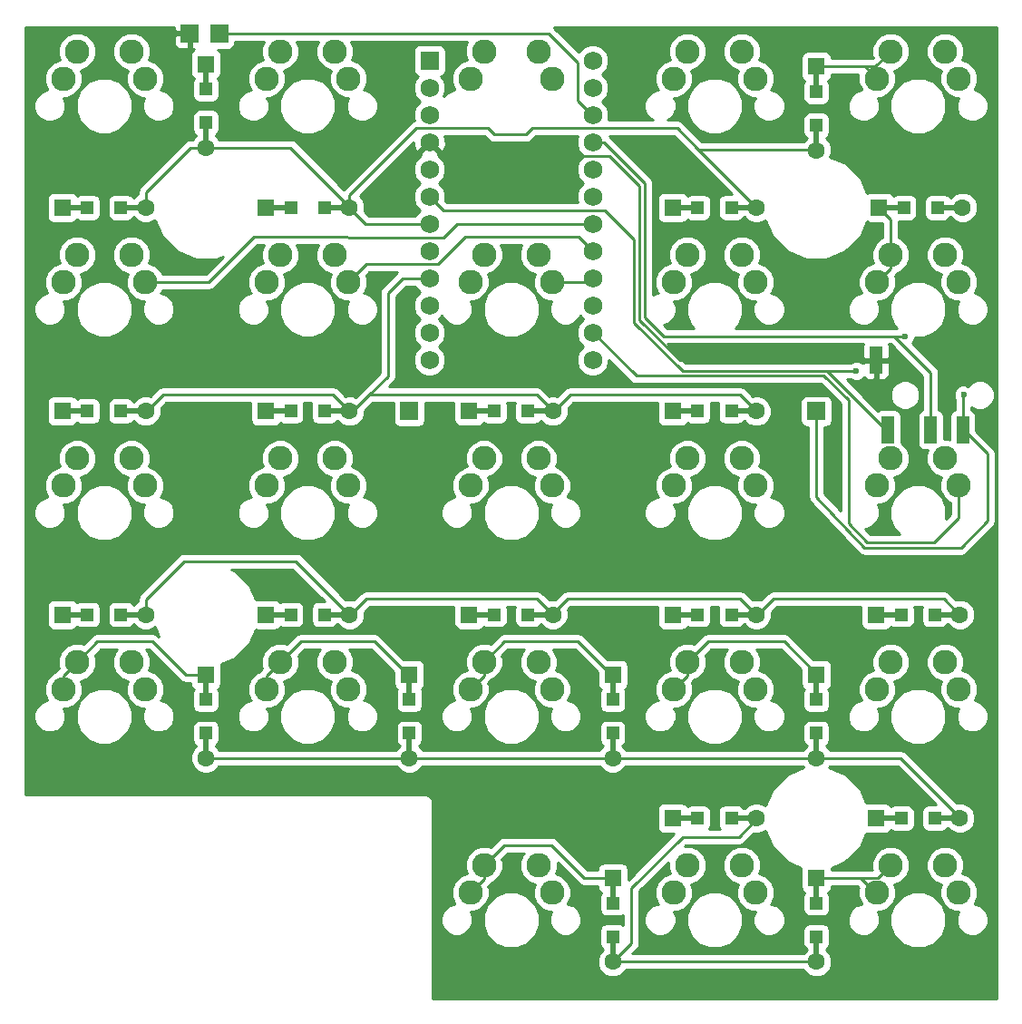
<source format=gtl>
G04 #@! TF.FileFunction,Copper,L1,Top,Signal*
%FSLAX46Y46*%
G04 Gerber Fmt 4.6, Leading zero omitted, Abs format (unit mm)*
G04 Created by KiCad (PCBNEW 4.0.7) date 2017 December 10, Sunday 13:49:37*
%MOMM*%
%LPD*%
G01*
G04 APERTURE LIST*
%ADD10C,0.100000*%
%ADD11C,2.286000*%
%ADD12R,1.200000X1.200000*%
%ADD13R,1.600000X1.600000*%
%ADD14C,1.600000*%
%ADD15R,2.500000X0.500000*%
%ADD16R,0.500000X2.500000*%
%ADD17R,1.700000X1.700000*%
%ADD18R,1.752600X1.752600*%
%ADD19C,1.752600*%
%ADD20R,1.200000X2.500000*%
%ADD21C,0.600000*%
%ADD22C,0.250000*%
%ADD23C,0.254000*%
G04 APERTURE END LIST*
D10*
D11*
X129540000Y-86920000D03*
X124460000Y-86920000D03*
X123190000Y-89460000D03*
X130810000Y-89460000D03*
D12*
X90575000Y-63500000D03*
X87425000Y-63500000D03*
D13*
X85100000Y-63500000D03*
D14*
X92900000Y-63500000D03*
D15*
X86300000Y-63500000D03*
X91700000Y-63500000D03*
D12*
X98500000Y-55575000D03*
X98500000Y-52425000D03*
D13*
X98500000Y-50100000D03*
D14*
X98500000Y-57900000D03*
D16*
X98500000Y-51300000D03*
X98500000Y-56700000D03*
D12*
X109575000Y-63500000D03*
X106425000Y-63500000D03*
D13*
X104100000Y-63500000D03*
D14*
X111900000Y-63500000D03*
D15*
X105300000Y-63500000D03*
X110700000Y-63500000D03*
D12*
X147575000Y-63500000D03*
X144425000Y-63500000D03*
D13*
X142100000Y-63500000D03*
D14*
X149900000Y-63500000D03*
D15*
X143300000Y-63500000D03*
X148700000Y-63500000D03*
D12*
X155500000Y-55825000D03*
X155500000Y-52675000D03*
D13*
X155500000Y-50350000D03*
D14*
X155500000Y-58150000D03*
D16*
X155500000Y-51550000D03*
X155500000Y-56950000D03*
D12*
X90575000Y-82500000D03*
X87425000Y-82500000D03*
D13*
X85100000Y-82500000D03*
D14*
X92900000Y-82500000D03*
D15*
X86300000Y-82500000D03*
X91700000Y-82500000D03*
D12*
X109575000Y-82500000D03*
X106425000Y-82500000D03*
D13*
X104100000Y-82500000D03*
D14*
X111900000Y-82500000D03*
D15*
X105300000Y-82500000D03*
X110700000Y-82500000D03*
D12*
X128575000Y-82500000D03*
X125425000Y-82500000D03*
D13*
X123100000Y-82500000D03*
D14*
X130900000Y-82500000D03*
D15*
X124300000Y-82500000D03*
X129700000Y-82500000D03*
D12*
X147575000Y-82500000D03*
X144425000Y-82500000D03*
D13*
X142100000Y-82500000D03*
D14*
X149900000Y-82500000D03*
D15*
X143300000Y-82500000D03*
X148700000Y-82500000D03*
D12*
X166825000Y-63500000D03*
X163675000Y-63500000D03*
D13*
X161350000Y-63500000D03*
D14*
X169150000Y-63500000D03*
D15*
X162550000Y-63500000D03*
X167950000Y-63500000D03*
D12*
X90575000Y-101500000D03*
X87425000Y-101500000D03*
D13*
X85100000Y-101500000D03*
D14*
X92900000Y-101500000D03*
D15*
X86300000Y-101500000D03*
X91700000Y-101500000D03*
D12*
X109575000Y-101500000D03*
X106425000Y-101500000D03*
D13*
X104100000Y-101500000D03*
D14*
X111900000Y-101500000D03*
D15*
X105300000Y-101500000D03*
X110700000Y-101500000D03*
D12*
X128575000Y-101500000D03*
X125425000Y-101500000D03*
D13*
X123100000Y-101500000D03*
D14*
X130900000Y-101500000D03*
D15*
X124300000Y-101500000D03*
X129700000Y-101500000D03*
D12*
X147575000Y-101500000D03*
X144425000Y-101500000D03*
D13*
X142100000Y-101500000D03*
D14*
X149900000Y-101500000D03*
D15*
X143300000Y-101500000D03*
X148700000Y-101500000D03*
D12*
X166575000Y-101500000D03*
X163425000Y-101500000D03*
D13*
X161100000Y-101500000D03*
D14*
X168900000Y-101500000D03*
D15*
X162300000Y-101500000D03*
X167700000Y-101500000D03*
D12*
X98500000Y-112575000D03*
X98500000Y-109425000D03*
D13*
X98500000Y-107100000D03*
D14*
X98500000Y-114900000D03*
D16*
X98500000Y-108300000D03*
X98500000Y-113700000D03*
D12*
X117500000Y-112575000D03*
X117500000Y-109425000D03*
D13*
X117500000Y-107100000D03*
D14*
X117500000Y-114900000D03*
D16*
X117500000Y-108300000D03*
X117500000Y-113700000D03*
D12*
X136500000Y-112575000D03*
X136500000Y-109425000D03*
D13*
X136500000Y-107100000D03*
D14*
X136500000Y-114900000D03*
D16*
X136500000Y-108300000D03*
X136500000Y-113700000D03*
D12*
X155500000Y-112575000D03*
X155500000Y-109425000D03*
D13*
X155500000Y-107100000D03*
D14*
X155500000Y-114900000D03*
D16*
X155500000Y-108300000D03*
X155500000Y-113700000D03*
D12*
X166575000Y-120500000D03*
X163425000Y-120500000D03*
D13*
X161100000Y-120500000D03*
D14*
X168900000Y-120500000D03*
D15*
X162300000Y-120500000D03*
X167700000Y-120500000D03*
D12*
X136500000Y-131575000D03*
X136500000Y-128425000D03*
D13*
X136500000Y-126100000D03*
D14*
X136500000Y-133900000D03*
D16*
X136500000Y-127300000D03*
X136500000Y-132700000D03*
D12*
X147575000Y-120500000D03*
X144425000Y-120500000D03*
D13*
X142100000Y-120500000D03*
D14*
X149900000Y-120500000D03*
D15*
X143300000Y-120500000D03*
X148700000Y-120500000D03*
D12*
X155500000Y-131575000D03*
X155500000Y-128425000D03*
D13*
X155500000Y-126100000D03*
D14*
X155500000Y-133900000D03*
D16*
X155500000Y-127300000D03*
X155500000Y-132700000D03*
D17*
X155500000Y-82500000D03*
X97000000Y-47250000D03*
D11*
X91540000Y-48920000D03*
X86460000Y-48920000D03*
X85190000Y-51460000D03*
X92810000Y-51460000D03*
X110540000Y-48920000D03*
X105460000Y-48920000D03*
X104190000Y-51460000D03*
X111810000Y-51460000D03*
X129540000Y-48920000D03*
X124460000Y-48920000D03*
X123190000Y-51460000D03*
X130810000Y-51460000D03*
X148540000Y-48920000D03*
X143460000Y-48920000D03*
X142190000Y-51460000D03*
X149810000Y-51460000D03*
X167540000Y-48920000D03*
X162460000Y-48920000D03*
X161190000Y-51460000D03*
X168810000Y-51460000D03*
X91540000Y-67920000D03*
X86460000Y-67920000D03*
X85190000Y-70460000D03*
X92810000Y-70460000D03*
X110540000Y-67920000D03*
X105460000Y-67920000D03*
X104190000Y-70460000D03*
X111810000Y-70460000D03*
X129540000Y-67920000D03*
X124460000Y-67920000D03*
X123190000Y-70460000D03*
X130810000Y-70460000D03*
X148540000Y-67920000D03*
X143460000Y-67920000D03*
X142190000Y-70460000D03*
X149810000Y-70460000D03*
X167540000Y-67920000D03*
X162460000Y-67920000D03*
X161190000Y-70460000D03*
X168810000Y-70460000D03*
X91540000Y-86920000D03*
X86460000Y-86920000D03*
X85190000Y-89460000D03*
X92810000Y-89460000D03*
X110540000Y-86920000D03*
X105460000Y-86920000D03*
X104190000Y-89460000D03*
X111810000Y-89460000D03*
X148540000Y-86920000D03*
X143460000Y-86920000D03*
X142190000Y-89460000D03*
X149810000Y-89460000D03*
X167540000Y-86920000D03*
X162460000Y-86920000D03*
X161190000Y-89460000D03*
X168810000Y-89460000D03*
X91540000Y-105920000D03*
X86460000Y-105920000D03*
X85190000Y-108460000D03*
X92810000Y-108460000D03*
X110540000Y-105920000D03*
X105460000Y-105920000D03*
X104190000Y-108460000D03*
X111810000Y-108460000D03*
X129540000Y-105920000D03*
X124460000Y-105920000D03*
X123190000Y-108460000D03*
X130810000Y-108460000D03*
X148540000Y-105920000D03*
X143460000Y-105920000D03*
X142190000Y-108460000D03*
X149810000Y-108460000D03*
X167540000Y-105920000D03*
X162460000Y-105920000D03*
X161190000Y-108460000D03*
X168810000Y-108460000D03*
X129540000Y-124920000D03*
X124460000Y-124920000D03*
X123190000Y-127460000D03*
X130810000Y-127460000D03*
X148540000Y-124920000D03*
X143460000Y-124920000D03*
X142190000Y-127460000D03*
X149810000Y-127460000D03*
X167540000Y-124920000D03*
X162460000Y-124920000D03*
X161190000Y-127460000D03*
X168810000Y-127460000D03*
D17*
X99750000Y-47250000D03*
X117500000Y-82500000D03*
D18*
X119380000Y-49780000D03*
D19*
X119380000Y-52320000D03*
X119380000Y-54860000D03*
X119380000Y-57400000D03*
X119380000Y-59940000D03*
X119380000Y-62480000D03*
X119380000Y-65020000D03*
X119380000Y-67560000D03*
X119380000Y-70100000D03*
X119380000Y-72640000D03*
X119380000Y-75180000D03*
X134620000Y-77720000D03*
X134620000Y-75180000D03*
X134620000Y-72640000D03*
X134620000Y-70100000D03*
X134620000Y-67560000D03*
X134620000Y-65020000D03*
X134620000Y-62480000D03*
X134620000Y-59940000D03*
X134620000Y-57400000D03*
X134620000Y-54860000D03*
X134620000Y-52320000D03*
X119380000Y-77720000D03*
X134620000Y-49780000D03*
D20*
X161075000Y-77750000D03*
X162175000Y-84250000D03*
X166175000Y-84250000D03*
X169175000Y-84250000D03*
D21*
X169250000Y-81000000D03*
X156750000Y-77750000D03*
X163750000Y-75500000D03*
X159250000Y-78750000D03*
D22*
X144500000Y-58100000D02*
X155450000Y-58100000D01*
X155450000Y-58100000D02*
X155500000Y-58150000D01*
X111900000Y-63500000D02*
X111900000Y-62350000D01*
X111900000Y-62350000D02*
X118150000Y-56100000D01*
X118150000Y-56100000D02*
X124850000Y-56100000D01*
X124850000Y-56100000D02*
X125450000Y-56700000D01*
X125450000Y-56700000D02*
X128400000Y-56700000D01*
X128400000Y-56700000D02*
X129000000Y-56100000D01*
X129000000Y-56100000D02*
X142500000Y-56100000D01*
X142500000Y-56100000D02*
X144500000Y-58100000D01*
X144500000Y-58100000D02*
X149900000Y-63500000D01*
X149900000Y-63500000D02*
X149900000Y-63400000D01*
X98500000Y-57900000D02*
X97100000Y-57900000D01*
X92900000Y-62100000D02*
X92900000Y-63500000D01*
X97100000Y-57900000D02*
X92900000Y-62100000D01*
X111900000Y-63500000D02*
X111900000Y-63400000D01*
X111900000Y-63400000D02*
X106400000Y-57900000D01*
X106400000Y-57900000D02*
X98500000Y-57900000D01*
X119380000Y-65020000D02*
X113420000Y-65020000D01*
X113420000Y-65020000D02*
X111900000Y-63500000D01*
X155250000Y-57900000D02*
X155500000Y-58150000D01*
X111900000Y-63500000D02*
X111900000Y-63650000D01*
X111900000Y-63500000D02*
X111900000Y-63600000D01*
X98500000Y-50100000D02*
X98350000Y-50100000D01*
X124460000Y-48920000D02*
X124460000Y-48790000D01*
X104100000Y-63500000D02*
X104100000Y-63600000D01*
X160080000Y-50350000D02*
X161030000Y-50350000D01*
X161030000Y-50350000D02*
X162460000Y-48920000D01*
X155500000Y-50350000D02*
X160080000Y-50350000D01*
X160080000Y-50350000D02*
X161190000Y-51460000D01*
X113750000Y-81000000D02*
X115500000Y-79250000D01*
X116900000Y-70100000D02*
X119380000Y-70100000D01*
X115500000Y-71500000D02*
X116900000Y-70100000D01*
X115500000Y-79250000D02*
X115500000Y-71500000D01*
X130900000Y-82500000D02*
X131000000Y-82500000D01*
X131000000Y-82500000D02*
X132500000Y-81000000D01*
X148400000Y-81000000D02*
X149900000Y-82500000D01*
X132500000Y-81000000D02*
X148400000Y-81000000D01*
X111900000Y-82500000D02*
X112250000Y-82500000D01*
X112250000Y-82500000D02*
X113750000Y-81000000D01*
X129400000Y-81000000D02*
X130900000Y-82500000D01*
X113750000Y-81000000D02*
X129400000Y-81000000D01*
X92900000Y-82500000D02*
X93000000Y-82500000D01*
X93000000Y-82500000D02*
X94500000Y-81000000D01*
X94500000Y-81000000D02*
X110400000Y-81000000D01*
X110400000Y-81000000D02*
X111900000Y-82500000D01*
X124370000Y-68010000D02*
X124460000Y-67920000D01*
X123100000Y-82500000D02*
X123100000Y-82400000D01*
X162460000Y-67920000D02*
X162460000Y-69190000D01*
X162460000Y-69190000D02*
X161190000Y-70460000D01*
X162460000Y-67920000D02*
X162460000Y-64610000D01*
X162460000Y-64610000D02*
X161350000Y-63500000D01*
X149900000Y-101500000D02*
X150000000Y-101500000D01*
X150000000Y-101500000D02*
X151500000Y-100000000D01*
X167400000Y-100000000D02*
X168900000Y-101500000D01*
X151500000Y-100000000D02*
X167400000Y-100000000D01*
X130900000Y-101500000D02*
X130900000Y-101350000D01*
X130900000Y-101350000D02*
X132250000Y-100000000D01*
X148400000Y-100000000D02*
X149900000Y-101500000D01*
X132250000Y-100000000D02*
X148400000Y-100000000D01*
X112000000Y-101500000D02*
X113500000Y-100000000D01*
X129400000Y-100000000D02*
X130900000Y-101500000D01*
X113500000Y-100000000D02*
X129400000Y-100000000D01*
X92900000Y-101500000D02*
X92900000Y-100100000D01*
X106900000Y-96500000D02*
X111900000Y-101500000D01*
X96500000Y-96500000D02*
X106900000Y-96500000D01*
X92900000Y-100100000D02*
X96500000Y-96500000D01*
X130900000Y-101500000D02*
X130900000Y-101250000D01*
X123100000Y-101500000D02*
X123000000Y-101500000D01*
X143460000Y-86920000D02*
X143580000Y-86920000D01*
X117500000Y-114900000D02*
X98500000Y-114900000D01*
X136500000Y-114900000D02*
X117500000Y-114900000D01*
X155500000Y-114900000D02*
X136500000Y-114900000D01*
X168900000Y-120500000D02*
X168900000Y-120400000D01*
X168900000Y-120400000D02*
X163400000Y-114900000D01*
X163400000Y-114900000D02*
X155500000Y-114900000D01*
X98500000Y-107100000D02*
X96600000Y-107100000D01*
X88380000Y-104000000D02*
X86460000Y-105920000D01*
X93500000Y-104000000D02*
X88380000Y-104000000D01*
X96600000Y-107100000D02*
X93500000Y-104000000D01*
X85190000Y-108460000D02*
X85190000Y-107190000D01*
X85190000Y-107190000D02*
X86460000Y-105920000D01*
X117500000Y-107100000D02*
X117350000Y-107100000D01*
X117350000Y-107100000D02*
X114250000Y-104000000D01*
X107380000Y-104000000D02*
X105460000Y-105920000D01*
X114250000Y-104000000D02*
X107380000Y-104000000D01*
X117500000Y-107100000D02*
X117400000Y-107100000D01*
X104190000Y-108460000D02*
X104190000Y-107190000D01*
X104190000Y-107190000D02*
X105460000Y-105920000D01*
X124460000Y-105920000D02*
X124460000Y-107190000D01*
X124460000Y-107190000D02*
X123190000Y-108460000D01*
X136500000Y-107100000D02*
X136350000Y-107100000D01*
X136350000Y-107100000D02*
X133250000Y-104000000D01*
X126380000Y-104000000D02*
X124460000Y-105920000D01*
X133250000Y-104000000D02*
X126380000Y-104000000D01*
X136500000Y-107100000D02*
X136500000Y-107000000D01*
X143460000Y-105920000D02*
X143460000Y-107190000D01*
X143460000Y-107190000D02*
X142190000Y-108460000D01*
X155500000Y-107100000D02*
X155500000Y-107000000D01*
X155500000Y-107000000D02*
X152500000Y-104000000D01*
X152500000Y-104000000D02*
X145380000Y-104000000D01*
X145380000Y-104000000D02*
X143460000Y-105920000D01*
X149900000Y-120500000D02*
X149900000Y-120600000D01*
X149900000Y-120600000D02*
X148250000Y-122250000D01*
X148250000Y-122250000D02*
X143000000Y-122250000D01*
X143000000Y-122250000D02*
X138250000Y-127000000D01*
X138250000Y-127000000D02*
X138250000Y-132150000D01*
X138250000Y-132150000D02*
X136500000Y-133900000D01*
X136500000Y-133900000D02*
X155500000Y-133900000D01*
X124460000Y-124920000D02*
X124460000Y-126190000D01*
X124460000Y-126190000D02*
X123190000Y-127460000D01*
X136500000Y-126100000D02*
X133850000Y-126100000D01*
X126380000Y-123000000D02*
X124460000Y-124920000D01*
X130750000Y-123000000D02*
X126380000Y-123000000D01*
X133850000Y-126100000D02*
X130750000Y-123000000D01*
X161190000Y-127460000D02*
X160960000Y-127460000D01*
X160960000Y-127460000D02*
X159600000Y-126100000D01*
X155500000Y-126100000D02*
X159600000Y-126100000D01*
X159600000Y-126100000D02*
X161280000Y-126100000D01*
X161280000Y-126100000D02*
X162460000Y-124920000D01*
X169175000Y-84250000D02*
X169250000Y-84250000D01*
X169250000Y-84250000D02*
X171500000Y-86500000D01*
X155500000Y-90500000D02*
X155500000Y-82500000D01*
X160000000Y-95250000D02*
X155500000Y-90500000D01*
X169000000Y-95250000D02*
X160000000Y-95250000D01*
X171500000Y-92750000D02*
X169000000Y-95250000D01*
X171500000Y-86500000D02*
X171500000Y-92750000D01*
X169175000Y-81075000D02*
X169175000Y-84250000D01*
X169250000Y-81000000D02*
X169175000Y-81075000D01*
X161075000Y-77750000D02*
X156750000Y-77750000D01*
X156750000Y-77750000D02*
X142750000Y-77750000D01*
X120680000Y-58700000D02*
X119380000Y-57400000D01*
X136200000Y-58700000D02*
X120680000Y-58700000D01*
X139000000Y-61500000D02*
X136200000Y-58700000D01*
X139000000Y-74000000D02*
X139000000Y-61500000D01*
X142750000Y-77750000D02*
X139000000Y-74000000D01*
X163750000Y-75500000D02*
X162750000Y-75500000D01*
X134620000Y-57400000D02*
X135650000Y-57400000D01*
X166175000Y-78925000D02*
X166175000Y-84250000D01*
X162750000Y-75500000D02*
X166175000Y-78925000D01*
X146250000Y-75500000D02*
X162750000Y-75500000D01*
X142750000Y-75500000D02*
X146250000Y-75500000D01*
X141250000Y-75500000D02*
X142750000Y-75500000D01*
X139500000Y-73750000D02*
X141250000Y-75500000D01*
X139500000Y-61250000D02*
X139500000Y-73750000D01*
X135650000Y-57400000D02*
X139500000Y-61250000D01*
X159250000Y-78750000D02*
X156500000Y-78750000D01*
X162175000Y-84250000D02*
X162000000Y-84250000D01*
X162000000Y-84250000D02*
X156500000Y-78750000D01*
X156500000Y-78750000D02*
X143000000Y-78750000D01*
X143000000Y-78750000D02*
X138500000Y-74250000D01*
X138500000Y-74250000D02*
X138500000Y-66500000D01*
X138500000Y-66500000D02*
X135750000Y-63750000D01*
X135750000Y-63750000D02*
X120650000Y-63750000D01*
X120650000Y-63750000D02*
X119380000Y-62480000D01*
X134565000Y-65075000D02*
X121925000Y-65075000D01*
X98790000Y-70460000D02*
X103000000Y-66250000D01*
X103000000Y-66250000D02*
X120695000Y-66305000D01*
X120695000Y-66305000D02*
X121925000Y-65075000D01*
X98790000Y-70460000D02*
X92810000Y-70460000D01*
X134565000Y-65075000D02*
X134620000Y-65020000D01*
X111810000Y-70460000D02*
X111810000Y-70440000D01*
X111810000Y-70440000D02*
X113450000Y-68800000D01*
X133310000Y-66250000D02*
X134620000Y-67560000D01*
X122750000Y-66250000D02*
X133310000Y-66250000D01*
X120200000Y-68800000D02*
X122750000Y-66250000D01*
X113450000Y-68800000D02*
X120200000Y-68800000D01*
X130810000Y-70460000D02*
X134260000Y-70460000D01*
X134620000Y-75180000D02*
X134680000Y-75180000D01*
X134680000Y-75180000D02*
X138700002Y-79200002D01*
X138700002Y-79200002D02*
X156200002Y-79200002D01*
X156200002Y-79200002D02*
X158500000Y-81500000D01*
X158500000Y-81500000D02*
X158500000Y-93000000D01*
X158500000Y-93000000D02*
X160250000Y-94750000D01*
X160250000Y-94750000D02*
X166500000Y-94750000D01*
X166500000Y-94750000D02*
X168810000Y-92440000D01*
X168810000Y-92440000D02*
X168810000Y-89460000D01*
X134620000Y-54860000D02*
X134610000Y-54860000D01*
X134610000Y-54860000D02*
X133250000Y-53500000D01*
X133250000Y-53500000D02*
X133250000Y-50000000D01*
X133250000Y-50000000D02*
X130500000Y-47250000D01*
X130500000Y-47250000D02*
X99750000Y-47250000D01*
D23*
G36*
X95515000Y-46964250D02*
X95673750Y-47123000D01*
X96873000Y-47123000D01*
X96873000Y-47103000D01*
X97127000Y-47103000D01*
X97127000Y-47123000D01*
X97147000Y-47123000D01*
X97147000Y-47377000D01*
X97127000Y-47377000D01*
X97127000Y-48576250D01*
X97285750Y-48735000D01*
X97405378Y-48735000D01*
X97248559Y-48835910D01*
X97103569Y-49048110D01*
X97052560Y-49300000D01*
X97052560Y-50900000D01*
X97096838Y-51135317D01*
X97235910Y-51351441D01*
X97385290Y-51453508D01*
X97303569Y-51573110D01*
X97252560Y-51825000D01*
X97252560Y-53025000D01*
X97296838Y-53260317D01*
X97435910Y-53476441D01*
X97648110Y-53621431D01*
X97900000Y-53672440D01*
X99100000Y-53672440D01*
X99335317Y-53628162D01*
X99551441Y-53489090D01*
X99696431Y-53276890D01*
X99747440Y-53025000D01*
X99747440Y-51825000D01*
X99703162Y-51589683D01*
X99614641Y-51452118D01*
X99751441Y-51364090D01*
X99896431Y-51151890D01*
X99947440Y-50900000D01*
X99947440Y-49300000D01*
X99903162Y-49064683D01*
X99764090Y-48848559D01*
X99616097Y-48747440D01*
X100600000Y-48747440D01*
X100835317Y-48703162D01*
X101051441Y-48564090D01*
X101196431Y-48351890D01*
X101247440Y-48100000D01*
X101247440Y-48010000D01*
X103912675Y-48010000D01*
X103682309Y-48564782D01*
X103681692Y-49272114D01*
X103850931Y-49681703D01*
X103837886Y-49681692D01*
X103184160Y-49951806D01*
X102683564Y-50451529D01*
X102412309Y-51104782D01*
X102411692Y-51812114D01*
X102681806Y-52465840D01*
X102729815Y-52513933D01*
X102625733Y-52513842D01*
X102079405Y-52739580D01*
X101661049Y-53157206D01*
X101434358Y-53703139D01*
X101433842Y-54294267D01*
X101659580Y-54840595D01*
X102077206Y-55258951D01*
X102623139Y-55485642D01*
X103214267Y-55486158D01*
X103760595Y-55260420D01*
X104178951Y-54842794D01*
X104312726Y-54520626D01*
X105370645Y-54520626D01*
X105770028Y-55487207D01*
X106508904Y-56227373D01*
X107474785Y-56628442D01*
X108520626Y-56629355D01*
X109487207Y-56229972D01*
X110227373Y-55491096D01*
X110628442Y-54525215D01*
X110629355Y-53479374D01*
X110229972Y-52512793D01*
X109491096Y-51772627D01*
X108525215Y-51371558D01*
X107479374Y-51370645D01*
X106512793Y-51770028D01*
X105772627Y-52508904D01*
X105371558Y-53474785D01*
X105370645Y-54520626D01*
X104312726Y-54520626D01*
X104405642Y-54296861D01*
X104406158Y-53705733D01*
X104212903Y-53238021D01*
X104542114Y-53238308D01*
X105195840Y-52968194D01*
X105696436Y-52468471D01*
X105967691Y-51815218D01*
X105968308Y-51107886D01*
X105799069Y-50698297D01*
X105812114Y-50698308D01*
X106465840Y-50428194D01*
X106966436Y-49928471D01*
X107237691Y-49275218D01*
X107238308Y-48567886D01*
X107007794Y-48010000D01*
X108992675Y-48010000D01*
X108762309Y-48564782D01*
X108761692Y-49272114D01*
X109031806Y-49925840D01*
X109531529Y-50426436D01*
X110184782Y-50697691D01*
X110201342Y-50697705D01*
X110032309Y-51104782D01*
X110031692Y-51812114D01*
X110301806Y-52465840D01*
X110801529Y-52966436D01*
X111454782Y-53237691D01*
X111787508Y-53237981D01*
X111594358Y-53703139D01*
X111593842Y-54294267D01*
X111819580Y-54840595D01*
X112237206Y-55258951D01*
X112783139Y-55485642D01*
X113374267Y-55486158D01*
X113920595Y-55260420D01*
X114338951Y-54842794D01*
X114565642Y-54296861D01*
X114566158Y-53705733D01*
X114340420Y-53159405D01*
X113922794Y-52741049D01*
X113376861Y-52514358D01*
X113270562Y-52514265D01*
X113316436Y-52468471D01*
X113587691Y-51815218D01*
X113588308Y-51107886D01*
X113318194Y-50454160D01*
X112818471Y-49953564D01*
X112165218Y-49682309D01*
X112148658Y-49682295D01*
X112317691Y-49275218D01*
X112318308Y-48567886D01*
X112087794Y-48010000D01*
X122912675Y-48010000D01*
X122682309Y-48564782D01*
X122681692Y-49272114D01*
X122850931Y-49681703D01*
X122837886Y-49681692D01*
X122184160Y-49951806D01*
X121683564Y-50451529D01*
X121412309Y-51104782D01*
X121411692Y-51812114D01*
X121681806Y-52465840D01*
X121729815Y-52513933D01*
X121625733Y-52513842D01*
X121079405Y-52739580D01*
X120674242Y-53144036D01*
X120891037Y-52621935D01*
X120891562Y-52020703D01*
X120661965Y-51465036D01*
X120462263Y-51264985D01*
X120491617Y-51259462D01*
X120707741Y-51120390D01*
X120852731Y-50908190D01*
X120903740Y-50656300D01*
X120903740Y-48903700D01*
X120859462Y-48668383D01*
X120720390Y-48452259D01*
X120508190Y-48307269D01*
X120256300Y-48256260D01*
X118503700Y-48256260D01*
X118268383Y-48300538D01*
X118052259Y-48439610D01*
X117907269Y-48651810D01*
X117856260Y-48903700D01*
X117856260Y-50656300D01*
X117900538Y-50891617D01*
X118039610Y-51107741D01*
X118251810Y-51252731D01*
X118300157Y-51262522D01*
X118099529Y-51462800D01*
X117868963Y-52018065D01*
X117868438Y-52619297D01*
X118098035Y-53174964D01*
X118512698Y-53590351D01*
X118099529Y-54002800D01*
X117868963Y-54558065D01*
X117868438Y-55159297D01*
X117958816Y-55378029D01*
X117859161Y-55397852D01*
X117612599Y-55562599D01*
X111375000Y-61800198D01*
X106937401Y-57362599D01*
X106690839Y-57197852D01*
X106400000Y-57140000D01*
X99738646Y-57140000D01*
X99717243Y-57088200D01*
X99397440Y-56767839D01*
X99397440Y-56738187D01*
X99551441Y-56639090D01*
X99696431Y-56426890D01*
X99747440Y-56175000D01*
X99747440Y-54975000D01*
X99703162Y-54739683D01*
X99564090Y-54523559D01*
X99351890Y-54378569D01*
X99100000Y-54327560D01*
X97900000Y-54327560D01*
X97664683Y-54371838D01*
X97448559Y-54510910D01*
X97303569Y-54723110D01*
X97252560Y-54975000D01*
X97252560Y-56175000D01*
X97296838Y-56410317D01*
X97435910Y-56626441D01*
X97602560Y-56740308D01*
X97602560Y-56768248D01*
X97284176Y-57086077D01*
X97261785Y-57140000D01*
X97100000Y-57140000D01*
X96809161Y-57197852D01*
X96562599Y-57362599D01*
X92362599Y-61562599D01*
X92197852Y-61809161D01*
X92140000Y-62100000D01*
X92140000Y-62261354D01*
X92088200Y-62282757D01*
X91767839Y-62602560D01*
X91738187Y-62602560D01*
X91639090Y-62448559D01*
X91426890Y-62303569D01*
X91175000Y-62252560D01*
X89975000Y-62252560D01*
X89739683Y-62296838D01*
X89523559Y-62435910D01*
X89378569Y-62648110D01*
X89327560Y-62900000D01*
X89327560Y-64100000D01*
X89371838Y-64335317D01*
X89510910Y-64551441D01*
X89723110Y-64696431D01*
X89975000Y-64747440D01*
X91175000Y-64747440D01*
X91410317Y-64703162D01*
X91626441Y-64564090D01*
X91740308Y-64397440D01*
X91768248Y-64397440D01*
X92086077Y-64715824D01*
X92613309Y-64934750D01*
X93184187Y-64935248D01*
X93711800Y-64717243D01*
X93754050Y-64675066D01*
X94398697Y-66235229D01*
X95757617Y-67596523D01*
X97534040Y-68334159D01*
X99457522Y-68335837D01*
X100108227Y-68066971D01*
X98475198Y-69700000D01*
X94419773Y-69700000D01*
X94318194Y-69454160D01*
X93818471Y-68953564D01*
X93165218Y-68682309D01*
X93148658Y-68682295D01*
X93317691Y-68275218D01*
X93318308Y-67567886D01*
X93048194Y-66914160D01*
X92548471Y-66413564D01*
X91895218Y-66142309D01*
X91187886Y-66141692D01*
X90534160Y-66411806D01*
X90033564Y-66911529D01*
X89762309Y-67564782D01*
X89761692Y-68272114D01*
X90031806Y-68925840D01*
X90531529Y-69426436D01*
X91184782Y-69697691D01*
X91201342Y-69697705D01*
X91032309Y-70104782D01*
X91031692Y-70812114D01*
X91301806Y-71465840D01*
X91801529Y-71966436D01*
X92454782Y-72237691D01*
X92787508Y-72237981D01*
X92594358Y-72703139D01*
X92593842Y-73294267D01*
X92819580Y-73840595D01*
X93237206Y-74258951D01*
X93783139Y-74485642D01*
X94374267Y-74486158D01*
X94920595Y-74260420D01*
X95338951Y-73842794D01*
X95565642Y-73296861D01*
X95566158Y-72705733D01*
X95340420Y-72159405D01*
X94922794Y-71741049D01*
X94376861Y-71514358D01*
X94270562Y-71514265D01*
X94316436Y-71468471D01*
X94419610Y-71220000D01*
X98790000Y-71220000D01*
X99080839Y-71162148D01*
X99327401Y-70997401D01*
X103313823Y-67010979D01*
X103911497Y-67012836D01*
X103682309Y-67564782D01*
X103681692Y-68272114D01*
X103850931Y-68681703D01*
X103837886Y-68681692D01*
X103184160Y-68951806D01*
X102683564Y-69451529D01*
X102412309Y-70104782D01*
X102411692Y-70812114D01*
X102681806Y-71465840D01*
X102729815Y-71513933D01*
X102625733Y-71513842D01*
X102079405Y-71739580D01*
X101661049Y-72157206D01*
X101434358Y-72703139D01*
X101433842Y-73294267D01*
X101659580Y-73840595D01*
X102077206Y-74258951D01*
X102623139Y-74485642D01*
X103214267Y-74486158D01*
X103760595Y-74260420D01*
X104178951Y-73842794D01*
X104312726Y-73520626D01*
X105370645Y-73520626D01*
X105770028Y-74487207D01*
X106508904Y-75227373D01*
X107474785Y-75628442D01*
X108520626Y-75629355D01*
X109487207Y-75229972D01*
X110227373Y-74491096D01*
X110628442Y-73525215D01*
X110629355Y-72479374D01*
X110229972Y-71512793D01*
X109491096Y-70772627D01*
X108525215Y-70371558D01*
X107479374Y-70370645D01*
X106512793Y-70770028D01*
X105772627Y-71508904D01*
X105371558Y-72474785D01*
X105370645Y-73520626D01*
X104312726Y-73520626D01*
X104405642Y-73296861D01*
X104406158Y-72705733D01*
X104212903Y-72238021D01*
X104542114Y-72238308D01*
X105195840Y-71968194D01*
X105696436Y-71468471D01*
X105967691Y-70815218D01*
X105968308Y-70107886D01*
X105799069Y-69698297D01*
X105812114Y-69698308D01*
X106465840Y-69428194D01*
X106966436Y-68928471D01*
X107237691Y-68275218D01*
X107238308Y-67567886D01*
X107012949Y-67022476D01*
X108984949Y-67028606D01*
X108762309Y-67564782D01*
X108761692Y-68272114D01*
X109031806Y-68925840D01*
X109531529Y-69426436D01*
X110184782Y-69697691D01*
X110201342Y-69697705D01*
X110032309Y-70104782D01*
X110031692Y-70812114D01*
X110301806Y-71465840D01*
X110801529Y-71966436D01*
X111454782Y-72237691D01*
X111787508Y-72237981D01*
X111594358Y-72703139D01*
X111593842Y-73294267D01*
X111819580Y-73840595D01*
X112237206Y-74258951D01*
X112783139Y-74485642D01*
X113374267Y-74486158D01*
X113920595Y-74260420D01*
X114338951Y-73842794D01*
X114565642Y-73296861D01*
X114566158Y-72705733D01*
X114340420Y-72159405D01*
X113922794Y-71741049D01*
X113376861Y-71514358D01*
X113270562Y-71514265D01*
X113316436Y-71468471D01*
X113587691Y-70815218D01*
X113588308Y-70107886D01*
X113479720Y-69845082D01*
X113764802Y-69560000D01*
X116366489Y-69560000D01*
X116362599Y-69562599D01*
X114962599Y-70962599D01*
X114797852Y-71209161D01*
X114740000Y-71500000D01*
X114740000Y-78935198D01*
X112485763Y-81189435D01*
X112186691Y-81065250D01*
X111615813Y-81064752D01*
X111561851Y-81087049D01*
X110937401Y-80462599D01*
X110690839Y-80297852D01*
X110400000Y-80240000D01*
X94500000Y-80240000D01*
X94209160Y-80297852D01*
X93962599Y-80462599D01*
X93309114Y-81116084D01*
X93186691Y-81065250D01*
X92615813Y-81064752D01*
X92088200Y-81282757D01*
X91767839Y-81602560D01*
X91738187Y-81602560D01*
X91639090Y-81448559D01*
X91426890Y-81303569D01*
X91175000Y-81252560D01*
X89975000Y-81252560D01*
X89739683Y-81296838D01*
X89523559Y-81435910D01*
X89378569Y-81648110D01*
X89327560Y-81900000D01*
X89327560Y-83100000D01*
X89371838Y-83335317D01*
X89510910Y-83551441D01*
X89723110Y-83696431D01*
X89975000Y-83747440D01*
X91175000Y-83747440D01*
X91410317Y-83703162D01*
X91626441Y-83564090D01*
X91740308Y-83397440D01*
X91768248Y-83397440D01*
X92086077Y-83715824D01*
X92613309Y-83934750D01*
X93184187Y-83935248D01*
X93711800Y-83717243D01*
X94115824Y-83313923D01*
X94334750Y-82786691D01*
X94335227Y-82239575D01*
X94814802Y-81760000D01*
X102652560Y-81760000D01*
X102652560Y-83300000D01*
X102696838Y-83535317D01*
X102835910Y-83751441D01*
X103048110Y-83896431D01*
X103300000Y-83947440D01*
X104900000Y-83947440D01*
X105135317Y-83903162D01*
X105351441Y-83764090D01*
X105453508Y-83614710D01*
X105573110Y-83696431D01*
X105825000Y-83747440D01*
X107025000Y-83747440D01*
X107260317Y-83703162D01*
X107476441Y-83564090D01*
X107621431Y-83351890D01*
X107672440Y-83100000D01*
X107672440Y-81900000D01*
X107646097Y-81760000D01*
X108355911Y-81760000D01*
X108327560Y-81900000D01*
X108327560Y-83100000D01*
X108371838Y-83335317D01*
X108510910Y-83551441D01*
X108723110Y-83696431D01*
X108975000Y-83747440D01*
X110175000Y-83747440D01*
X110410317Y-83703162D01*
X110626441Y-83564090D01*
X110740308Y-83397440D01*
X110768248Y-83397440D01*
X111086077Y-83715824D01*
X111613309Y-83934750D01*
X112184187Y-83935248D01*
X112711800Y-83717243D01*
X113115824Y-83313923D01*
X113334750Y-82786691D01*
X113335009Y-82489793D01*
X114064802Y-81760000D01*
X116002560Y-81760000D01*
X116002560Y-83350000D01*
X116046838Y-83585317D01*
X116185910Y-83801441D01*
X116398110Y-83946431D01*
X116650000Y-83997440D01*
X118350000Y-83997440D01*
X118585317Y-83953162D01*
X118801441Y-83814090D01*
X118946431Y-83601890D01*
X118997440Y-83350000D01*
X118997440Y-81760000D01*
X121652560Y-81760000D01*
X121652560Y-83300000D01*
X121696838Y-83535317D01*
X121835910Y-83751441D01*
X122048110Y-83896431D01*
X122300000Y-83947440D01*
X123900000Y-83947440D01*
X124135317Y-83903162D01*
X124351441Y-83764090D01*
X124453508Y-83614710D01*
X124573110Y-83696431D01*
X124825000Y-83747440D01*
X126025000Y-83747440D01*
X126260317Y-83703162D01*
X126476441Y-83564090D01*
X126621431Y-83351890D01*
X126672440Y-83100000D01*
X126672440Y-81900000D01*
X126646097Y-81760000D01*
X127355911Y-81760000D01*
X127327560Y-81900000D01*
X127327560Y-83100000D01*
X127371838Y-83335317D01*
X127510910Y-83551441D01*
X127723110Y-83696431D01*
X127975000Y-83747440D01*
X129175000Y-83747440D01*
X129410317Y-83703162D01*
X129626441Y-83564090D01*
X129740308Y-83397440D01*
X129768248Y-83397440D01*
X130086077Y-83715824D01*
X130613309Y-83934750D01*
X131184187Y-83935248D01*
X131711800Y-83717243D01*
X132115824Y-83313923D01*
X132334750Y-82786691D01*
X132335227Y-82239575D01*
X132814802Y-81760000D01*
X140652560Y-81760000D01*
X140652560Y-83300000D01*
X140696838Y-83535317D01*
X140835910Y-83751441D01*
X141048110Y-83896431D01*
X141300000Y-83947440D01*
X142900000Y-83947440D01*
X143135317Y-83903162D01*
X143351441Y-83764090D01*
X143453508Y-83614710D01*
X143573110Y-83696431D01*
X143825000Y-83747440D01*
X145025000Y-83747440D01*
X145260317Y-83703162D01*
X145476441Y-83564090D01*
X145621431Y-83351890D01*
X145672440Y-83100000D01*
X145672440Y-81900000D01*
X145646097Y-81760000D01*
X146355911Y-81760000D01*
X146327560Y-81900000D01*
X146327560Y-83100000D01*
X146371838Y-83335317D01*
X146510910Y-83551441D01*
X146723110Y-83696431D01*
X146975000Y-83747440D01*
X148175000Y-83747440D01*
X148410317Y-83703162D01*
X148626441Y-83564090D01*
X148740308Y-83397440D01*
X148768248Y-83397440D01*
X149086077Y-83715824D01*
X149613309Y-83934750D01*
X150184187Y-83935248D01*
X150711800Y-83717243D01*
X151115824Y-83313923D01*
X151334750Y-82786691D01*
X151335248Y-82215813D01*
X151117243Y-81688200D01*
X150713923Y-81284176D01*
X150186691Y-81065250D01*
X149615813Y-81064752D01*
X149561851Y-81087049D01*
X148937401Y-80462599D01*
X148690839Y-80297852D01*
X148400000Y-80240000D01*
X132500000Y-80240000D01*
X132209160Y-80297852D01*
X131962599Y-80462599D01*
X131309114Y-81116084D01*
X131186691Y-81065250D01*
X130615813Y-81064752D01*
X130561851Y-81087049D01*
X129937401Y-80462599D01*
X129690839Y-80297852D01*
X129400000Y-80240000D01*
X115584802Y-80240000D01*
X116037401Y-79787401D01*
X116202148Y-79540839D01*
X116260000Y-79250000D01*
X116260000Y-71814802D01*
X117214802Y-70860000D01*
X118058797Y-70860000D01*
X118098035Y-70954964D01*
X118512698Y-71370351D01*
X118099529Y-71782800D01*
X117868963Y-72338065D01*
X117868438Y-72939297D01*
X118098035Y-73494964D01*
X118512698Y-73910351D01*
X118099529Y-74322800D01*
X117868963Y-74878065D01*
X117868438Y-75479297D01*
X118098035Y-76034964D01*
X118512698Y-76450351D01*
X118099529Y-76862800D01*
X117868963Y-77418065D01*
X117868438Y-78019297D01*
X118098035Y-78574964D01*
X118522800Y-79000471D01*
X119078065Y-79231037D01*
X119679297Y-79231562D01*
X120234964Y-79001965D01*
X120660471Y-78577200D01*
X120891037Y-78021935D01*
X120891562Y-77420703D01*
X120661965Y-76865036D01*
X120247302Y-76449649D01*
X120660471Y-76037200D01*
X120891037Y-75481935D01*
X120891562Y-74880703D01*
X120661965Y-74325036D01*
X120247302Y-73909649D01*
X120559387Y-73598108D01*
X120659580Y-73840595D01*
X121077206Y-74258951D01*
X121623139Y-74485642D01*
X122214267Y-74486158D01*
X122760595Y-74260420D01*
X123178951Y-73842794D01*
X123312726Y-73520626D01*
X124370645Y-73520626D01*
X124770028Y-74487207D01*
X125508904Y-75227373D01*
X126474785Y-75628442D01*
X127520626Y-75629355D01*
X128487207Y-75229972D01*
X129227373Y-74491096D01*
X129628442Y-73525215D01*
X129629355Y-72479374D01*
X129229972Y-71512793D01*
X128491096Y-70772627D01*
X127525215Y-70371558D01*
X126479374Y-70370645D01*
X125512793Y-70770028D01*
X124772627Y-71508904D01*
X124371558Y-72474785D01*
X124370645Y-73520626D01*
X123312726Y-73520626D01*
X123405642Y-73296861D01*
X123406158Y-72705733D01*
X123212903Y-72238021D01*
X123542114Y-72238308D01*
X124195840Y-71968194D01*
X124696436Y-71468471D01*
X124967691Y-70815218D01*
X124968308Y-70107886D01*
X124799069Y-69698297D01*
X124812114Y-69698308D01*
X125465840Y-69428194D01*
X125966436Y-68928471D01*
X126237691Y-68275218D01*
X126238308Y-67567886D01*
X126007794Y-67010000D01*
X127992675Y-67010000D01*
X127762309Y-67564782D01*
X127761692Y-68272114D01*
X128031806Y-68925840D01*
X128531529Y-69426436D01*
X129184782Y-69697691D01*
X129201342Y-69697705D01*
X129032309Y-70104782D01*
X129031692Y-70812114D01*
X129301806Y-71465840D01*
X129801529Y-71966436D01*
X130454782Y-72237691D01*
X130787508Y-72237981D01*
X130594358Y-72703139D01*
X130593842Y-73294267D01*
X130819580Y-73840595D01*
X131237206Y-74258951D01*
X131783139Y-74485642D01*
X132374267Y-74486158D01*
X132920595Y-74260420D01*
X133338951Y-73842794D01*
X133440684Y-73597793D01*
X133752698Y-73910351D01*
X133339529Y-74322800D01*
X133108963Y-74878065D01*
X133108438Y-75479297D01*
X133338035Y-76034964D01*
X133752698Y-76450351D01*
X133339529Y-76862800D01*
X133108963Y-77418065D01*
X133108438Y-78019297D01*
X133338035Y-78574964D01*
X133762800Y-79000471D01*
X134318065Y-79231037D01*
X134919297Y-79231562D01*
X135474964Y-79001965D01*
X135900471Y-78577200D01*
X136131037Y-78021935D01*
X136131313Y-77706115D01*
X138162601Y-79737403D01*
X138409162Y-79902150D01*
X138700002Y-79960002D01*
X155885200Y-79960002D01*
X157740000Y-81814802D01*
X157740000Y-91759383D01*
X156260000Y-90197161D01*
X156260000Y-83997440D01*
X156350000Y-83997440D01*
X156585317Y-83953162D01*
X156801441Y-83814090D01*
X156946431Y-83601890D01*
X156997440Y-83350000D01*
X156997440Y-81650000D01*
X156953162Y-81414683D01*
X156814090Y-81198559D01*
X156601890Y-81053569D01*
X156350000Y-81002560D01*
X154650000Y-81002560D01*
X154414683Y-81046838D01*
X154198559Y-81185910D01*
X154053569Y-81398110D01*
X154002560Y-81650000D01*
X154002560Y-83350000D01*
X154046838Y-83585317D01*
X154185910Y-83801441D01*
X154398110Y-83946431D01*
X154650000Y-83997440D01*
X154740000Y-83997440D01*
X154740000Y-90500000D01*
X154766965Y-90635559D01*
X154790251Y-90771763D01*
X154795815Y-90780598D01*
X154797852Y-90790839D01*
X154874629Y-90905744D01*
X154948276Y-91022686D01*
X159448276Y-95772686D01*
X159456798Y-95778720D01*
X159462599Y-95787401D01*
X159577503Y-95864177D01*
X159690297Y-95944034D01*
X159700479Y-95946347D01*
X159709161Y-95952148D01*
X159844713Y-95979111D01*
X159979467Y-96009722D01*
X159989758Y-96007963D01*
X160000000Y-96010000D01*
X169000000Y-96010000D01*
X169290839Y-95952148D01*
X169537401Y-95787401D01*
X172037401Y-93287401D01*
X172202148Y-93040839D01*
X172260000Y-92750000D01*
X172260000Y-86500000D01*
X172202148Y-86209161D01*
X172037401Y-85962599D01*
X170422440Y-84347638D01*
X170422440Y-83000000D01*
X170378162Y-82764683D01*
X170239090Y-82548559D01*
X170026890Y-82403569D01*
X169935000Y-82384961D01*
X169935000Y-82118930D01*
X169989436Y-82173461D01*
X170498298Y-82384759D01*
X171049285Y-82385240D01*
X171558515Y-82174831D01*
X171948461Y-81785564D01*
X172159759Y-81276702D01*
X172160240Y-80725715D01*
X171949831Y-80216485D01*
X171560564Y-79826539D01*
X171051702Y-79615241D01*
X170500715Y-79614760D01*
X169991485Y-79825169D01*
X169658750Y-80157325D01*
X169436799Y-80065162D01*
X169064833Y-80064838D01*
X168721057Y-80206883D01*
X168457808Y-80469673D01*
X168315162Y-80813201D01*
X168314838Y-81185167D01*
X168415000Y-81427578D01*
X168415000Y-82382666D01*
X168339683Y-82396838D01*
X168123559Y-82535910D01*
X167978569Y-82748110D01*
X167927560Y-83000000D01*
X167927560Y-85155739D01*
X167895218Y-85142309D01*
X167422440Y-85141897D01*
X167422440Y-83000000D01*
X167378162Y-82764683D01*
X167239090Y-82548559D01*
X167026890Y-82403569D01*
X166935000Y-82384961D01*
X166935000Y-78925000D01*
X166877148Y-78634161D01*
X166877148Y-78634160D01*
X166712401Y-78387599D01*
X164448579Y-76123777D01*
X164542192Y-76030327D01*
X164684838Y-75686799D01*
X164684889Y-75628625D01*
X165520626Y-75629355D01*
X166487207Y-75229972D01*
X167227373Y-74491096D01*
X167628442Y-73525215D01*
X167629355Y-72479374D01*
X167229972Y-71512793D01*
X166491096Y-70772627D01*
X165525215Y-70371558D01*
X164479374Y-70370645D01*
X163512793Y-70770028D01*
X162772627Y-71508904D01*
X162371558Y-72474785D01*
X162370645Y-73520626D01*
X162770028Y-74487207D01*
X163022380Y-74740000D01*
X147978034Y-74740000D01*
X148227373Y-74491096D01*
X148628442Y-73525215D01*
X148629355Y-72479374D01*
X148229972Y-71512793D01*
X147491096Y-70772627D01*
X146525215Y-70371558D01*
X145479374Y-70370645D01*
X144512793Y-70770028D01*
X143772627Y-71508904D01*
X143371558Y-72474785D01*
X143370645Y-73520626D01*
X143770028Y-74487207D01*
X144022380Y-74740000D01*
X141564802Y-74740000D01*
X141282689Y-74457887D01*
X141760595Y-74260420D01*
X142178951Y-73842794D01*
X142405642Y-73296861D01*
X142406158Y-72705733D01*
X142212903Y-72238021D01*
X142542114Y-72238308D01*
X143195840Y-71968194D01*
X143696436Y-71468471D01*
X143967691Y-70815218D01*
X143968308Y-70107886D01*
X143799069Y-69698297D01*
X143812114Y-69698308D01*
X144465840Y-69428194D01*
X144966436Y-68928471D01*
X145237691Y-68275218D01*
X145237693Y-68272114D01*
X146761692Y-68272114D01*
X147031806Y-68925840D01*
X147531529Y-69426436D01*
X148184782Y-69697691D01*
X148201342Y-69697705D01*
X148032309Y-70104782D01*
X148031692Y-70812114D01*
X148301806Y-71465840D01*
X148801529Y-71966436D01*
X149454782Y-72237691D01*
X149787508Y-72237981D01*
X149594358Y-72703139D01*
X149593842Y-73294267D01*
X149819580Y-73840595D01*
X150237206Y-74258951D01*
X150783139Y-74485642D01*
X151374267Y-74486158D01*
X151920595Y-74260420D01*
X152338951Y-73842794D01*
X152565642Y-73296861D01*
X152566158Y-72705733D01*
X152340420Y-72159405D01*
X151922794Y-71741049D01*
X151376861Y-71514358D01*
X151270562Y-71514265D01*
X151316436Y-71468471D01*
X151587691Y-70815218D01*
X151588308Y-70107886D01*
X151318194Y-69454160D01*
X150818471Y-68953564D01*
X150165218Y-68682309D01*
X150148658Y-68682295D01*
X150317691Y-68275218D01*
X150318308Y-67567886D01*
X150048194Y-66914160D01*
X149548471Y-66413564D01*
X148895218Y-66142309D01*
X148187886Y-66141692D01*
X147534160Y-66411806D01*
X147033564Y-66911529D01*
X146762309Y-67564782D01*
X146761692Y-68272114D01*
X145237693Y-68272114D01*
X145238308Y-67567886D01*
X144968194Y-66914160D01*
X144468471Y-66413564D01*
X143815218Y-66142309D01*
X143107886Y-66141692D01*
X142454160Y-66411806D01*
X141953564Y-66911529D01*
X141682309Y-67564782D01*
X141681692Y-68272114D01*
X141850931Y-68681703D01*
X141837886Y-68681692D01*
X141184160Y-68951806D01*
X140683564Y-69451529D01*
X140412309Y-70104782D01*
X140411692Y-70812114D01*
X140681806Y-71465840D01*
X140729815Y-71513933D01*
X140625733Y-71513842D01*
X140260000Y-71664960D01*
X140260000Y-62700000D01*
X140652560Y-62700000D01*
X140652560Y-64300000D01*
X140696838Y-64535317D01*
X140835910Y-64751441D01*
X141048110Y-64896431D01*
X141300000Y-64947440D01*
X142900000Y-64947440D01*
X143135317Y-64903162D01*
X143351441Y-64764090D01*
X143453508Y-64614710D01*
X143573110Y-64696431D01*
X143825000Y-64747440D01*
X145025000Y-64747440D01*
X145260317Y-64703162D01*
X145476441Y-64564090D01*
X145621431Y-64351890D01*
X145672440Y-64100000D01*
X145672440Y-62900000D01*
X145628162Y-62664683D01*
X145489090Y-62448559D01*
X145276890Y-62303569D01*
X145025000Y-62252560D01*
X143825000Y-62252560D01*
X143589683Y-62296838D01*
X143452118Y-62385359D01*
X143364090Y-62248559D01*
X143151890Y-62103569D01*
X142900000Y-62052560D01*
X141300000Y-62052560D01*
X141064683Y-62096838D01*
X140848559Y-62235910D01*
X140703569Y-62448110D01*
X140652560Y-62700000D01*
X140260000Y-62700000D01*
X140260000Y-61250000D01*
X140204098Y-60968963D01*
X140202148Y-60959160D01*
X140037401Y-60712599D01*
X136187401Y-56862599D01*
X136183511Y-56860000D01*
X142185198Y-56860000D01*
X147577758Y-62252560D01*
X146975000Y-62252560D01*
X146739683Y-62296838D01*
X146523559Y-62435910D01*
X146378569Y-62648110D01*
X146327560Y-62900000D01*
X146327560Y-64100000D01*
X146371838Y-64335317D01*
X146510910Y-64551441D01*
X146723110Y-64696431D01*
X146975000Y-64747440D01*
X148175000Y-64747440D01*
X148410317Y-64703162D01*
X148626441Y-64564090D01*
X148740308Y-64397440D01*
X148768248Y-64397440D01*
X149086077Y-64715824D01*
X149613309Y-64934750D01*
X150184187Y-64935248D01*
X150711800Y-64717243D01*
X150754050Y-64675066D01*
X151398697Y-66235229D01*
X152757617Y-67596523D01*
X154534040Y-68334159D01*
X156457522Y-68335837D01*
X158235229Y-67601303D01*
X159596523Y-66242383D01*
X160186950Y-64820479D01*
X160298110Y-64896431D01*
X160550000Y-64947440D01*
X161700000Y-64947440D01*
X161700000Y-66310227D01*
X161454160Y-66411806D01*
X160953564Y-66911529D01*
X160682309Y-67564782D01*
X160681692Y-68272114D01*
X160850931Y-68681703D01*
X160837886Y-68681692D01*
X160184160Y-68951806D01*
X159683564Y-69451529D01*
X159412309Y-70104782D01*
X159411692Y-70812114D01*
X159681806Y-71465840D01*
X159729815Y-71513933D01*
X159625733Y-71513842D01*
X159079405Y-71739580D01*
X158661049Y-72157206D01*
X158434358Y-72703139D01*
X158433842Y-73294267D01*
X158659580Y-73840595D01*
X159077206Y-74258951D01*
X159623139Y-74485642D01*
X160214267Y-74486158D01*
X160760595Y-74260420D01*
X161178951Y-73842794D01*
X161405642Y-73296861D01*
X161406158Y-72705733D01*
X161212903Y-72238021D01*
X161542114Y-72238308D01*
X162195840Y-71968194D01*
X162696436Y-71468471D01*
X162967691Y-70815218D01*
X162968308Y-70107886D01*
X162865567Y-69859235D01*
X162997401Y-69727401D01*
X163094919Y-69581455D01*
X163465840Y-69428194D01*
X163966436Y-68928471D01*
X164237691Y-68275218D01*
X164237693Y-68272114D01*
X165761692Y-68272114D01*
X166031806Y-68925840D01*
X166531529Y-69426436D01*
X167184782Y-69697691D01*
X167201342Y-69697705D01*
X167032309Y-70104782D01*
X167031692Y-70812114D01*
X167301806Y-71465840D01*
X167801529Y-71966436D01*
X168454782Y-72237691D01*
X168787508Y-72237981D01*
X168594358Y-72703139D01*
X168593842Y-73294267D01*
X168819580Y-73840595D01*
X169237206Y-74258951D01*
X169783139Y-74485642D01*
X170374267Y-74486158D01*
X170920595Y-74260420D01*
X171338951Y-73842794D01*
X171565642Y-73296861D01*
X171566158Y-72705733D01*
X171340420Y-72159405D01*
X170922794Y-71741049D01*
X170376861Y-71514358D01*
X170270562Y-71514265D01*
X170316436Y-71468471D01*
X170587691Y-70815218D01*
X170588308Y-70107886D01*
X170318194Y-69454160D01*
X169818471Y-68953564D01*
X169165218Y-68682309D01*
X169148658Y-68682295D01*
X169317691Y-68275218D01*
X169318308Y-67567886D01*
X169048194Y-66914160D01*
X168548471Y-66413564D01*
X167895218Y-66142309D01*
X167187886Y-66141692D01*
X166534160Y-66411806D01*
X166033564Y-66911529D01*
X165762309Y-67564782D01*
X165761692Y-68272114D01*
X164237693Y-68272114D01*
X164238308Y-67567886D01*
X163968194Y-66914160D01*
X163468471Y-66413564D01*
X163220000Y-66310390D01*
X163220000Y-64747440D01*
X164275000Y-64747440D01*
X164510317Y-64703162D01*
X164726441Y-64564090D01*
X164871431Y-64351890D01*
X164922440Y-64100000D01*
X164922440Y-62900000D01*
X165577560Y-62900000D01*
X165577560Y-64100000D01*
X165621838Y-64335317D01*
X165760910Y-64551441D01*
X165973110Y-64696431D01*
X166225000Y-64747440D01*
X167425000Y-64747440D01*
X167660317Y-64703162D01*
X167876441Y-64564090D01*
X167990308Y-64397440D01*
X168018248Y-64397440D01*
X168336077Y-64715824D01*
X168863309Y-64934750D01*
X169434187Y-64935248D01*
X169961800Y-64717243D01*
X170365824Y-64313923D01*
X170584750Y-63786691D01*
X170585248Y-63215813D01*
X170367243Y-62688200D01*
X169963923Y-62284176D01*
X169436691Y-62065250D01*
X168865813Y-62064752D01*
X168338200Y-62282757D01*
X168017839Y-62602560D01*
X167988187Y-62602560D01*
X167889090Y-62448559D01*
X167676890Y-62303569D01*
X167425000Y-62252560D01*
X166225000Y-62252560D01*
X165989683Y-62296838D01*
X165773559Y-62435910D01*
X165628569Y-62648110D01*
X165577560Y-62900000D01*
X164922440Y-62900000D01*
X164878162Y-62664683D01*
X164739090Y-62448559D01*
X164526890Y-62303569D01*
X164275000Y-62252560D01*
X163075000Y-62252560D01*
X162839683Y-62296838D01*
X162702118Y-62385359D01*
X162614090Y-62248559D01*
X162401890Y-62103569D01*
X162150000Y-62052560D01*
X160550000Y-62052560D01*
X160314683Y-62096838D01*
X160185934Y-62179686D01*
X159601303Y-60764771D01*
X158242383Y-59403477D01*
X156784650Y-58798173D01*
X156934750Y-58436691D01*
X156935248Y-57865813D01*
X156717243Y-57338200D01*
X156397440Y-57017839D01*
X156397440Y-56988187D01*
X156551441Y-56889090D01*
X156696431Y-56676890D01*
X156747440Y-56425000D01*
X156747440Y-55225000D01*
X156703162Y-54989683D01*
X156564090Y-54773559D01*
X156351890Y-54628569D01*
X156100000Y-54577560D01*
X154900000Y-54577560D01*
X154664683Y-54621838D01*
X154448559Y-54760910D01*
X154303569Y-54973110D01*
X154252560Y-55225000D01*
X154252560Y-56425000D01*
X154296838Y-56660317D01*
X154435910Y-56876441D01*
X154602560Y-56990308D01*
X154602560Y-57018248D01*
X154284176Y-57336077D01*
X154282547Y-57340000D01*
X144814802Y-57340000D01*
X143037401Y-55562599D01*
X142790839Y-55397852D01*
X142500000Y-55340000D01*
X141567997Y-55340000D01*
X141760595Y-55260420D01*
X142178951Y-54842794D01*
X142312726Y-54520626D01*
X143370645Y-54520626D01*
X143770028Y-55487207D01*
X144508904Y-56227373D01*
X145474785Y-56628442D01*
X146520626Y-56629355D01*
X147487207Y-56229972D01*
X148227373Y-55491096D01*
X148628442Y-54525215D01*
X148629355Y-53479374D01*
X148229972Y-52512793D01*
X147491096Y-51772627D01*
X146525215Y-51371558D01*
X145479374Y-51370645D01*
X144512793Y-51770028D01*
X143772627Y-52508904D01*
X143371558Y-53474785D01*
X143370645Y-54520626D01*
X142312726Y-54520626D01*
X142405642Y-54296861D01*
X142406158Y-53705733D01*
X142212903Y-53238021D01*
X142542114Y-53238308D01*
X143195840Y-52968194D01*
X143696436Y-52468471D01*
X143967691Y-51815218D01*
X143968308Y-51107886D01*
X143799069Y-50698297D01*
X143812114Y-50698308D01*
X144465840Y-50428194D01*
X144966436Y-49928471D01*
X145237691Y-49275218D01*
X145237693Y-49272114D01*
X146761692Y-49272114D01*
X147031806Y-49925840D01*
X147531529Y-50426436D01*
X148184782Y-50697691D01*
X148201342Y-50697705D01*
X148032309Y-51104782D01*
X148031692Y-51812114D01*
X148301806Y-52465840D01*
X148801529Y-52966436D01*
X149454782Y-53237691D01*
X149787508Y-53237981D01*
X149594358Y-53703139D01*
X149593842Y-54294267D01*
X149819580Y-54840595D01*
X150237206Y-55258951D01*
X150783139Y-55485642D01*
X151374267Y-55486158D01*
X151920595Y-55260420D01*
X152338951Y-54842794D01*
X152565642Y-54296861D01*
X152566158Y-53705733D01*
X152340420Y-53159405D01*
X151922794Y-52741049D01*
X151376861Y-52514358D01*
X151270562Y-52514265D01*
X151316436Y-52468471D01*
X151587691Y-51815218D01*
X151588308Y-51107886D01*
X151318194Y-50454160D01*
X150818471Y-49953564D01*
X150165218Y-49682309D01*
X150148658Y-49682295D01*
X150203591Y-49550000D01*
X154052560Y-49550000D01*
X154052560Y-51150000D01*
X154096838Y-51385317D01*
X154235910Y-51601441D01*
X154385290Y-51703508D01*
X154303569Y-51823110D01*
X154252560Y-52075000D01*
X154252560Y-53275000D01*
X154296838Y-53510317D01*
X154435910Y-53726441D01*
X154648110Y-53871431D01*
X154900000Y-53922440D01*
X156100000Y-53922440D01*
X156335317Y-53878162D01*
X156551441Y-53739090D01*
X156696431Y-53526890D01*
X156747440Y-53275000D01*
X156747440Y-52075000D01*
X156703162Y-51839683D01*
X156614641Y-51702118D01*
X156751441Y-51614090D01*
X156896431Y-51401890D01*
X156947440Y-51150000D01*
X156947440Y-51110000D01*
X159412304Y-51110000D01*
X159411692Y-51812114D01*
X159681806Y-52465840D01*
X159729815Y-52513933D01*
X159625733Y-52513842D01*
X159079405Y-52739580D01*
X158661049Y-53157206D01*
X158434358Y-53703139D01*
X158433842Y-54294267D01*
X158659580Y-54840595D01*
X159077206Y-55258951D01*
X159623139Y-55485642D01*
X160214267Y-55486158D01*
X160760595Y-55260420D01*
X161178951Y-54842794D01*
X161312726Y-54520626D01*
X162370645Y-54520626D01*
X162770028Y-55487207D01*
X163508904Y-56227373D01*
X164474785Y-56628442D01*
X165520626Y-56629355D01*
X166487207Y-56229972D01*
X167227373Y-55491096D01*
X167628442Y-54525215D01*
X167629355Y-53479374D01*
X167229972Y-52512793D01*
X166491096Y-51772627D01*
X165525215Y-51371558D01*
X164479374Y-51370645D01*
X163512793Y-51770028D01*
X162772627Y-52508904D01*
X162371558Y-53474785D01*
X162370645Y-54520626D01*
X161312726Y-54520626D01*
X161405642Y-54296861D01*
X161406158Y-53705733D01*
X161212903Y-53238021D01*
X161542114Y-53238308D01*
X162195840Y-52968194D01*
X162696436Y-52468471D01*
X162967691Y-51815218D01*
X162968308Y-51107886D01*
X162799069Y-50698297D01*
X162812114Y-50698308D01*
X163465840Y-50428194D01*
X163966436Y-49928471D01*
X164237691Y-49275218D01*
X164237693Y-49272114D01*
X165761692Y-49272114D01*
X166031806Y-49925840D01*
X166531529Y-50426436D01*
X167184782Y-50697691D01*
X167201342Y-50697705D01*
X167032309Y-51104782D01*
X167031692Y-51812114D01*
X167301806Y-52465840D01*
X167801529Y-52966436D01*
X168454782Y-53237691D01*
X168787508Y-53237981D01*
X168594358Y-53703139D01*
X168593842Y-54294267D01*
X168819580Y-54840595D01*
X169237206Y-55258951D01*
X169783139Y-55485642D01*
X170374267Y-55486158D01*
X170920595Y-55260420D01*
X171338951Y-54842794D01*
X171565642Y-54296861D01*
X171566158Y-53705733D01*
X171340420Y-53159405D01*
X170922794Y-52741049D01*
X170376861Y-52514358D01*
X170270562Y-52514265D01*
X170316436Y-52468471D01*
X170587691Y-51815218D01*
X170588308Y-51107886D01*
X170318194Y-50454160D01*
X169818471Y-49953564D01*
X169165218Y-49682309D01*
X169148658Y-49682295D01*
X169317691Y-49275218D01*
X169318308Y-48567886D01*
X169048194Y-47914160D01*
X168548471Y-47413564D01*
X167895218Y-47142309D01*
X167187886Y-47141692D01*
X166534160Y-47411806D01*
X166033564Y-47911529D01*
X165762309Y-48564782D01*
X165761692Y-49272114D01*
X164237693Y-49272114D01*
X164238308Y-48567886D01*
X163968194Y-47914160D01*
X163468471Y-47413564D01*
X162815218Y-47142309D01*
X162107886Y-47141692D01*
X161454160Y-47411806D01*
X160953564Y-47911529D01*
X160682309Y-48564782D01*
X160681692Y-49272114D01*
X160784433Y-49520765D01*
X160715198Y-49590000D01*
X156947440Y-49590000D01*
X156947440Y-49550000D01*
X156903162Y-49314683D01*
X156764090Y-49098559D01*
X156551890Y-48953569D01*
X156300000Y-48902560D01*
X154700000Y-48902560D01*
X154464683Y-48946838D01*
X154248559Y-49085910D01*
X154103569Y-49298110D01*
X154052560Y-49550000D01*
X150203591Y-49550000D01*
X150317691Y-49275218D01*
X150318308Y-48567886D01*
X150048194Y-47914160D01*
X149548471Y-47413564D01*
X148895218Y-47142309D01*
X148187886Y-47141692D01*
X147534160Y-47411806D01*
X147033564Y-47911529D01*
X146762309Y-48564782D01*
X146761692Y-49272114D01*
X145237693Y-49272114D01*
X145238308Y-48567886D01*
X144968194Y-47914160D01*
X144468471Y-47413564D01*
X143815218Y-47142309D01*
X143107886Y-47141692D01*
X142454160Y-47411806D01*
X141953564Y-47911529D01*
X141682309Y-48564782D01*
X141681692Y-49272114D01*
X141850931Y-49681703D01*
X141837886Y-49681692D01*
X141184160Y-49951806D01*
X140683564Y-50451529D01*
X140412309Y-51104782D01*
X140411692Y-51812114D01*
X140681806Y-52465840D01*
X140729815Y-52513933D01*
X140625733Y-52513842D01*
X140079405Y-52739580D01*
X139661049Y-53157206D01*
X139434358Y-53703139D01*
X139433842Y-54294267D01*
X139659580Y-54840595D01*
X140077206Y-55258951D01*
X140272394Y-55340000D01*
X136057098Y-55340000D01*
X136131037Y-55161935D01*
X136131562Y-54560703D01*
X135901965Y-54005036D01*
X135487302Y-53589649D01*
X135900471Y-53177200D01*
X136131037Y-52621935D01*
X136131562Y-52020703D01*
X135901965Y-51465036D01*
X135487302Y-51049649D01*
X135900471Y-50637200D01*
X136131037Y-50081935D01*
X136131562Y-49480703D01*
X135901965Y-48925036D01*
X135477200Y-48499529D01*
X134921935Y-48268963D01*
X134320703Y-48268438D01*
X133765036Y-48498035D01*
X133339529Y-48922800D01*
X133312557Y-48987755D01*
X131037401Y-46712599D01*
X130996096Y-46685000D01*
X172315000Y-46685000D01*
X172315000Y-137315000D01*
X119685000Y-137315000D01*
X119685000Y-119000000D01*
X119632857Y-118737862D01*
X119484368Y-118515632D01*
X119262138Y-118367143D01*
X119000000Y-118315000D01*
X81685000Y-118315000D01*
X81685000Y-115184187D01*
X97064752Y-115184187D01*
X97282757Y-115711800D01*
X97686077Y-116115824D01*
X98213309Y-116334750D01*
X98784187Y-116335248D01*
X99311800Y-116117243D01*
X99715824Y-115713923D01*
X99738215Y-115660000D01*
X116261354Y-115660000D01*
X116282757Y-115711800D01*
X116686077Y-116115824D01*
X117213309Y-116334750D01*
X117784187Y-116335248D01*
X118311800Y-116117243D01*
X118715824Y-115713923D01*
X118738215Y-115660000D01*
X135261354Y-115660000D01*
X135282757Y-115711800D01*
X135686077Y-116115824D01*
X136213309Y-116334750D01*
X136784187Y-116335248D01*
X137311800Y-116117243D01*
X137715824Y-115713923D01*
X137738215Y-115660000D01*
X154261354Y-115660000D01*
X154282757Y-115711800D01*
X154324934Y-115754050D01*
X152764771Y-116398697D01*
X151403477Y-117757617D01*
X150753240Y-119323561D01*
X150713923Y-119284176D01*
X150186691Y-119065250D01*
X149615813Y-119064752D01*
X149088200Y-119282757D01*
X148767839Y-119602560D01*
X148738187Y-119602560D01*
X148639090Y-119448559D01*
X148426890Y-119303569D01*
X148175000Y-119252560D01*
X146975000Y-119252560D01*
X146739683Y-119296838D01*
X146523559Y-119435910D01*
X146378569Y-119648110D01*
X146327560Y-119900000D01*
X146327560Y-121100000D01*
X146371838Y-121335317D01*
X146471374Y-121490000D01*
X145527065Y-121490000D01*
X145621431Y-121351890D01*
X145672440Y-121100000D01*
X145672440Y-119900000D01*
X145628162Y-119664683D01*
X145489090Y-119448559D01*
X145276890Y-119303569D01*
X145025000Y-119252560D01*
X143825000Y-119252560D01*
X143589683Y-119296838D01*
X143452118Y-119385359D01*
X143364090Y-119248559D01*
X143151890Y-119103569D01*
X142900000Y-119052560D01*
X141300000Y-119052560D01*
X141064683Y-119096838D01*
X140848559Y-119235910D01*
X140703569Y-119448110D01*
X140652560Y-119700000D01*
X140652560Y-121300000D01*
X140696838Y-121535317D01*
X140835910Y-121751441D01*
X141048110Y-121896431D01*
X141300000Y-121947440D01*
X142227758Y-121947440D01*
X137947440Y-126227758D01*
X137947440Y-125300000D01*
X137903162Y-125064683D01*
X137764090Y-124848559D01*
X137551890Y-124703569D01*
X137300000Y-124652560D01*
X135700000Y-124652560D01*
X135464683Y-124696838D01*
X135248559Y-124835910D01*
X135103569Y-125048110D01*
X135052560Y-125300000D01*
X135052560Y-125340000D01*
X134164802Y-125340000D01*
X131287401Y-122462599D01*
X131040839Y-122297852D01*
X130750000Y-122240000D01*
X126380000Y-122240000D01*
X126089161Y-122297852D01*
X125842599Y-122462599D01*
X125060881Y-123244317D01*
X124815218Y-123142309D01*
X124107886Y-123141692D01*
X123454160Y-123411806D01*
X122953564Y-123911529D01*
X122682309Y-124564782D01*
X122681692Y-125272114D01*
X122850931Y-125681703D01*
X122837886Y-125681692D01*
X122184160Y-125951806D01*
X121683564Y-126451529D01*
X121412309Y-127104782D01*
X121411692Y-127812114D01*
X121681806Y-128465840D01*
X121729815Y-128513933D01*
X121625733Y-128513842D01*
X121079405Y-128739580D01*
X120661049Y-129157206D01*
X120434358Y-129703139D01*
X120433842Y-130294267D01*
X120659580Y-130840595D01*
X121077206Y-131258951D01*
X121623139Y-131485642D01*
X122214267Y-131486158D01*
X122760595Y-131260420D01*
X123178951Y-130842794D01*
X123312726Y-130520626D01*
X124370645Y-130520626D01*
X124770028Y-131487207D01*
X125508904Y-132227373D01*
X126474785Y-132628442D01*
X127520626Y-132629355D01*
X128487207Y-132229972D01*
X129227373Y-131491096D01*
X129628442Y-130525215D01*
X129629355Y-129479374D01*
X129229972Y-128512793D01*
X128491096Y-127772627D01*
X127525215Y-127371558D01*
X126479374Y-127370645D01*
X125512793Y-127770028D01*
X124772627Y-128508904D01*
X124371558Y-129474785D01*
X124370645Y-130520626D01*
X123312726Y-130520626D01*
X123405642Y-130296861D01*
X123406158Y-129705733D01*
X123212903Y-129238021D01*
X123542114Y-129238308D01*
X124195840Y-128968194D01*
X124696436Y-128468471D01*
X124967691Y-127815218D01*
X124968308Y-127107886D01*
X124865567Y-126859235D01*
X124997401Y-126727401D01*
X125094919Y-126581455D01*
X125465840Y-126428194D01*
X125966436Y-125928471D01*
X126237691Y-125275218D01*
X126238308Y-124567886D01*
X126135567Y-124319235D01*
X126694802Y-123760000D01*
X128185358Y-123760000D01*
X128033564Y-123911529D01*
X127762309Y-124564782D01*
X127761692Y-125272114D01*
X128031806Y-125925840D01*
X128531529Y-126426436D01*
X129184782Y-126697691D01*
X129201342Y-126697705D01*
X129032309Y-127104782D01*
X129031692Y-127812114D01*
X129301806Y-128465840D01*
X129801529Y-128966436D01*
X130454782Y-129237691D01*
X130787508Y-129237981D01*
X130594358Y-129703139D01*
X130593842Y-130294267D01*
X130819580Y-130840595D01*
X131237206Y-131258951D01*
X131783139Y-131485642D01*
X132374267Y-131486158D01*
X132920595Y-131260420D01*
X133338951Y-130842794D01*
X133565642Y-130296861D01*
X133566158Y-129705733D01*
X133340420Y-129159405D01*
X132922794Y-128741049D01*
X132376861Y-128514358D01*
X132270562Y-128514265D01*
X132316436Y-128468471D01*
X132587691Y-127815218D01*
X132588308Y-127107886D01*
X132318194Y-126454160D01*
X131818471Y-125953564D01*
X131165218Y-125682309D01*
X131148658Y-125682295D01*
X131317691Y-125275218D01*
X131318242Y-124643044D01*
X133312599Y-126637401D01*
X133559161Y-126802148D01*
X133850000Y-126860000D01*
X135052560Y-126860000D01*
X135052560Y-126900000D01*
X135096838Y-127135317D01*
X135235910Y-127351441D01*
X135385290Y-127453508D01*
X135303569Y-127573110D01*
X135252560Y-127825000D01*
X135252560Y-129025000D01*
X135296838Y-129260317D01*
X135435910Y-129476441D01*
X135648110Y-129621431D01*
X135900000Y-129672440D01*
X137100000Y-129672440D01*
X137335317Y-129628162D01*
X137490000Y-129528626D01*
X137490000Y-130472935D01*
X137351890Y-130378569D01*
X137100000Y-130327560D01*
X135900000Y-130327560D01*
X135664683Y-130371838D01*
X135448559Y-130510910D01*
X135303569Y-130723110D01*
X135252560Y-130975000D01*
X135252560Y-132175000D01*
X135296838Y-132410317D01*
X135435910Y-132626441D01*
X135602560Y-132740308D01*
X135602560Y-132768248D01*
X135284176Y-133086077D01*
X135065250Y-133613309D01*
X135064752Y-134184187D01*
X135282757Y-134711800D01*
X135686077Y-135115824D01*
X136213309Y-135334750D01*
X136784187Y-135335248D01*
X137311800Y-135117243D01*
X137715824Y-134713923D01*
X137738215Y-134660000D01*
X154261354Y-134660000D01*
X154282757Y-134711800D01*
X154686077Y-135115824D01*
X155213309Y-135334750D01*
X155784187Y-135335248D01*
X156311800Y-135117243D01*
X156715824Y-134713923D01*
X156934750Y-134186691D01*
X156935248Y-133615813D01*
X156717243Y-133088200D01*
X156397440Y-132767839D01*
X156397440Y-132738187D01*
X156551441Y-132639090D01*
X156696431Y-132426890D01*
X156747440Y-132175000D01*
X156747440Y-130975000D01*
X156703162Y-130739683D01*
X156564090Y-130523559D01*
X156351890Y-130378569D01*
X156100000Y-130327560D01*
X154900000Y-130327560D01*
X154664683Y-130371838D01*
X154448559Y-130510910D01*
X154303569Y-130723110D01*
X154252560Y-130975000D01*
X154252560Y-132175000D01*
X154296838Y-132410317D01*
X154435910Y-132626441D01*
X154602560Y-132740308D01*
X154602560Y-132768248D01*
X154284176Y-133086077D01*
X154261785Y-133140000D01*
X138334802Y-133140000D01*
X138787401Y-132687401D01*
X138952148Y-132440839D01*
X139010000Y-132150000D01*
X139010000Y-127314802D01*
X141682241Y-124642561D01*
X141681692Y-125272114D01*
X141850931Y-125681703D01*
X141837886Y-125681692D01*
X141184160Y-125951806D01*
X140683564Y-126451529D01*
X140412309Y-127104782D01*
X140411692Y-127812114D01*
X140681806Y-128465840D01*
X140729815Y-128513933D01*
X140625733Y-128513842D01*
X140079405Y-128739580D01*
X139661049Y-129157206D01*
X139434358Y-129703139D01*
X139433842Y-130294267D01*
X139659580Y-130840595D01*
X140077206Y-131258951D01*
X140623139Y-131485642D01*
X141214267Y-131486158D01*
X141760595Y-131260420D01*
X142178951Y-130842794D01*
X142312726Y-130520626D01*
X143370645Y-130520626D01*
X143770028Y-131487207D01*
X144508904Y-132227373D01*
X145474785Y-132628442D01*
X146520626Y-132629355D01*
X147487207Y-132229972D01*
X148227373Y-131491096D01*
X148628442Y-130525215D01*
X148629355Y-129479374D01*
X148229972Y-128512793D01*
X147491096Y-127772627D01*
X146525215Y-127371558D01*
X145479374Y-127370645D01*
X144512793Y-127770028D01*
X143772627Y-128508904D01*
X143371558Y-129474785D01*
X143370645Y-130520626D01*
X142312726Y-130520626D01*
X142405642Y-130296861D01*
X142406158Y-129705733D01*
X142212903Y-129238021D01*
X142542114Y-129238308D01*
X143195840Y-128968194D01*
X143696436Y-128468471D01*
X143967691Y-127815218D01*
X143968308Y-127107886D01*
X143799069Y-126698297D01*
X143812114Y-126698308D01*
X144465840Y-126428194D01*
X144966436Y-125928471D01*
X145237691Y-125275218D01*
X145237693Y-125272114D01*
X146761692Y-125272114D01*
X147031806Y-125925840D01*
X147531529Y-126426436D01*
X148184782Y-126697691D01*
X148201342Y-126697705D01*
X148032309Y-127104782D01*
X148031692Y-127812114D01*
X148301806Y-128465840D01*
X148801529Y-128966436D01*
X149454782Y-129237691D01*
X149787508Y-129237981D01*
X149594358Y-129703139D01*
X149593842Y-130294267D01*
X149819580Y-130840595D01*
X150237206Y-131258951D01*
X150783139Y-131485642D01*
X151374267Y-131486158D01*
X151920595Y-131260420D01*
X152338951Y-130842794D01*
X152565642Y-130296861D01*
X152566158Y-129705733D01*
X152340420Y-129159405D01*
X151922794Y-128741049D01*
X151376861Y-128514358D01*
X151270562Y-128514265D01*
X151316436Y-128468471D01*
X151587691Y-127815218D01*
X151588308Y-127107886D01*
X151318194Y-126454160D01*
X150818471Y-125953564D01*
X150165218Y-125682309D01*
X150148658Y-125682295D01*
X150317691Y-125275218D01*
X150318308Y-124567886D01*
X150048194Y-123914160D01*
X149548471Y-123413564D01*
X148895218Y-123142309D01*
X148187886Y-123141692D01*
X147534160Y-123411806D01*
X147033564Y-123911529D01*
X146762309Y-124564782D01*
X146761692Y-125272114D01*
X145237693Y-125272114D01*
X145238308Y-124567886D01*
X144968194Y-123914160D01*
X144468471Y-123413564D01*
X143815218Y-123142309D01*
X143183044Y-123141758D01*
X143314802Y-123010000D01*
X148250000Y-123010000D01*
X148540839Y-122952148D01*
X148787401Y-122787401D01*
X149640029Y-121934773D01*
X150184187Y-121935248D01*
X150711800Y-121717243D01*
X150754050Y-121675066D01*
X151398697Y-123235229D01*
X152757617Y-124596523D01*
X154083525Y-125147089D01*
X154052560Y-125300000D01*
X154052560Y-126900000D01*
X154096838Y-127135317D01*
X154235910Y-127351441D01*
X154385290Y-127453508D01*
X154303569Y-127573110D01*
X154252560Y-127825000D01*
X154252560Y-129025000D01*
X154296838Y-129260317D01*
X154435910Y-129476441D01*
X154648110Y-129621431D01*
X154900000Y-129672440D01*
X156100000Y-129672440D01*
X156335317Y-129628162D01*
X156551441Y-129489090D01*
X156696431Y-129276890D01*
X156747440Y-129025000D01*
X156747440Y-127825000D01*
X156703162Y-127589683D01*
X156614641Y-127452118D01*
X156751441Y-127364090D01*
X156896431Y-127151890D01*
X156947440Y-126900000D01*
X156947440Y-126860000D01*
X159285198Y-126860000D01*
X159446834Y-127021636D01*
X159412309Y-127104782D01*
X159411692Y-127812114D01*
X159681806Y-128465840D01*
X159729815Y-128513933D01*
X159625733Y-128513842D01*
X159079405Y-128739580D01*
X158661049Y-129157206D01*
X158434358Y-129703139D01*
X158433842Y-130294267D01*
X158659580Y-130840595D01*
X159077206Y-131258951D01*
X159623139Y-131485642D01*
X160214267Y-131486158D01*
X160760595Y-131260420D01*
X161178951Y-130842794D01*
X161312726Y-130520626D01*
X162370645Y-130520626D01*
X162770028Y-131487207D01*
X163508904Y-132227373D01*
X164474785Y-132628442D01*
X165520626Y-132629355D01*
X166487207Y-132229972D01*
X167227373Y-131491096D01*
X167628442Y-130525215D01*
X167629355Y-129479374D01*
X167229972Y-128512793D01*
X166491096Y-127772627D01*
X165525215Y-127371558D01*
X164479374Y-127370645D01*
X163512793Y-127770028D01*
X162772627Y-128508904D01*
X162371558Y-129474785D01*
X162370645Y-130520626D01*
X161312726Y-130520626D01*
X161405642Y-130296861D01*
X161406158Y-129705733D01*
X161212903Y-129238021D01*
X161542114Y-129238308D01*
X162195840Y-128968194D01*
X162696436Y-128468471D01*
X162967691Y-127815218D01*
X162968308Y-127107886D01*
X162799069Y-126698297D01*
X162812114Y-126698308D01*
X163465840Y-126428194D01*
X163966436Y-125928471D01*
X164237691Y-125275218D01*
X164237693Y-125272114D01*
X165761692Y-125272114D01*
X166031806Y-125925840D01*
X166531529Y-126426436D01*
X167184782Y-126697691D01*
X167201342Y-126697705D01*
X167032309Y-127104782D01*
X167031692Y-127812114D01*
X167301806Y-128465840D01*
X167801529Y-128966436D01*
X168454782Y-129237691D01*
X168787508Y-129237981D01*
X168594358Y-129703139D01*
X168593842Y-130294267D01*
X168819580Y-130840595D01*
X169237206Y-131258951D01*
X169783139Y-131485642D01*
X170374267Y-131486158D01*
X170920595Y-131260420D01*
X171338951Y-130842794D01*
X171565642Y-130296861D01*
X171566158Y-129705733D01*
X171340420Y-129159405D01*
X170922794Y-128741049D01*
X170376861Y-128514358D01*
X170270562Y-128514265D01*
X170316436Y-128468471D01*
X170587691Y-127815218D01*
X170588308Y-127107886D01*
X170318194Y-126454160D01*
X169818471Y-125953564D01*
X169165218Y-125682309D01*
X169148658Y-125682295D01*
X169317691Y-125275218D01*
X169318308Y-124567886D01*
X169048194Y-123914160D01*
X168548471Y-123413564D01*
X167895218Y-123142309D01*
X167187886Y-123141692D01*
X166534160Y-123411806D01*
X166033564Y-123911529D01*
X165762309Y-124564782D01*
X165761692Y-125272114D01*
X164237693Y-125272114D01*
X164238308Y-124567886D01*
X163968194Y-123914160D01*
X163468471Y-123413564D01*
X162815218Y-123142309D01*
X162107886Y-123141692D01*
X161454160Y-123411806D01*
X160953564Y-123911529D01*
X160682309Y-124564782D01*
X160681692Y-125272114D01*
X160709742Y-125340000D01*
X156947440Y-125340000D01*
X156947440Y-125300000D01*
X156918355Y-125145425D01*
X158235229Y-124601303D01*
X159596523Y-123242383D01*
X160147089Y-121916475D01*
X160300000Y-121947440D01*
X161900000Y-121947440D01*
X162135317Y-121903162D01*
X162351441Y-121764090D01*
X162453508Y-121614710D01*
X162573110Y-121696431D01*
X162825000Y-121747440D01*
X164025000Y-121747440D01*
X164260317Y-121703162D01*
X164476441Y-121564090D01*
X164621431Y-121351890D01*
X164672440Y-121100000D01*
X164672440Y-119900000D01*
X164628162Y-119664683D01*
X164489090Y-119448559D01*
X164276890Y-119303569D01*
X164025000Y-119252560D01*
X162825000Y-119252560D01*
X162589683Y-119296838D01*
X162452118Y-119385359D01*
X162364090Y-119248559D01*
X162151890Y-119103569D01*
X161900000Y-119052560D01*
X160300000Y-119052560D01*
X160145425Y-119081645D01*
X159601303Y-117764771D01*
X158242383Y-116403477D01*
X156676439Y-115753240D01*
X156715824Y-115713923D01*
X156738215Y-115660000D01*
X163085198Y-115660000D01*
X166677758Y-119252560D01*
X165975000Y-119252560D01*
X165739683Y-119296838D01*
X165523559Y-119435910D01*
X165378569Y-119648110D01*
X165327560Y-119900000D01*
X165327560Y-121100000D01*
X165371838Y-121335317D01*
X165510910Y-121551441D01*
X165723110Y-121696431D01*
X165975000Y-121747440D01*
X167175000Y-121747440D01*
X167410317Y-121703162D01*
X167626441Y-121564090D01*
X167740308Y-121397440D01*
X167768248Y-121397440D01*
X168086077Y-121715824D01*
X168613309Y-121934750D01*
X169184187Y-121935248D01*
X169711800Y-121717243D01*
X170115824Y-121313923D01*
X170334750Y-120786691D01*
X170335248Y-120215813D01*
X170117243Y-119688200D01*
X169713923Y-119284176D01*
X169186691Y-119065250D01*
X168639575Y-119064773D01*
X163937401Y-114362599D01*
X163690839Y-114197852D01*
X163400000Y-114140000D01*
X156738646Y-114140000D01*
X156717243Y-114088200D01*
X156397440Y-113767839D01*
X156397440Y-113738187D01*
X156551441Y-113639090D01*
X156696431Y-113426890D01*
X156747440Y-113175000D01*
X156747440Y-111975000D01*
X156703162Y-111739683D01*
X156564090Y-111523559D01*
X156351890Y-111378569D01*
X156100000Y-111327560D01*
X154900000Y-111327560D01*
X154664683Y-111371838D01*
X154448559Y-111510910D01*
X154303569Y-111723110D01*
X154252560Y-111975000D01*
X154252560Y-113175000D01*
X154296838Y-113410317D01*
X154435910Y-113626441D01*
X154602560Y-113740308D01*
X154602560Y-113768248D01*
X154284176Y-114086077D01*
X154261785Y-114140000D01*
X137738646Y-114140000D01*
X137717243Y-114088200D01*
X137397440Y-113767839D01*
X137397440Y-113738187D01*
X137551441Y-113639090D01*
X137696431Y-113426890D01*
X137747440Y-113175000D01*
X137747440Y-111975000D01*
X137703162Y-111739683D01*
X137564090Y-111523559D01*
X137351890Y-111378569D01*
X137100000Y-111327560D01*
X135900000Y-111327560D01*
X135664683Y-111371838D01*
X135448559Y-111510910D01*
X135303569Y-111723110D01*
X135252560Y-111975000D01*
X135252560Y-113175000D01*
X135296838Y-113410317D01*
X135435910Y-113626441D01*
X135602560Y-113740308D01*
X135602560Y-113768248D01*
X135284176Y-114086077D01*
X135261785Y-114140000D01*
X118738646Y-114140000D01*
X118717243Y-114088200D01*
X118397440Y-113767839D01*
X118397440Y-113738187D01*
X118551441Y-113639090D01*
X118696431Y-113426890D01*
X118747440Y-113175000D01*
X118747440Y-111975000D01*
X118703162Y-111739683D01*
X118564090Y-111523559D01*
X118351890Y-111378569D01*
X118100000Y-111327560D01*
X116900000Y-111327560D01*
X116664683Y-111371838D01*
X116448559Y-111510910D01*
X116303569Y-111723110D01*
X116252560Y-111975000D01*
X116252560Y-113175000D01*
X116296838Y-113410317D01*
X116435910Y-113626441D01*
X116602560Y-113740308D01*
X116602560Y-113768248D01*
X116284176Y-114086077D01*
X116261785Y-114140000D01*
X99738646Y-114140000D01*
X99717243Y-114088200D01*
X99397440Y-113767839D01*
X99397440Y-113738187D01*
X99551441Y-113639090D01*
X99696431Y-113426890D01*
X99747440Y-113175000D01*
X99747440Y-111975000D01*
X99703162Y-111739683D01*
X99564090Y-111523559D01*
X99351890Y-111378569D01*
X99100000Y-111327560D01*
X97900000Y-111327560D01*
X97664683Y-111371838D01*
X97448559Y-111510910D01*
X97303569Y-111723110D01*
X97252560Y-111975000D01*
X97252560Y-113175000D01*
X97296838Y-113410317D01*
X97435910Y-113626441D01*
X97602560Y-113740308D01*
X97602560Y-113768248D01*
X97284176Y-114086077D01*
X97065250Y-114613309D01*
X97064752Y-115184187D01*
X81685000Y-115184187D01*
X81685000Y-111294267D01*
X82433842Y-111294267D01*
X82659580Y-111840595D01*
X83077206Y-112258951D01*
X83623139Y-112485642D01*
X84214267Y-112486158D01*
X84760595Y-112260420D01*
X85178951Y-111842794D01*
X85312726Y-111520626D01*
X86370645Y-111520626D01*
X86770028Y-112487207D01*
X87508904Y-113227373D01*
X88474785Y-113628442D01*
X89520626Y-113629355D01*
X90487207Y-113229972D01*
X91227373Y-112491096D01*
X91628442Y-111525215D01*
X91629355Y-110479374D01*
X91229972Y-109512793D01*
X90491096Y-108772627D01*
X89525215Y-108371558D01*
X88479374Y-108370645D01*
X87512793Y-108770028D01*
X86772627Y-109508904D01*
X86371558Y-110474785D01*
X86370645Y-111520626D01*
X85312726Y-111520626D01*
X85405642Y-111296861D01*
X85406158Y-110705733D01*
X85212903Y-110238021D01*
X85542114Y-110238308D01*
X86195840Y-109968194D01*
X86696436Y-109468471D01*
X86967691Y-108815218D01*
X86968308Y-108107886D01*
X86799069Y-107698297D01*
X86812114Y-107698308D01*
X87465840Y-107428194D01*
X87966436Y-106928471D01*
X88237691Y-106275218D01*
X88238308Y-105567886D01*
X88135567Y-105319235D01*
X88694802Y-104760000D01*
X90185358Y-104760000D01*
X90033564Y-104911529D01*
X89762309Y-105564782D01*
X89761692Y-106272114D01*
X90031806Y-106925840D01*
X90531529Y-107426436D01*
X91184782Y-107697691D01*
X91201342Y-107697705D01*
X91032309Y-108104782D01*
X91031692Y-108812114D01*
X91301806Y-109465840D01*
X91801529Y-109966436D01*
X92454782Y-110237691D01*
X92787508Y-110237981D01*
X92594358Y-110703139D01*
X92593842Y-111294267D01*
X92819580Y-111840595D01*
X93237206Y-112258951D01*
X93783139Y-112485642D01*
X94374267Y-112486158D01*
X94920595Y-112260420D01*
X95338951Y-111842794D01*
X95565642Y-111296861D01*
X95565644Y-111294267D01*
X101433842Y-111294267D01*
X101659580Y-111840595D01*
X102077206Y-112258951D01*
X102623139Y-112485642D01*
X103214267Y-112486158D01*
X103760595Y-112260420D01*
X104178951Y-111842794D01*
X104312726Y-111520626D01*
X105370645Y-111520626D01*
X105770028Y-112487207D01*
X106508904Y-113227373D01*
X107474785Y-113628442D01*
X108520626Y-113629355D01*
X109487207Y-113229972D01*
X110227373Y-112491096D01*
X110628442Y-111525215D01*
X110629355Y-110479374D01*
X110229972Y-109512793D01*
X109491096Y-108772627D01*
X108525215Y-108371558D01*
X107479374Y-108370645D01*
X106512793Y-108770028D01*
X105772627Y-109508904D01*
X105371558Y-110474785D01*
X105370645Y-111520626D01*
X104312726Y-111520626D01*
X104405642Y-111296861D01*
X104406158Y-110705733D01*
X104212903Y-110238021D01*
X104542114Y-110238308D01*
X105195840Y-109968194D01*
X105696436Y-109468471D01*
X105967691Y-108815218D01*
X105968308Y-108107886D01*
X105799069Y-107698297D01*
X105812114Y-107698308D01*
X106465840Y-107428194D01*
X106966436Y-106928471D01*
X107237691Y-106275218D01*
X107238308Y-105567886D01*
X107135567Y-105319235D01*
X107694802Y-104760000D01*
X109185358Y-104760000D01*
X109033564Y-104911529D01*
X108762309Y-105564782D01*
X108761692Y-106272114D01*
X109031806Y-106925840D01*
X109531529Y-107426436D01*
X110184782Y-107697691D01*
X110201342Y-107697705D01*
X110032309Y-108104782D01*
X110031692Y-108812114D01*
X110301806Y-109465840D01*
X110801529Y-109966436D01*
X111454782Y-110237691D01*
X111787508Y-110237981D01*
X111594358Y-110703139D01*
X111593842Y-111294267D01*
X111819580Y-111840595D01*
X112237206Y-112258951D01*
X112783139Y-112485642D01*
X113374267Y-112486158D01*
X113920595Y-112260420D01*
X114338951Y-111842794D01*
X114565642Y-111296861D01*
X114565644Y-111294267D01*
X120433842Y-111294267D01*
X120659580Y-111840595D01*
X121077206Y-112258951D01*
X121623139Y-112485642D01*
X122214267Y-112486158D01*
X122760595Y-112260420D01*
X123178951Y-111842794D01*
X123312726Y-111520626D01*
X124370645Y-111520626D01*
X124770028Y-112487207D01*
X125508904Y-113227373D01*
X126474785Y-113628442D01*
X127520626Y-113629355D01*
X128487207Y-113229972D01*
X129227373Y-112491096D01*
X129628442Y-111525215D01*
X129629355Y-110479374D01*
X129229972Y-109512793D01*
X128491096Y-108772627D01*
X127525215Y-108371558D01*
X126479374Y-108370645D01*
X125512793Y-108770028D01*
X124772627Y-109508904D01*
X124371558Y-110474785D01*
X124370645Y-111520626D01*
X123312726Y-111520626D01*
X123405642Y-111296861D01*
X123406158Y-110705733D01*
X123212903Y-110238021D01*
X123542114Y-110238308D01*
X124195840Y-109968194D01*
X124696436Y-109468471D01*
X124967691Y-108815218D01*
X124968308Y-108107886D01*
X124865567Y-107859235D01*
X124997401Y-107727401D01*
X125094919Y-107581455D01*
X125465840Y-107428194D01*
X125966436Y-106928471D01*
X126237691Y-106275218D01*
X126238308Y-105567886D01*
X126135567Y-105319235D01*
X126694802Y-104760000D01*
X128185358Y-104760000D01*
X128033564Y-104911529D01*
X127762309Y-105564782D01*
X127761692Y-106272114D01*
X128031806Y-106925840D01*
X128531529Y-107426436D01*
X129184782Y-107697691D01*
X129201342Y-107697705D01*
X129032309Y-108104782D01*
X129031692Y-108812114D01*
X129301806Y-109465840D01*
X129801529Y-109966436D01*
X130454782Y-110237691D01*
X130787508Y-110237981D01*
X130594358Y-110703139D01*
X130593842Y-111294267D01*
X130819580Y-111840595D01*
X131237206Y-112258951D01*
X131783139Y-112485642D01*
X132374267Y-112486158D01*
X132920595Y-112260420D01*
X133338951Y-111842794D01*
X133565642Y-111296861D01*
X133565644Y-111294267D01*
X139433842Y-111294267D01*
X139659580Y-111840595D01*
X140077206Y-112258951D01*
X140623139Y-112485642D01*
X141214267Y-112486158D01*
X141760595Y-112260420D01*
X142178951Y-111842794D01*
X142312726Y-111520626D01*
X143370645Y-111520626D01*
X143770028Y-112487207D01*
X144508904Y-113227373D01*
X145474785Y-113628442D01*
X146520626Y-113629355D01*
X147487207Y-113229972D01*
X148227373Y-112491096D01*
X148628442Y-111525215D01*
X148629355Y-110479374D01*
X148229972Y-109512793D01*
X147491096Y-108772627D01*
X146525215Y-108371558D01*
X145479374Y-108370645D01*
X144512793Y-108770028D01*
X143772627Y-109508904D01*
X143371558Y-110474785D01*
X143370645Y-111520626D01*
X142312726Y-111520626D01*
X142405642Y-111296861D01*
X142406158Y-110705733D01*
X142212903Y-110238021D01*
X142542114Y-110238308D01*
X143195840Y-109968194D01*
X143696436Y-109468471D01*
X143967691Y-108815218D01*
X143968308Y-108107886D01*
X143865567Y-107859235D01*
X143997401Y-107727401D01*
X144094919Y-107581455D01*
X144465840Y-107428194D01*
X144966436Y-106928471D01*
X145237691Y-106275218D01*
X145238308Y-105567886D01*
X145135567Y-105319235D01*
X145694802Y-104760000D01*
X147185358Y-104760000D01*
X147033564Y-104911529D01*
X146762309Y-105564782D01*
X146761692Y-106272114D01*
X147031806Y-106925840D01*
X147531529Y-107426436D01*
X148184782Y-107697691D01*
X148201342Y-107697705D01*
X148032309Y-108104782D01*
X148031692Y-108812114D01*
X148301806Y-109465840D01*
X148801529Y-109966436D01*
X149454782Y-110237691D01*
X149787508Y-110237981D01*
X149594358Y-110703139D01*
X149593842Y-111294267D01*
X149819580Y-111840595D01*
X150237206Y-112258951D01*
X150783139Y-112485642D01*
X151374267Y-112486158D01*
X151920595Y-112260420D01*
X152338951Y-111842794D01*
X152565642Y-111296861D01*
X152565644Y-111294267D01*
X158433842Y-111294267D01*
X158659580Y-111840595D01*
X159077206Y-112258951D01*
X159623139Y-112485642D01*
X160214267Y-112486158D01*
X160760595Y-112260420D01*
X161178951Y-111842794D01*
X161312726Y-111520626D01*
X162370645Y-111520626D01*
X162770028Y-112487207D01*
X163508904Y-113227373D01*
X164474785Y-113628442D01*
X165520626Y-113629355D01*
X166487207Y-113229972D01*
X167227373Y-112491096D01*
X167628442Y-111525215D01*
X167629355Y-110479374D01*
X167229972Y-109512793D01*
X166491096Y-108772627D01*
X165525215Y-108371558D01*
X164479374Y-108370645D01*
X163512793Y-108770028D01*
X162772627Y-109508904D01*
X162371558Y-110474785D01*
X162370645Y-111520626D01*
X161312726Y-111520626D01*
X161405642Y-111296861D01*
X161406158Y-110705733D01*
X161212903Y-110238021D01*
X161542114Y-110238308D01*
X162195840Y-109968194D01*
X162696436Y-109468471D01*
X162967691Y-108815218D01*
X162968308Y-108107886D01*
X162799069Y-107698297D01*
X162812114Y-107698308D01*
X163465840Y-107428194D01*
X163966436Y-106928471D01*
X164237691Y-106275218D01*
X164237693Y-106272114D01*
X165761692Y-106272114D01*
X166031806Y-106925840D01*
X166531529Y-107426436D01*
X167184782Y-107697691D01*
X167201342Y-107697705D01*
X167032309Y-108104782D01*
X167031692Y-108812114D01*
X167301806Y-109465840D01*
X167801529Y-109966436D01*
X168454782Y-110237691D01*
X168787508Y-110237981D01*
X168594358Y-110703139D01*
X168593842Y-111294267D01*
X168819580Y-111840595D01*
X169237206Y-112258951D01*
X169783139Y-112485642D01*
X170374267Y-112486158D01*
X170920595Y-112260420D01*
X171338951Y-111842794D01*
X171565642Y-111296861D01*
X171566158Y-110705733D01*
X171340420Y-110159405D01*
X170922794Y-109741049D01*
X170376861Y-109514358D01*
X170270562Y-109514265D01*
X170316436Y-109468471D01*
X170587691Y-108815218D01*
X170588308Y-108107886D01*
X170318194Y-107454160D01*
X169818471Y-106953564D01*
X169165218Y-106682309D01*
X169148658Y-106682295D01*
X169317691Y-106275218D01*
X169318308Y-105567886D01*
X169048194Y-104914160D01*
X168548471Y-104413564D01*
X167895218Y-104142309D01*
X167187886Y-104141692D01*
X166534160Y-104411806D01*
X166033564Y-104911529D01*
X165762309Y-105564782D01*
X165761692Y-106272114D01*
X164237693Y-106272114D01*
X164238308Y-105567886D01*
X163968194Y-104914160D01*
X163468471Y-104413564D01*
X162815218Y-104142309D01*
X162107886Y-104141692D01*
X161454160Y-104411806D01*
X160953564Y-104911529D01*
X160682309Y-105564782D01*
X160681692Y-106272114D01*
X160850931Y-106681703D01*
X160837886Y-106681692D01*
X160184160Y-106951806D01*
X159683564Y-107451529D01*
X159412309Y-108104782D01*
X159411692Y-108812114D01*
X159681806Y-109465840D01*
X159729815Y-109513933D01*
X159625733Y-109513842D01*
X159079405Y-109739580D01*
X158661049Y-110157206D01*
X158434358Y-110703139D01*
X158433842Y-111294267D01*
X152565644Y-111294267D01*
X152566158Y-110705733D01*
X152340420Y-110159405D01*
X151922794Y-109741049D01*
X151376861Y-109514358D01*
X151270562Y-109514265D01*
X151316436Y-109468471D01*
X151587691Y-108815218D01*
X151588308Y-108107886D01*
X151318194Y-107454160D01*
X150818471Y-106953564D01*
X150165218Y-106682309D01*
X150148658Y-106682295D01*
X150317691Y-106275218D01*
X150318308Y-105567886D01*
X150048194Y-104914160D01*
X149894303Y-104760000D01*
X152185198Y-104760000D01*
X154052560Y-106627362D01*
X154052560Y-107900000D01*
X154096838Y-108135317D01*
X154235910Y-108351441D01*
X154385290Y-108453508D01*
X154303569Y-108573110D01*
X154252560Y-108825000D01*
X154252560Y-110025000D01*
X154296838Y-110260317D01*
X154435910Y-110476441D01*
X154648110Y-110621431D01*
X154900000Y-110672440D01*
X156100000Y-110672440D01*
X156335317Y-110628162D01*
X156551441Y-110489090D01*
X156696431Y-110276890D01*
X156747440Y-110025000D01*
X156747440Y-108825000D01*
X156703162Y-108589683D01*
X156614641Y-108452118D01*
X156751441Y-108364090D01*
X156896431Y-108151890D01*
X156947440Y-107900000D01*
X156947440Y-106300000D01*
X156903162Y-106064683D01*
X156764090Y-105848559D01*
X156551890Y-105703569D01*
X156300000Y-105652560D01*
X155227362Y-105652560D01*
X153037401Y-103462599D01*
X152790839Y-103297852D01*
X152500000Y-103240000D01*
X145380000Y-103240000D01*
X145089161Y-103297852D01*
X144842599Y-103462599D01*
X144060881Y-104244317D01*
X143815218Y-104142309D01*
X143107886Y-104141692D01*
X142454160Y-104411806D01*
X141953564Y-104911529D01*
X141682309Y-105564782D01*
X141681692Y-106272114D01*
X141850931Y-106681703D01*
X141837886Y-106681692D01*
X141184160Y-106951806D01*
X140683564Y-107451529D01*
X140412309Y-108104782D01*
X140411692Y-108812114D01*
X140681806Y-109465840D01*
X140729815Y-109513933D01*
X140625733Y-109513842D01*
X140079405Y-109739580D01*
X139661049Y-110157206D01*
X139434358Y-110703139D01*
X139433842Y-111294267D01*
X133565644Y-111294267D01*
X133566158Y-110705733D01*
X133340420Y-110159405D01*
X132922794Y-109741049D01*
X132376861Y-109514358D01*
X132270562Y-109514265D01*
X132316436Y-109468471D01*
X132587691Y-108815218D01*
X132588308Y-108107886D01*
X132318194Y-107454160D01*
X131818471Y-106953564D01*
X131165218Y-106682309D01*
X131148658Y-106682295D01*
X131317691Y-106275218D01*
X131318308Y-105567886D01*
X131048194Y-104914160D01*
X130894303Y-104760000D01*
X132935198Y-104760000D01*
X135052560Y-106877362D01*
X135052560Y-107900000D01*
X135096838Y-108135317D01*
X135235910Y-108351441D01*
X135385290Y-108453508D01*
X135303569Y-108573110D01*
X135252560Y-108825000D01*
X135252560Y-110025000D01*
X135296838Y-110260317D01*
X135435910Y-110476441D01*
X135648110Y-110621431D01*
X135900000Y-110672440D01*
X137100000Y-110672440D01*
X137335317Y-110628162D01*
X137551441Y-110489090D01*
X137696431Y-110276890D01*
X137747440Y-110025000D01*
X137747440Y-108825000D01*
X137703162Y-108589683D01*
X137614641Y-108452118D01*
X137751441Y-108364090D01*
X137896431Y-108151890D01*
X137947440Y-107900000D01*
X137947440Y-106300000D01*
X137903162Y-106064683D01*
X137764090Y-105848559D01*
X137551890Y-105703569D01*
X137300000Y-105652560D01*
X135977362Y-105652560D01*
X133787401Y-103462599D01*
X133540839Y-103297852D01*
X133250000Y-103240000D01*
X126380000Y-103240000D01*
X126089161Y-103297852D01*
X125842599Y-103462599D01*
X125060881Y-104244317D01*
X124815218Y-104142309D01*
X124107886Y-104141692D01*
X123454160Y-104411806D01*
X122953564Y-104911529D01*
X122682309Y-105564782D01*
X122681692Y-106272114D01*
X122850931Y-106681703D01*
X122837886Y-106681692D01*
X122184160Y-106951806D01*
X121683564Y-107451529D01*
X121412309Y-108104782D01*
X121411692Y-108812114D01*
X121681806Y-109465840D01*
X121729815Y-109513933D01*
X121625733Y-109513842D01*
X121079405Y-109739580D01*
X120661049Y-110157206D01*
X120434358Y-110703139D01*
X120433842Y-111294267D01*
X114565644Y-111294267D01*
X114566158Y-110705733D01*
X114340420Y-110159405D01*
X113922794Y-109741049D01*
X113376861Y-109514358D01*
X113270562Y-109514265D01*
X113316436Y-109468471D01*
X113587691Y-108815218D01*
X113588308Y-108107886D01*
X113318194Y-107454160D01*
X112818471Y-106953564D01*
X112165218Y-106682309D01*
X112148658Y-106682295D01*
X112317691Y-106275218D01*
X112318308Y-105567886D01*
X112048194Y-104914160D01*
X111894303Y-104760000D01*
X113935198Y-104760000D01*
X116052560Y-106877362D01*
X116052560Y-107900000D01*
X116096838Y-108135317D01*
X116235910Y-108351441D01*
X116385290Y-108453508D01*
X116303569Y-108573110D01*
X116252560Y-108825000D01*
X116252560Y-110025000D01*
X116296838Y-110260317D01*
X116435910Y-110476441D01*
X116648110Y-110621431D01*
X116900000Y-110672440D01*
X118100000Y-110672440D01*
X118335317Y-110628162D01*
X118551441Y-110489090D01*
X118696431Y-110276890D01*
X118747440Y-110025000D01*
X118747440Y-108825000D01*
X118703162Y-108589683D01*
X118614641Y-108452118D01*
X118751441Y-108364090D01*
X118896431Y-108151890D01*
X118947440Y-107900000D01*
X118947440Y-106300000D01*
X118903162Y-106064683D01*
X118764090Y-105848559D01*
X118551890Y-105703569D01*
X118300000Y-105652560D01*
X116977362Y-105652560D01*
X114787401Y-103462599D01*
X114540839Y-103297852D01*
X114250000Y-103240000D01*
X107380000Y-103240000D01*
X107089161Y-103297852D01*
X106842599Y-103462599D01*
X106060881Y-104244317D01*
X105815218Y-104142309D01*
X105107886Y-104141692D01*
X104454160Y-104411806D01*
X103953564Y-104911529D01*
X103682309Y-105564782D01*
X103681692Y-106272114D01*
X103784433Y-106520765D01*
X103652599Y-106652599D01*
X103555082Y-106798544D01*
X103184160Y-106951806D01*
X102683564Y-107451529D01*
X102412309Y-108104782D01*
X102411692Y-108812114D01*
X102681806Y-109465840D01*
X102729815Y-109513933D01*
X102625733Y-109513842D01*
X102079405Y-109739580D01*
X101661049Y-110157206D01*
X101434358Y-110703139D01*
X101433842Y-111294267D01*
X95565644Y-111294267D01*
X95566158Y-110705733D01*
X95340420Y-110159405D01*
X94922794Y-109741049D01*
X94376861Y-109514358D01*
X94270562Y-109514265D01*
X94316436Y-109468471D01*
X94587691Y-108815218D01*
X94588308Y-108107886D01*
X94318194Y-107454160D01*
X93818471Y-106953564D01*
X93165218Y-106682309D01*
X93148658Y-106682295D01*
X93317691Y-106275218D01*
X93318308Y-105567886D01*
X93048194Y-104914160D01*
X92894303Y-104760000D01*
X93185198Y-104760000D01*
X96062599Y-107637401D01*
X96309161Y-107802148D01*
X96600000Y-107860000D01*
X97052560Y-107860000D01*
X97052560Y-107900000D01*
X97096838Y-108135317D01*
X97235910Y-108351441D01*
X97385290Y-108453508D01*
X97303569Y-108573110D01*
X97252560Y-108825000D01*
X97252560Y-110025000D01*
X97296838Y-110260317D01*
X97435910Y-110476441D01*
X97648110Y-110621431D01*
X97900000Y-110672440D01*
X99100000Y-110672440D01*
X99335317Y-110628162D01*
X99551441Y-110489090D01*
X99696431Y-110276890D01*
X99747440Y-110025000D01*
X99747440Y-108825000D01*
X99703162Y-108589683D01*
X99614641Y-108452118D01*
X99751441Y-108364090D01*
X99896431Y-108151890D01*
X99947440Y-107900000D01*
X99947440Y-106300000D01*
X99918355Y-106145425D01*
X101235229Y-105601303D01*
X102596523Y-104242383D01*
X103147089Y-102916475D01*
X103300000Y-102947440D01*
X104900000Y-102947440D01*
X105135317Y-102903162D01*
X105351441Y-102764090D01*
X105453508Y-102614710D01*
X105573110Y-102696431D01*
X105825000Y-102747440D01*
X107025000Y-102747440D01*
X107260317Y-102703162D01*
X107476441Y-102564090D01*
X107621431Y-102351890D01*
X107672440Y-102100000D01*
X107672440Y-100900000D01*
X107628162Y-100664683D01*
X107489090Y-100448559D01*
X107276890Y-100303569D01*
X107025000Y-100252560D01*
X105825000Y-100252560D01*
X105589683Y-100296838D01*
X105452118Y-100385359D01*
X105364090Y-100248559D01*
X105151890Y-100103569D01*
X104900000Y-100052560D01*
X103300000Y-100052560D01*
X103145425Y-100081645D01*
X102601303Y-98764771D01*
X101242383Y-97403477D01*
X100896852Y-97260000D01*
X106585198Y-97260000D01*
X109577758Y-100252560D01*
X108975000Y-100252560D01*
X108739683Y-100296838D01*
X108523559Y-100435910D01*
X108378569Y-100648110D01*
X108327560Y-100900000D01*
X108327560Y-102100000D01*
X108371838Y-102335317D01*
X108510910Y-102551441D01*
X108723110Y-102696431D01*
X108975000Y-102747440D01*
X110175000Y-102747440D01*
X110410317Y-102703162D01*
X110626441Y-102564090D01*
X110740308Y-102397440D01*
X110768248Y-102397440D01*
X111086077Y-102715824D01*
X111613309Y-102934750D01*
X112184187Y-102935248D01*
X112711800Y-102717243D01*
X113115824Y-102313923D01*
X113334750Y-101786691D01*
X113335227Y-101239575D01*
X113814802Y-100760000D01*
X121652560Y-100760000D01*
X121652560Y-102300000D01*
X121696838Y-102535317D01*
X121835910Y-102751441D01*
X122048110Y-102896431D01*
X122300000Y-102947440D01*
X123900000Y-102947440D01*
X124135317Y-102903162D01*
X124351441Y-102764090D01*
X124453508Y-102614710D01*
X124573110Y-102696431D01*
X124825000Y-102747440D01*
X126025000Y-102747440D01*
X126260317Y-102703162D01*
X126476441Y-102564090D01*
X126621431Y-102351890D01*
X126672440Y-102100000D01*
X126672440Y-100900000D01*
X126646097Y-100760000D01*
X127355911Y-100760000D01*
X127327560Y-100900000D01*
X127327560Y-102100000D01*
X127371838Y-102335317D01*
X127510910Y-102551441D01*
X127723110Y-102696431D01*
X127975000Y-102747440D01*
X129175000Y-102747440D01*
X129410317Y-102703162D01*
X129626441Y-102564090D01*
X129740308Y-102397440D01*
X129768248Y-102397440D01*
X130086077Y-102715824D01*
X130613309Y-102934750D01*
X131184187Y-102935248D01*
X131711800Y-102717243D01*
X132115824Y-102313923D01*
X132334750Y-101786691D01*
X132335248Y-101215813D01*
X132269094Y-101055708D01*
X132564802Y-100760000D01*
X140652560Y-100760000D01*
X140652560Y-102300000D01*
X140696838Y-102535317D01*
X140835910Y-102751441D01*
X141048110Y-102896431D01*
X141300000Y-102947440D01*
X142900000Y-102947440D01*
X143135317Y-102903162D01*
X143351441Y-102764090D01*
X143453508Y-102614710D01*
X143573110Y-102696431D01*
X143825000Y-102747440D01*
X145025000Y-102747440D01*
X145260317Y-102703162D01*
X145476441Y-102564090D01*
X145621431Y-102351890D01*
X145672440Y-102100000D01*
X145672440Y-100900000D01*
X145646097Y-100760000D01*
X146355911Y-100760000D01*
X146327560Y-100900000D01*
X146327560Y-102100000D01*
X146371838Y-102335317D01*
X146510910Y-102551441D01*
X146723110Y-102696431D01*
X146975000Y-102747440D01*
X148175000Y-102747440D01*
X148410317Y-102703162D01*
X148626441Y-102564090D01*
X148740308Y-102397440D01*
X148768248Y-102397440D01*
X149086077Y-102715824D01*
X149613309Y-102934750D01*
X150184187Y-102935248D01*
X150711800Y-102717243D01*
X151115824Y-102313923D01*
X151334750Y-101786691D01*
X151335227Y-101239575D01*
X151814802Y-100760000D01*
X159652560Y-100760000D01*
X159652560Y-102300000D01*
X159696838Y-102535317D01*
X159835910Y-102751441D01*
X160048110Y-102896431D01*
X160300000Y-102947440D01*
X161900000Y-102947440D01*
X162135317Y-102903162D01*
X162351441Y-102764090D01*
X162453508Y-102614710D01*
X162573110Y-102696431D01*
X162825000Y-102747440D01*
X164025000Y-102747440D01*
X164260317Y-102703162D01*
X164476441Y-102564090D01*
X164621431Y-102351890D01*
X164672440Y-102100000D01*
X164672440Y-100900000D01*
X164646097Y-100760000D01*
X165355911Y-100760000D01*
X165327560Y-100900000D01*
X165327560Y-102100000D01*
X165371838Y-102335317D01*
X165510910Y-102551441D01*
X165723110Y-102696431D01*
X165975000Y-102747440D01*
X167175000Y-102747440D01*
X167410317Y-102703162D01*
X167626441Y-102564090D01*
X167740308Y-102397440D01*
X167768248Y-102397440D01*
X168086077Y-102715824D01*
X168613309Y-102934750D01*
X169184187Y-102935248D01*
X169711800Y-102717243D01*
X170115824Y-102313923D01*
X170334750Y-101786691D01*
X170335248Y-101215813D01*
X170117243Y-100688200D01*
X169713923Y-100284176D01*
X169186691Y-100065250D01*
X168615813Y-100064752D01*
X168561851Y-100087049D01*
X167937401Y-99462599D01*
X167690839Y-99297852D01*
X167400000Y-99240000D01*
X151500000Y-99240000D01*
X151209160Y-99297852D01*
X150962599Y-99462599D01*
X150309114Y-100116084D01*
X150186691Y-100065250D01*
X149615813Y-100064752D01*
X149561851Y-100087049D01*
X148937401Y-99462599D01*
X148690839Y-99297852D01*
X148400000Y-99240000D01*
X132250000Y-99240000D01*
X131959160Y-99297852D01*
X131712599Y-99462599D01*
X131110015Y-100065183D01*
X130615813Y-100064752D01*
X130561851Y-100087049D01*
X129937401Y-99462599D01*
X129690839Y-99297852D01*
X129400000Y-99240000D01*
X113500000Y-99240000D01*
X113209160Y-99297852D01*
X112962599Y-99462599D01*
X112309114Y-100116084D01*
X112186691Y-100065250D01*
X111615813Y-100064752D01*
X111561851Y-100087049D01*
X107437401Y-95962599D01*
X107190839Y-95797852D01*
X106900000Y-95740000D01*
X96500000Y-95740000D01*
X96209161Y-95797852D01*
X95962599Y-95962599D01*
X92362599Y-99562599D01*
X92197852Y-99809161D01*
X92140000Y-100100000D01*
X92140000Y-100261354D01*
X92088200Y-100282757D01*
X91767839Y-100602560D01*
X91738187Y-100602560D01*
X91639090Y-100448559D01*
X91426890Y-100303569D01*
X91175000Y-100252560D01*
X89975000Y-100252560D01*
X89739683Y-100296838D01*
X89523559Y-100435910D01*
X89378569Y-100648110D01*
X89327560Y-100900000D01*
X89327560Y-102100000D01*
X89371838Y-102335317D01*
X89510910Y-102551441D01*
X89723110Y-102696431D01*
X89975000Y-102747440D01*
X91175000Y-102747440D01*
X91410317Y-102703162D01*
X91626441Y-102564090D01*
X91740308Y-102397440D01*
X91768248Y-102397440D01*
X92086077Y-102715824D01*
X92613309Y-102934750D01*
X93184187Y-102935248D01*
X93711800Y-102717243D01*
X93754050Y-102675066D01*
X94109063Y-103534261D01*
X94037401Y-103462599D01*
X93790839Y-103297852D01*
X93500000Y-103240000D01*
X88380000Y-103240000D01*
X88089161Y-103297852D01*
X87842599Y-103462599D01*
X87060881Y-104244317D01*
X86815218Y-104142309D01*
X86107886Y-104141692D01*
X85454160Y-104411806D01*
X84953564Y-104911529D01*
X84682309Y-105564782D01*
X84681692Y-106272114D01*
X84784433Y-106520765D01*
X84652599Y-106652599D01*
X84555082Y-106798544D01*
X84184160Y-106951806D01*
X83683564Y-107451529D01*
X83412309Y-108104782D01*
X83411692Y-108812114D01*
X83681806Y-109465840D01*
X83729815Y-109513933D01*
X83625733Y-109513842D01*
X83079405Y-109739580D01*
X82661049Y-110157206D01*
X82434358Y-110703139D01*
X82433842Y-111294267D01*
X81685000Y-111294267D01*
X81685000Y-100700000D01*
X83652560Y-100700000D01*
X83652560Y-102300000D01*
X83696838Y-102535317D01*
X83835910Y-102751441D01*
X84048110Y-102896431D01*
X84300000Y-102947440D01*
X85900000Y-102947440D01*
X86135317Y-102903162D01*
X86351441Y-102764090D01*
X86453508Y-102614710D01*
X86573110Y-102696431D01*
X86825000Y-102747440D01*
X88025000Y-102747440D01*
X88260317Y-102703162D01*
X88476441Y-102564090D01*
X88621431Y-102351890D01*
X88672440Y-102100000D01*
X88672440Y-100900000D01*
X88628162Y-100664683D01*
X88489090Y-100448559D01*
X88276890Y-100303569D01*
X88025000Y-100252560D01*
X86825000Y-100252560D01*
X86589683Y-100296838D01*
X86452118Y-100385359D01*
X86364090Y-100248559D01*
X86151890Y-100103569D01*
X85900000Y-100052560D01*
X84300000Y-100052560D01*
X84064683Y-100096838D01*
X83848559Y-100235910D01*
X83703569Y-100448110D01*
X83652560Y-100700000D01*
X81685000Y-100700000D01*
X81685000Y-92294267D01*
X82433842Y-92294267D01*
X82659580Y-92840595D01*
X83077206Y-93258951D01*
X83623139Y-93485642D01*
X84214267Y-93486158D01*
X84760595Y-93260420D01*
X85178951Y-92842794D01*
X85312726Y-92520626D01*
X86370645Y-92520626D01*
X86770028Y-93487207D01*
X87508904Y-94227373D01*
X88474785Y-94628442D01*
X89520626Y-94629355D01*
X90487207Y-94229972D01*
X91227373Y-93491096D01*
X91628442Y-92525215D01*
X91629355Y-91479374D01*
X91229972Y-90512793D01*
X90491096Y-89772627D01*
X89525215Y-89371558D01*
X88479374Y-89370645D01*
X87512793Y-89770028D01*
X86772627Y-90508904D01*
X86371558Y-91474785D01*
X86370645Y-92520626D01*
X85312726Y-92520626D01*
X85405642Y-92296861D01*
X85406158Y-91705733D01*
X85212903Y-91238021D01*
X85542114Y-91238308D01*
X86195840Y-90968194D01*
X86696436Y-90468471D01*
X86967691Y-89815218D01*
X86968308Y-89107886D01*
X86799069Y-88698297D01*
X86812114Y-88698308D01*
X87465840Y-88428194D01*
X87966436Y-87928471D01*
X88237691Y-87275218D01*
X88237693Y-87272114D01*
X89761692Y-87272114D01*
X90031806Y-87925840D01*
X90531529Y-88426436D01*
X91184782Y-88697691D01*
X91201342Y-88697705D01*
X91032309Y-89104782D01*
X91031692Y-89812114D01*
X91301806Y-90465840D01*
X91801529Y-90966436D01*
X92454782Y-91237691D01*
X92787508Y-91237981D01*
X92594358Y-91703139D01*
X92593842Y-92294267D01*
X92819580Y-92840595D01*
X93237206Y-93258951D01*
X93783139Y-93485642D01*
X94374267Y-93486158D01*
X94920595Y-93260420D01*
X95338951Y-92842794D01*
X95565642Y-92296861D01*
X95565644Y-92294267D01*
X101433842Y-92294267D01*
X101659580Y-92840595D01*
X102077206Y-93258951D01*
X102623139Y-93485642D01*
X103214267Y-93486158D01*
X103760595Y-93260420D01*
X104178951Y-92842794D01*
X104312726Y-92520626D01*
X105370645Y-92520626D01*
X105770028Y-93487207D01*
X106508904Y-94227373D01*
X107474785Y-94628442D01*
X108520626Y-94629355D01*
X109487207Y-94229972D01*
X110227373Y-93491096D01*
X110628442Y-92525215D01*
X110629355Y-91479374D01*
X110229972Y-90512793D01*
X109491096Y-89772627D01*
X108525215Y-89371558D01*
X107479374Y-89370645D01*
X106512793Y-89770028D01*
X105772627Y-90508904D01*
X105371558Y-91474785D01*
X105370645Y-92520626D01*
X104312726Y-92520626D01*
X104405642Y-92296861D01*
X104406158Y-91705733D01*
X104212903Y-91238021D01*
X104542114Y-91238308D01*
X105195840Y-90968194D01*
X105696436Y-90468471D01*
X105967691Y-89815218D01*
X105968308Y-89107886D01*
X105799069Y-88698297D01*
X105812114Y-88698308D01*
X106465840Y-88428194D01*
X106966436Y-87928471D01*
X107237691Y-87275218D01*
X107237693Y-87272114D01*
X108761692Y-87272114D01*
X109031806Y-87925840D01*
X109531529Y-88426436D01*
X110184782Y-88697691D01*
X110201342Y-88697705D01*
X110032309Y-89104782D01*
X110031692Y-89812114D01*
X110301806Y-90465840D01*
X110801529Y-90966436D01*
X111454782Y-91237691D01*
X111787508Y-91237981D01*
X111594358Y-91703139D01*
X111593842Y-92294267D01*
X111819580Y-92840595D01*
X112237206Y-93258951D01*
X112783139Y-93485642D01*
X113374267Y-93486158D01*
X113920595Y-93260420D01*
X114338951Y-92842794D01*
X114565642Y-92296861D01*
X114565644Y-92294267D01*
X120433842Y-92294267D01*
X120659580Y-92840595D01*
X121077206Y-93258951D01*
X121623139Y-93485642D01*
X122214267Y-93486158D01*
X122760595Y-93260420D01*
X123178951Y-92842794D01*
X123312726Y-92520626D01*
X124370645Y-92520626D01*
X124770028Y-93487207D01*
X125508904Y-94227373D01*
X126474785Y-94628442D01*
X127520626Y-94629355D01*
X128487207Y-94229972D01*
X129227373Y-93491096D01*
X129628442Y-92525215D01*
X129629355Y-91479374D01*
X129229972Y-90512793D01*
X128491096Y-89772627D01*
X127525215Y-89371558D01*
X126479374Y-89370645D01*
X125512793Y-89770028D01*
X124772627Y-90508904D01*
X124371558Y-91474785D01*
X124370645Y-92520626D01*
X123312726Y-92520626D01*
X123405642Y-92296861D01*
X123406158Y-91705733D01*
X123212903Y-91238021D01*
X123542114Y-91238308D01*
X124195840Y-90968194D01*
X124696436Y-90468471D01*
X124967691Y-89815218D01*
X124968308Y-89107886D01*
X124799069Y-88698297D01*
X124812114Y-88698308D01*
X125465840Y-88428194D01*
X125966436Y-87928471D01*
X126237691Y-87275218D01*
X126237693Y-87272114D01*
X127761692Y-87272114D01*
X128031806Y-87925840D01*
X128531529Y-88426436D01*
X129184782Y-88697691D01*
X129201342Y-88697705D01*
X129032309Y-89104782D01*
X129031692Y-89812114D01*
X129301806Y-90465840D01*
X129801529Y-90966436D01*
X130454782Y-91237691D01*
X130787508Y-91237981D01*
X130594358Y-91703139D01*
X130593842Y-92294267D01*
X130819580Y-92840595D01*
X131237206Y-93258951D01*
X131783139Y-93485642D01*
X132374267Y-93486158D01*
X132920595Y-93260420D01*
X133338951Y-92842794D01*
X133565642Y-92296861D01*
X133565644Y-92294267D01*
X139433842Y-92294267D01*
X139659580Y-92840595D01*
X140077206Y-93258951D01*
X140623139Y-93485642D01*
X141214267Y-93486158D01*
X141760595Y-93260420D01*
X142178951Y-92842794D01*
X142312726Y-92520626D01*
X143370645Y-92520626D01*
X143770028Y-93487207D01*
X144508904Y-94227373D01*
X145474785Y-94628442D01*
X146520626Y-94629355D01*
X147487207Y-94229972D01*
X148227373Y-93491096D01*
X148628442Y-92525215D01*
X148629355Y-91479374D01*
X148229972Y-90512793D01*
X147491096Y-89772627D01*
X146525215Y-89371558D01*
X145479374Y-89370645D01*
X144512793Y-89770028D01*
X143772627Y-90508904D01*
X143371558Y-91474785D01*
X143370645Y-92520626D01*
X142312726Y-92520626D01*
X142405642Y-92296861D01*
X142406158Y-91705733D01*
X142212903Y-91238021D01*
X142542114Y-91238308D01*
X143195840Y-90968194D01*
X143696436Y-90468471D01*
X143967691Y-89815218D01*
X143968308Y-89107886D01*
X143799069Y-88698297D01*
X143812114Y-88698308D01*
X144465840Y-88428194D01*
X144966436Y-87928471D01*
X145237691Y-87275218D01*
X145237693Y-87272114D01*
X146761692Y-87272114D01*
X147031806Y-87925840D01*
X147531529Y-88426436D01*
X148184782Y-88697691D01*
X148201342Y-88697705D01*
X148032309Y-89104782D01*
X148031692Y-89812114D01*
X148301806Y-90465840D01*
X148801529Y-90966436D01*
X149454782Y-91237691D01*
X149787508Y-91237981D01*
X149594358Y-91703139D01*
X149593842Y-92294267D01*
X149819580Y-92840595D01*
X150237206Y-93258951D01*
X150783139Y-93485642D01*
X151374267Y-93486158D01*
X151920595Y-93260420D01*
X152338951Y-92842794D01*
X152565642Y-92296861D01*
X152566158Y-91705733D01*
X152340420Y-91159405D01*
X151922794Y-90741049D01*
X151376861Y-90514358D01*
X151270562Y-90514265D01*
X151316436Y-90468471D01*
X151587691Y-89815218D01*
X151588308Y-89107886D01*
X151318194Y-88454160D01*
X150818471Y-87953564D01*
X150165218Y-87682309D01*
X150148658Y-87682295D01*
X150317691Y-87275218D01*
X150318308Y-86567886D01*
X150048194Y-85914160D01*
X149548471Y-85413564D01*
X148895218Y-85142309D01*
X148187886Y-85141692D01*
X147534160Y-85411806D01*
X147033564Y-85911529D01*
X146762309Y-86564782D01*
X146761692Y-87272114D01*
X145237693Y-87272114D01*
X145238308Y-86567886D01*
X144968194Y-85914160D01*
X144468471Y-85413564D01*
X143815218Y-85142309D01*
X143107886Y-85141692D01*
X142454160Y-85411806D01*
X141953564Y-85911529D01*
X141682309Y-86564782D01*
X141681692Y-87272114D01*
X141850931Y-87681703D01*
X141837886Y-87681692D01*
X141184160Y-87951806D01*
X140683564Y-88451529D01*
X140412309Y-89104782D01*
X140411692Y-89812114D01*
X140681806Y-90465840D01*
X140729815Y-90513933D01*
X140625733Y-90513842D01*
X140079405Y-90739580D01*
X139661049Y-91157206D01*
X139434358Y-91703139D01*
X139433842Y-92294267D01*
X133565644Y-92294267D01*
X133566158Y-91705733D01*
X133340420Y-91159405D01*
X132922794Y-90741049D01*
X132376861Y-90514358D01*
X132270562Y-90514265D01*
X132316436Y-90468471D01*
X132587691Y-89815218D01*
X132588308Y-89107886D01*
X132318194Y-88454160D01*
X131818471Y-87953564D01*
X131165218Y-87682309D01*
X131148658Y-87682295D01*
X131317691Y-87275218D01*
X131318308Y-86567886D01*
X131048194Y-85914160D01*
X130548471Y-85413564D01*
X129895218Y-85142309D01*
X129187886Y-85141692D01*
X128534160Y-85411806D01*
X128033564Y-85911529D01*
X127762309Y-86564782D01*
X127761692Y-87272114D01*
X126237693Y-87272114D01*
X126238308Y-86567886D01*
X125968194Y-85914160D01*
X125468471Y-85413564D01*
X124815218Y-85142309D01*
X124107886Y-85141692D01*
X123454160Y-85411806D01*
X122953564Y-85911529D01*
X122682309Y-86564782D01*
X122681692Y-87272114D01*
X122850931Y-87681703D01*
X122837886Y-87681692D01*
X122184160Y-87951806D01*
X121683564Y-88451529D01*
X121412309Y-89104782D01*
X121411692Y-89812114D01*
X121681806Y-90465840D01*
X121729815Y-90513933D01*
X121625733Y-90513842D01*
X121079405Y-90739580D01*
X120661049Y-91157206D01*
X120434358Y-91703139D01*
X120433842Y-92294267D01*
X114565644Y-92294267D01*
X114566158Y-91705733D01*
X114340420Y-91159405D01*
X113922794Y-90741049D01*
X113376861Y-90514358D01*
X113270562Y-90514265D01*
X113316436Y-90468471D01*
X113587691Y-89815218D01*
X113588308Y-89107886D01*
X113318194Y-88454160D01*
X112818471Y-87953564D01*
X112165218Y-87682309D01*
X112148658Y-87682295D01*
X112317691Y-87275218D01*
X112318308Y-86567886D01*
X112048194Y-85914160D01*
X111548471Y-85413564D01*
X110895218Y-85142309D01*
X110187886Y-85141692D01*
X109534160Y-85411806D01*
X109033564Y-85911529D01*
X108762309Y-86564782D01*
X108761692Y-87272114D01*
X107237693Y-87272114D01*
X107238308Y-86567886D01*
X106968194Y-85914160D01*
X106468471Y-85413564D01*
X105815218Y-85142309D01*
X105107886Y-85141692D01*
X104454160Y-85411806D01*
X103953564Y-85911529D01*
X103682309Y-86564782D01*
X103681692Y-87272114D01*
X103850931Y-87681703D01*
X103837886Y-87681692D01*
X103184160Y-87951806D01*
X102683564Y-88451529D01*
X102412309Y-89104782D01*
X102411692Y-89812114D01*
X102681806Y-90465840D01*
X102729815Y-90513933D01*
X102625733Y-90513842D01*
X102079405Y-90739580D01*
X101661049Y-91157206D01*
X101434358Y-91703139D01*
X101433842Y-92294267D01*
X95565644Y-92294267D01*
X95566158Y-91705733D01*
X95340420Y-91159405D01*
X94922794Y-90741049D01*
X94376861Y-90514358D01*
X94270562Y-90514265D01*
X94316436Y-90468471D01*
X94587691Y-89815218D01*
X94588308Y-89107886D01*
X94318194Y-88454160D01*
X93818471Y-87953564D01*
X93165218Y-87682309D01*
X93148658Y-87682295D01*
X93317691Y-87275218D01*
X93318308Y-86567886D01*
X93048194Y-85914160D01*
X92548471Y-85413564D01*
X91895218Y-85142309D01*
X91187886Y-85141692D01*
X90534160Y-85411806D01*
X90033564Y-85911529D01*
X89762309Y-86564782D01*
X89761692Y-87272114D01*
X88237693Y-87272114D01*
X88238308Y-86567886D01*
X87968194Y-85914160D01*
X87468471Y-85413564D01*
X86815218Y-85142309D01*
X86107886Y-85141692D01*
X85454160Y-85411806D01*
X84953564Y-85911529D01*
X84682309Y-86564782D01*
X84681692Y-87272114D01*
X84850931Y-87681703D01*
X84837886Y-87681692D01*
X84184160Y-87951806D01*
X83683564Y-88451529D01*
X83412309Y-89104782D01*
X83411692Y-89812114D01*
X83681806Y-90465840D01*
X83729815Y-90513933D01*
X83625733Y-90513842D01*
X83079405Y-90739580D01*
X82661049Y-91157206D01*
X82434358Y-91703139D01*
X82433842Y-92294267D01*
X81685000Y-92294267D01*
X81685000Y-81700000D01*
X83652560Y-81700000D01*
X83652560Y-83300000D01*
X83696838Y-83535317D01*
X83835910Y-83751441D01*
X84048110Y-83896431D01*
X84300000Y-83947440D01*
X85900000Y-83947440D01*
X86135317Y-83903162D01*
X86351441Y-83764090D01*
X86453508Y-83614710D01*
X86573110Y-83696431D01*
X86825000Y-83747440D01*
X88025000Y-83747440D01*
X88260317Y-83703162D01*
X88476441Y-83564090D01*
X88621431Y-83351890D01*
X88672440Y-83100000D01*
X88672440Y-81900000D01*
X88628162Y-81664683D01*
X88489090Y-81448559D01*
X88276890Y-81303569D01*
X88025000Y-81252560D01*
X86825000Y-81252560D01*
X86589683Y-81296838D01*
X86452118Y-81385359D01*
X86364090Y-81248559D01*
X86151890Y-81103569D01*
X85900000Y-81052560D01*
X84300000Y-81052560D01*
X84064683Y-81096838D01*
X83848559Y-81235910D01*
X83703569Y-81448110D01*
X83652560Y-81700000D01*
X81685000Y-81700000D01*
X81685000Y-73294267D01*
X82433842Y-73294267D01*
X82659580Y-73840595D01*
X83077206Y-74258951D01*
X83623139Y-74485642D01*
X84214267Y-74486158D01*
X84760595Y-74260420D01*
X85178951Y-73842794D01*
X85312726Y-73520626D01*
X86370645Y-73520626D01*
X86770028Y-74487207D01*
X87508904Y-75227373D01*
X88474785Y-75628442D01*
X89520626Y-75629355D01*
X90487207Y-75229972D01*
X91227373Y-74491096D01*
X91628442Y-73525215D01*
X91629355Y-72479374D01*
X91229972Y-71512793D01*
X90491096Y-70772627D01*
X89525215Y-70371558D01*
X88479374Y-70370645D01*
X87512793Y-70770028D01*
X86772627Y-71508904D01*
X86371558Y-72474785D01*
X86370645Y-73520626D01*
X85312726Y-73520626D01*
X85405642Y-73296861D01*
X85406158Y-72705733D01*
X85212903Y-72238021D01*
X85542114Y-72238308D01*
X86195840Y-71968194D01*
X86696436Y-71468471D01*
X86967691Y-70815218D01*
X86968308Y-70107886D01*
X86799069Y-69698297D01*
X86812114Y-69698308D01*
X87465840Y-69428194D01*
X87966436Y-68928471D01*
X88237691Y-68275218D01*
X88238308Y-67567886D01*
X87968194Y-66914160D01*
X87468471Y-66413564D01*
X86815218Y-66142309D01*
X86107886Y-66141692D01*
X85454160Y-66411806D01*
X84953564Y-66911529D01*
X84682309Y-67564782D01*
X84681692Y-68272114D01*
X84850931Y-68681703D01*
X84837886Y-68681692D01*
X84184160Y-68951806D01*
X83683564Y-69451529D01*
X83412309Y-70104782D01*
X83411692Y-70812114D01*
X83681806Y-71465840D01*
X83729815Y-71513933D01*
X83625733Y-71513842D01*
X83079405Y-71739580D01*
X82661049Y-72157206D01*
X82434358Y-72703139D01*
X82433842Y-73294267D01*
X81685000Y-73294267D01*
X81685000Y-62700000D01*
X83652560Y-62700000D01*
X83652560Y-64300000D01*
X83696838Y-64535317D01*
X83835910Y-64751441D01*
X84048110Y-64896431D01*
X84300000Y-64947440D01*
X85900000Y-64947440D01*
X86135317Y-64903162D01*
X86351441Y-64764090D01*
X86453508Y-64614710D01*
X86573110Y-64696431D01*
X86825000Y-64747440D01*
X88025000Y-64747440D01*
X88260317Y-64703162D01*
X88476441Y-64564090D01*
X88621431Y-64351890D01*
X88672440Y-64100000D01*
X88672440Y-62900000D01*
X88628162Y-62664683D01*
X88489090Y-62448559D01*
X88276890Y-62303569D01*
X88025000Y-62252560D01*
X86825000Y-62252560D01*
X86589683Y-62296838D01*
X86452118Y-62385359D01*
X86364090Y-62248559D01*
X86151890Y-62103569D01*
X85900000Y-62052560D01*
X84300000Y-62052560D01*
X84064683Y-62096838D01*
X83848559Y-62235910D01*
X83703569Y-62448110D01*
X83652560Y-62700000D01*
X81685000Y-62700000D01*
X81685000Y-54294267D01*
X82433842Y-54294267D01*
X82659580Y-54840595D01*
X83077206Y-55258951D01*
X83623139Y-55485642D01*
X84214267Y-55486158D01*
X84760595Y-55260420D01*
X85178951Y-54842794D01*
X85312726Y-54520626D01*
X86370645Y-54520626D01*
X86770028Y-55487207D01*
X87508904Y-56227373D01*
X88474785Y-56628442D01*
X89520626Y-56629355D01*
X90487207Y-56229972D01*
X91227373Y-55491096D01*
X91628442Y-54525215D01*
X91629355Y-53479374D01*
X91229972Y-52512793D01*
X90491096Y-51772627D01*
X89525215Y-51371558D01*
X88479374Y-51370645D01*
X87512793Y-51770028D01*
X86772627Y-52508904D01*
X86371558Y-53474785D01*
X86370645Y-54520626D01*
X85312726Y-54520626D01*
X85405642Y-54296861D01*
X85406158Y-53705733D01*
X85212903Y-53238021D01*
X85542114Y-53238308D01*
X86195840Y-52968194D01*
X86696436Y-52468471D01*
X86967691Y-51815218D01*
X86968308Y-51107886D01*
X86799069Y-50698297D01*
X86812114Y-50698308D01*
X87465840Y-50428194D01*
X87966436Y-49928471D01*
X88237691Y-49275218D01*
X88237693Y-49272114D01*
X89761692Y-49272114D01*
X90031806Y-49925840D01*
X90531529Y-50426436D01*
X91184782Y-50697691D01*
X91201342Y-50697705D01*
X91032309Y-51104782D01*
X91031692Y-51812114D01*
X91301806Y-52465840D01*
X91801529Y-52966436D01*
X92454782Y-53237691D01*
X92787508Y-53237981D01*
X92594358Y-53703139D01*
X92593842Y-54294267D01*
X92819580Y-54840595D01*
X93237206Y-55258951D01*
X93783139Y-55485642D01*
X94374267Y-55486158D01*
X94920595Y-55260420D01*
X95338951Y-54842794D01*
X95565642Y-54296861D01*
X95566158Y-53705733D01*
X95340420Y-53159405D01*
X94922794Y-52741049D01*
X94376861Y-52514358D01*
X94270562Y-52514265D01*
X94316436Y-52468471D01*
X94587691Y-51815218D01*
X94588308Y-51107886D01*
X94318194Y-50454160D01*
X93818471Y-49953564D01*
X93165218Y-49682309D01*
X93148658Y-49682295D01*
X93317691Y-49275218D01*
X93318308Y-48567886D01*
X93048194Y-47914160D01*
X92670444Y-47535750D01*
X95515000Y-47535750D01*
X95515000Y-48226310D01*
X95611673Y-48459699D01*
X95790302Y-48638327D01*
X96023691Y-48735000D01*
X96714250Y-48735000D01*
X96873000Y-48576250D01*
X96873000Y-47377000D01*
X95673750Y-47377000D01*
X95515000Y-47535750D01*
X92670444Y-47535750D01*
X92548471Y-47413564D01*
X91895218Y-47142309D01*
X91187886Y-47141692D01*
X90534160Y-47411806D01*
X90033564Y-47911529D01*
X89762309Y-48564782D01*
X89761692Y-49272114D01*
X88237693Y-49272114D01*
X88238308Y-48567886D01*
X87968194Y-47914160D01*
X87468471Y-47413564D01*
X86815218Y-47142309D01*
X86107886Y-47141692D01*
X85454160Y-47411806D01*
X84953564Y-47911529D01*
X84682309Y-48564782D01*
X84681692Y-49272114D01*
X84850931Y-49681703D01*
X84837886Y-49681692D01*
X84184160Y-49951806D01*
X83683564Y-50451529D01*
X83412309Y-51104782D01*
X83411692Y-51812114D01*
X83681806Y-52465840D01*
X83729815Y-52513933D01*
X83625733Y-52513842D01*
X83079405Y-52739580D01*
X82661049Y-53157206D01*
X82434358Y-53703139D01*
X82433842Y-54294267D01*
X81685000Y-54294267D01*
X81685000Y-46685000D01*
X95515000Y-46685000D01*
X95515000Y-46964250D01*
X95515000Y-46964250D01*
G37*
X95515000Y-46964250D02*
X95673750Y-47123000D01*
X96873000Y-47123000D01*
X96873000Y-47103000D01*
X97127000Y-47103000D01*
X97127000Y-47123000D01*
X97147000Y-47123000D01*
X97147000Y-47377000D01*
X97127000Y-47377000D01*
X97127000Y-48576250D01*
X97285750Y-48735000D01*
X97405378Y-48735000D01*
X97248559Y-48835910D01*
X97103569Y-49048110D01*
X97052560Y-49300000D01*
X97052560Y-50900000D01*
X97096838Y-51135317D01*
X97235910Y-51351441D01*
X97385290Y-51453508D01*
X97303569Y-51573110D01*
X97252560Y-51825000D01*
X97252560Y-53025000D01*
X97296838Y-53260317D01*
X97435910Y-53476441D01*
X97648110Y-53621431D01*
X97900000Y-53672440D01*
X99100000Y-53672440D01*
X99335317Y-53628162D01*
X99551441Y-53489090D01*
X99696431Y-53276890D01*
X99747440Y-53025000D01*
X99747440Y-51825000D01*
X99703162Y-51589683D01*
X99614641Y-51452118D01*
X99751441Y-51364090D01*
X99896431Y-51151890D01*
X99947440Y-50900000D01*
X99947440Y-49300000D01*
X99903162Y-49064683D01*
X99764090Y-48848559D01*
X99616097Y-48747440D01*
X100600000Y-48747440D01*
X100835317Y-48703162D01*
X101051441Y-48564090D01*
X101196431Y-48351890D01*
X101247440Y-48100000D01*
X101247440Y-48010000D01*
X103912675Y-48010000D01*
X103682309Y-48564782D01*
X103681692Y-49272114D01*
X103850931Y-49681703D01*
X103837886Y-49681692D01*
X103184160Y-49951806D01*
X102683564Y-50451529D01*
X102412309Y-51104782D01*
X102411692Y-51812114D01*
X102681806Y-52465840D01*
X102729815Y-52513933D01*
X102625733Y-52513842D01*
X102079405Y-52739580D01*
X101661049Y-53157206D01*
X101434358Y-53703139D01*
X101433842Y-54294267D01*
X101659580Y-54840595D01*
X102077206Y-55258951D01*
X102623139Y-55485642D01*
X103214267Y-55486158D01*
X103760595Y-55260420D01*
X104178951Y-54842794D01*
X104312726Y-54520626D01*
X105370645Y-54520626D01*
X105770028Y-55487207D01*
X106508904Y-56227373D01*
X107474785Y-56628442D01*
X108520626Y-56629355D01*
X109487207Y-56229972D01*
X110227373Y-55491096D01*
X110628442Y-54525215D01*
X110629355Y-53479374D01*
X110229972Y-52512793D01*
X109491096Y-51772627D01*
X108525215Y-51371558D01*
X107479374Y-51370645D01*
X106512793Y-51770028D01*
X105772627Y-52508904D01*
X105371558Y-53474785D01*
X105370645Y-54520626D01*
X104312726Y-54520626D01*
X104405642Y-54296861D01*
X104406158Y-53705733D01*
X104212903Y-53238021D01*
X104542114Y-53238308D01*
X105195840Y-52968194D01*
X105696436Y-52468471D01*
X105967691Y-51815218D01*
X105968308Y-51107886D01*
X105799069Y-50698297D01*
X105812114Y-50698308D01*
X106465840Y-50428194D01*
X106966436Y-49928471D01*
X107237691Y-49275218D01*
X107238308Y-48567886D01*
X107007794Y-48010000D01*
X108992675Y-48010000D01*
X108762309Y-48564782D01*
X108761692Y-49272114D01*
X109031806Y-49925840D01*
X109531529Y-50426436D01*
X110184782Y-50697691D01*
X110201342Y-50697705D01*
X110032309Y-51104782D01*
X110031692Y-51812114D01*
X110301806Y-52465840D01*
X110801529Y-52966436D01*
X111454782Y-53237691D01*
X111787508Y-53237981D01*
X111594358Y-53703139D01*
X111593842Y-54294267D01*
X111819580Y-54840595D01*
X112237206Y-55258951D01*
X112783139Y-55485642D01*
X113374267Y-55486158D01*
X113920595Y-55260420D01*
X114338951Y-54842794D01*
X114565642Y-54296861D01*
X114566158Y-53705733D01*
X114340420Y-53159405D01*
X113922794Y-52741049D01*
X113376861Y-52514358D01*
X113270562Y-52514265D01*
X113316436Y-52468471D01*
X113587691Y-51815218D01*
X113588308Y-51107886D01*
X113318194Y-50454160D01*
X112818471Y-49953564D01*
X112165218Y-49682309D01*
X112148658Y-49682295D01*
X112317691Y-49275218D01*
X112318308Y-48567886D01*
X112087794Y-48010000D01*
X122912675Y-48010000D01*
X122682309Y-48564782D01*
X122681692Y-49272114D01*
X122850931Y-49681703D01*
X122837886Y-49681692D01*
X122184160Y-49951806D01*
X121683564Y-50451529D01*
X121412309Y-51104782D01*
X121411692Y-51812114D01*
X121681806Y-52465840D01*
X121729815Y-52513933D01*
X121625733Y-52513842D01*
X121079405Y-52739580D01*
X120674242Y-53144036D01*
X120891037Y-52621935D01*
X120891562Y-52020703D01*
X120661965Y-51465036D01*
X120462263Y-51264985D01*
X120491617Y-51259462D01*
X120707741Y-51120390D01*
X120852731Y-50908190D01*
X120903740Y-50656300D01*
X120903740Y-48903700D01*
X120859462Y-48668383D01*
X120720390Y-48452259D01*
X120508190Y-48307269D01*
X120256300Y-48256260D01*
X118503700Y-48256260D01*
X118268383Y-48300538D01*
X118052259Y-48439610D01*
X117907269Y-48651810D01*
X117856260Y-48903700D01*
X117856260Y-50656300D01*
X117900538Y-50891617D01*
X118039610Y-51107741D01*
X118251810Y-51252731D01*
X118300157Y-51262522D01*
X118099529Y-51462800D01*
X117868963Y-52018065D01*
X117868438Y-52619297D01*
X118098035Y-53174964D01*
X118512698Y-53590351D01*
X118099529Y-54002800D01*
X117868963Y-54558065D01*
X117868438Y-55159297D01*
X117958816Y-55378029D01*
X117859161Y-55397852D01*
X117612599Y-55562599D01*
X111375000Y-61800198D01*
X106937401Y-57362599D01*
X106690839Y-57197852D01*
X106400000Y-57140000D01*
X99738646Y-57140000D01*
X99717243Y-57088200D01*
X99397440Y-56767839D01*
X99397440Y-56738187D01*
X99551441Y-56639090D01*
X99696431Y-56426890D01*
X99747440Y-56175000D01*
X99747440Y-54975000D01*
X99703162Y-54739683D01*
X99564090Y-54523559D01*
X99351890Y-54378569D01*
X99100000Y-54327560D01*
X97900000Y-54327560D01*
X97664683Y-54371838D01*
X97448559Y-54510910D01*
X97303569Y-54723110D01*
X97252560Y-54975000D01*
X97252560Y-56175000D01*
X97296838Y-56410317D01*
X97435910Y-56626441D01*
X97602560Y-56740308D01*
X97602560Y-56768248D01*
X97284176Y-57086077D01*
X97261785Y-57140000D01*
X97100000Y-57140000D01*
X96809161Y-57197852D01*
X96562599Y-57362599D01*
X92362599Y-61562599D01*
X92197852Y-61809161D01*
X92140000Y-62100000D01*
X92140000Y-62261354D01*
X92088200Y-62282757D01*
X91767839Y-62602560D01*
X91738187Y-62602560D01*
X91639090Y-62448559D01*
X91426890Y-62303569D01*
X91175000Y-62252560D01*
X89975000Y-62252560D01*
X89739683Y-62296838D01*
X89523559Y-62435910D01*
X89378569Y-62648110D01*
X89327560Y-62900000D01*
X89327560Y-64100000D01*
X89371838Y-64335317D01*
X89510910Y-64551441D01*
X89723110Y-64696431D01*
X89975000Y-64747440D01*
X91175000Y-64747440D01*
X91410317Y-64703162D01*
X91626441Y-64564090D01*
X91740308Y-64397440D01*
X91768248Y-64397440D01*
X92086077Y-64715824D01*
X92613309Y-64934750D01*
X93184187Y-64935248D01*
X93711800Y-64717243D01*
X93754050Y-64675066D01*
X94398697Y-66235229D01*
X95757617Y-67596523D01*
X97534040Y-68334159D01*
X99457522Y-68335837D01*
X100108227Y-68066971D01*
X98475198Y-69700000D01*
X94419773Y-69700000D01*
X94318194Y-69454160D01*
X93818471Y-68953564D01*
X93165218Y-68682309D01*
X93148658Y-68682295D01*
X93317691Y-68275218D01*
X93318308Y-67567886D01*
X93048194Y-66914160D01*
X92548471Y-66413564D01*
X91895218Y-66142309D01*
X91187886Y-66141692D01*
X90534160Y-66411806D01*
X90033564Y-66911529D01*
X89762309Y-67564782D01*
X89761692Y-68272114D01*
X90031806Y-68925840D01*
X90531529Y-69426436D01*
X91184782Y-69697691D01*
X91201342Y-69697705D01*
X91032309Y-70104782D01*
X91031692Y-70812114D01*
X91301806Y-71465840D01*
X91801529Y-71966436D01*
X92454782Y-72237691D01*
X92787508Y-72237981D01*
X92594358Y-72703139D01*
X92593842Y-73294267D01*
X92819580Y-73840595D01*
X93237206Y-74258951D01*
X93783139Y-74485642D01*
X94374267Y-74486158D01*
X94920595Y-74260420D01*
X95338951Y-73842794D01*
X95565642Y-73296861D01*
X95566158Y-72705733D01*
X95340420Y-72159405D01*
X94922794Y-71741049D01*
X94376861Y-71514358D01*
X94270562Y-71514265D01*
X94316436Y-71468471D01*
X94419610Y-71220000D01*
X98790000Y-71220000D01*
X99080839Y-71162148D01*
X99327401Y-70997401D01*
X103313823Y-67010979D01*
X103911497Y-67012836D01*
X103682309Y-67564782D01*
X103681692Y-68272114D01*
X103850931Y-68681703D01*
X103837886Y-68681692D01*
X103184160Y-68951806D01*
X102683564Y-69451529D01*
X102412309Y-70104782D01*
X102411692Y-70812114D01*
X102681806Y-71465840D01*
X102729815Y-71513933D01*
X102625733Y-71513842D01*
X102079405Y-71739580D01*
X101661049Y-72157206D01*
X101434358Y-72703139D01*
X101433842Y-73294267D01*
X101659580Y-73840595D01*
X102077206Y-74258951D01*
X102623139Y-74485642D01*
X103214267Y-74486158D01*
X103760595Y-74260420D01*
X104178951Y-73842794D01*
X104312726Y-73520626D01*
X105370645Y-73520626D01*
X105770028Y-74487207D01*
X106508904Y-75227373D01*
X107474785Y-75628442D01*
X108520626Y-75629355D01*
X109487207Y-75229972D01*
X110227373Y-74491096D01*
X110628442Y-73525215D01*
X110629355Y-72479374D01*
X110229972Y-71512793D01*
X109491096Y-70772627D01*
X108525215Y-70371558D01*
X107479374Y-70370645D01*
X106512793Y-70770028D01*
X105772627Y-71508904D01*
X105371558Y-72474785D01*
X105370645Y-73520626D01*
X104312726Y-73520626D01*
X104405642Y-73296861D01*
X104406158Y-72705733D01*
X104212903Y-72238021D01*
X104542114Y-72238308D01*
X105195840Y-71968194D01*
X105696436Y-71468471D01*
X105967691Y-70815218D01*
X105968308Y-70107886D01*
X105799069Y-69698297D01*
X105812114Y-69698308D01*
X106465840Y-69428194D01*
X106966436Y-68928471D01*
X107237691Y-68275218D01*
X107238308Y-67567886D01*
X107012949Y-67022476D01*
X108984949Y-67028606D01*
X108762309Y-67564782D01*
X108761692Y-68272114D01*
X109031806Y-68925840D01*
X109531529Y-69426436D01*
X110184782Y-69697691D01*
X110201342Y-69697705D01*
X110032309Y-70104782D01*
X110031692Y-70812114D01*
X110301806Y-71465840D01*
X110801529Y-71966436D01*
X111454782Y-72237691D01*
X111787508Y-72237981D01*
X111594358Y-72703139D01*
X111593842Y-73294267D01*
X111819580Y-73840595D01*
X112237206Y-74258951D01*
X112783139Y-74485642D01*
X113374267Y-74486158D01*
X113920595Y-74260420D01*
X114338951Y-73842794D01*
X114565642Y-73296861D01*
X114566158Y-72705733D01*
X114340420Y-72159405D01*
X113922794Y-71741049D01*
X113376861Y-71514358D01*
X113270562Y-71514265D01*
X113316436Y-71468471D01*
X113587691Y-70815218D01*
X113588308Y-70107886D01*
X113479720Y-69845082D01*
X113764802Y-69560000D01*
X116366489Y-69560000D01*
X116362599Y-69562599D01*
X114962599Y-70962599D01*
X114797852Y-71209161D01*
X114740000Y-71500000D01*
X114740000Y-78935198D01*
X112485763Y-81189435D01*
X112186691Y-81065250D01*
X111615813Y-81064752D01*
X111561851Y-81087049D01*
X110937401Y-80462599D01*
X110690839Y-80297852D01*
X110400000Y-80240000D01*
X94500000Y-80240000D01*
X94209160Y-80297852D01*
X93962599Y-80462599D01*
X93309114Y-81116084D01*
X93186691Y-81065250D01*
X92615813Y-81064752D01*
X92088200Y-81282757D01*
X91767839Y-81602560D01*
X91738187Y-81602560D01*
X91639090Y-81448559D01*
X91426890Y-81303569D01*
X91175000Y-81252560D01*
X89975000Y-81252560D01*
X89739683Y-81296838D01*
X89523559Y-81435910D01*
X89378569Y-81648110D01*
X89327560Y-81900000D01*
X89327560Y-83100000D01*
X89371838Y-83335317D01*
X89510910Y-83551441D01*
X89723110Y-83696431D01*
X89975000Y-83747440D01*
X91175000Y-83747440D01*
X91410317Y-83703162D01*
X91626441Y-83564090D01*
X91740308Y-83397440D01*
X91768248Y-83397440D01*
X92086077Y-83715824D01*
X92613309Y-83934750D01*
X93184187Y-83935248D01*
X93711800Y-83717243D01*
X94115824Y-83313923D01*
X94334750Y-82786691D01*
X94335227Y-82239575D01*
X94814802Y-81760000D01*
X102652560Y-81760000D01*
X102652560Y-83300000D01*
X102696838Y-83535317D01*
X102835910Y-83751441D01*
X103048110Y-83896431D01*
X103300000Y-83947440D01*
X104900000Y-83947440D01*
X105135317Y-83903162D01*
X105351441Y-83764090D01*
X105453508Y-83614710D01*
X105573110Y-83696431D01*
X105825000Y-83747440D01*
X107025000Y-83747440D01*
X107260317Y-83703162D01*
X107476441Y-83564090D01*
X107621431Y-83351890D01*
X107672440Y-83100000D01*
X107672440Y-81900000D01*
X107646097Y-81760000D01*
X108355911Y-81760000D01*
X108327560Y-81900000D01*
X108327560Y-83100000D01*
X108371838Y-83335317D01*
X108510910Y-83551441D01*
X108723110Y-83696431D01*
X108975000Y-83747440D01*
X110175000Y-83747440D01*
X110410317Y-83703162D01*
X110626441Y-83564090D01*
X110740308Y-83397440D01*
X110768248Y-83397440D01*
X111086077Y-83715824D01*
X111613309Y-83934750D01*
X112184187Y-83935248D01*
X112711800Y-83717243D01*
X113115824Y-83313923D01*
X113334750Y-82786691D01*
X113335009Y-82489793D01*
X114064802Y-81760000D01*
X116002560Y-81760000D01*
X116002560Y-83350000D01*
X116046838Y-83585317D01*
X116185910Y-83801441D01*
X116398110Y-83946431D01*
X116650000Y-83997440D01*
X118350000Y-83997440D01*
X118585317Y-83953162D01*
X118801441Y-83814090D01*
X118946431Y-83601890D01*
X118997440Y-83350000D01*
X118997440Y-81760000D01*
X121652560Y-81760000D01*
X121652560Y-83300000D01*
X121696838Y-83535317D01*
X121835910Y-83751441D01*
X122048110Y-83896431D01*
X122300000Y-83947440D01*
X123900000Y-83947440D01*
X124135317Y-83903162D01*
X124351441Y-83764090D01*
X124453508Y-83614710D01*
X124573110Y-83696431D01*
X124825000Y-83747440D01*
X126025000Y-83747440D01*
X126260317Y-83703162D01*
X126476441Y-83564090D01*
X126621431Y-83351890D01*
X126672440Y-83100000D01*
X126672440Y-81900000D01*
X126646097Y-81760000D01*
X127355911Y-81760000D01*
X127327560Y-81900000D01*
X127327560Y-83100000D01*
X127371838Y-83335317D01*
X127510910Y-83551441D01*
X127723110Y-83696431D01*
X127975000Y-83747440D01*
X129175000Y-83747440D01*
X129410317Y-83703162D01*
X129626441Y-83564090D01*
X129740308Y-83397440D01*
X129768248Y-83397440D01*
X130086077Y-83715824D01*
X130613309Y-83934750D01*
X131184187Y-83935248D01*
X131711800Y-83717243D01*
X132115824Y-83313923D01*
X132334750Y-82786691D01*
X132335227Y-82239575D01*
X132814802Y-81760000D01*
X140652560Y-81760000D01*
X140652560Y-83300000D01*
X140696838Y-83535317D01*
X140835910Y-83751441D01*
X141048110Y-83896431D01*
X141300000Y-83947440D01*
X142900000Y-83947440D01*
X143135317Y-83903162D01*
X143351441Y-83764090D01*
X143453508Y-83614710D01*
X143573110Y-83696431D01*
X143825000Y-83747440D01*
X145025000Y-83747440D01*
X145260317Y-83703162D01*
X145476441Y-83564090D01*
X145621431Y-83351890D01*
X145672440Y-83100000D01*
X145672440Y-81900000D01*
X145646097Y-81760000D01*
X146355911Y-81760000D01*
X146327560Y-81900000D01*
X146327560Y-83100000D01*
X146371838Y-83335317D01*
X146510910Y-83551441D01*
X146723110Y-83696431D01*
X146975000Y-83747440D01*
X148175000Y-83747440D01*
X148410317Y-83703162D01*
X148626441Y-83564090D01*
X148740308Y-83397440D01*
X148768248Y-83397440D01*
X149086077Y-83715824D01*
X149613309Y-83934750D01*
X150184187Y-83935248D01*
X150711800Y-83717243D01*
X151115824Y-83313923D01*
X151334750Y-82786691D01*
X151335248Y-82215813D01*
X151117243Y-81688200D01*
X150713923Y-81284176D01*
X150186691Y-81065250D01*
X149615813Y-81064752D01*
X149561851Y-81087049D01*
X148937401Y-80462599D01*
X148690839Y-80297852D01*
X148400000Y-80240000D01*
X132500000Y-80240000D01*
X132209160Y-80297852D01*
X131962599Y-80462599D01*
X131309114Y-81116084D01*
X131186691Y-81065250D01*
X130615813Y-81064752D01*
X130561851Y-81087049D01*
X129937401Y-80462599D01*
X129690839Y-80297852D01*
X129400000Y-80240000D01*
X115584802Y-80240000D01*
X116037401Y-79787401D01*
X116202148Y-79540839D01*
X116260000Y-79250000D01*
X116260000Y-71814802D01*
X117214802Y-70860000D01*
X118058797Y-70860000D01*
X118098035Y-70954964D01*
X118512698Y-71370351D01*
X118099529Y-71782800D01*
X117868963Y-72338065D01*
X117868438Y-72939297D01*
X118098035Y-73494964D01*
X118512698Y-73910351D01*
X118099529Y-74322800D01*
X117868963Y-74878065D01*
X117868438Y-75479297D01*
X118098035Y-76034964D01*
X118512698Y-76450351D01*
X118099529Y-76862800D01*
X117868963Y-77418065D01*
X117868438Y-78019297D01*
X118098035Y-78574964D01*
X118522800Y-79000471D01*
X119078065Y-79231037D01*
X119679297Y-79231562D01*
X120234964Y-79001965D01*
X120660471Y-78577200D01*
X120891037Y-78021935D01*
X120891562Y-77420703D01*
X120661965Y-76865036D01*
X120247302Y-76449649D01*
X120660471Y-76037200D01*
X120891037Y-75481935D01*
X120891562Y-74880703D01*
X120661965Y-74325036D01*
X120247302Y-73909649D01*
X120559387Y-73598108D01*
X120659580Y-73840595D01*
X121077206Y-74258951D01*
X121623139Y-74485642D01*
X122214267Y-74486158D01*
X122760595Y-74260420D01*
X123178951Y-73842794D01*
X123312726Y-73520626D01*
X124370645Y-73520626D01*
X124770028Y-74487207D01*
X125508904Y-75227373D01*
X126474785Y-75628442D01*
X127520626Y-75629355D01*
X128487207Y-75229972D01*
X129227373Y-74491096D01*
X129628442Y-73525215D01*
X129629355Y-72479374D01*
X129229972Y-71512793D01*
X128491096Y-70772627D01*
X127525215Y-70371558D01*
X126479374Y-70370645D01*
X125512793Y-70770028D01*
X124772627Y-71508904D01*
X124371558Y-72474785D01*
X124370645Y-73520626D01*
X123312726Y-73520626D01*
X123405642Y-73296861D01*
X123406158Y-72705733D01*
X123212903Y-72238021D01*
X123542114Y-72238308D01*
X124195840Y-71968194D01*
X124696436Y-71468471D01*
X124967691Y-70815218D01*
X124968308Y-70107886D01*
X124799069Y-69698297D01*
X124812114Y-69698308D01*
X125465840Y-69428194D01*
X125966436Y-68928471D01*
X126237691Y-68275218D01*
X126238308Y-67567886D01*
X126007794Y-67010000D01*
X127992675Y-67010000D01*
X127762309Y-67564782D01*
X127761692Y-68272114D01*
X128031806Y-68925840D01*
X128531529Y-69426436D01*
X129184782Y-69697691D01*
X129201342Y-69697705D01*
X129032309Y-70104782D01*
X129031692Y-70812114D01*
X129301806Y-71465840D01*
X129801529Y-71966436D01*
X130454782Y-72237691D01*
X130787508Y-72237981D01*
X130594358Y-72703139D01*
X130593842Y-73294267D01*
X130819580Y-73840595D01*
X131237206Y-74258951D01*
X131783139Y-74485642D01*
X132374267Y-74486158D01*
X132920595Y-74260420D01*
X133338951Y-73842794D01*
X133440684Y-73597793D01*
X133752698Y-73910351D01*
X133339529Y-74322800D01*
X133108963Y-74878065D01*
X133108438Y-75479297D01*
X133338035Y-76034964D01*
X133752698Y-76450351D01*
X133339529Y-76862800D01*
X133108963Y-77418065D01*
X133108438Y-78019297D01*
X133338035Y-78574964D01*
X133762800Y-79000471D01*
X134318065Y-79231037D01*
X134919297Y-79231562D01*
X135474964Y-79001965D01*
X135900471Y-78577200D01*
X136131037Y-78021935D01*
X136131313Y-77706115D01*
X138162601Y-79737403D01*
X138409162Y-79902150D01*
X138700002Y-79960002D01*
X155885200Y-79960002D01*
X157740000Y-81814802D01*
X157740000Y-91759383D01*
X156260000Y-90197161D01*
X156260000Y-83997440D01*
X156350000Y-83997440D01*
X156585317Y-83953162D01*
X156801441Y-83814090D01*
X156946431Y-83601890D01*
X156997440Y-83350000D01*
X156997440Y-81650000D01*
X156953162Y-81414683D01*
X156814090Y-81198559D01*
X156601890Y-81053569D01*
X156350000Y-81002560D01*
X154650000Y-81002560D01*
X154414683Y-81046838D01*
X154198559Y-81185910D01*
X154053569Y-81398110D01*
X154002560Y-81650000D01*
X154002560Y-83350000D01*
X154046838Y-83585317D01*
X154185910Y-83801441D01*
X154398110Y-83946431D01*
X154650000Y-83997440D01*
X154740000Y-83997440D01*
X154740000Y-90500000D01*
X154766965Y-90635559D01*
X154790251Y-90771763D01*
X154795815Y-90780598D01*
X154797852Y-90790839D01*
X154874629Y-90905744D01*
X154948276Y-91022686D01*
X159448276Y-95772686D01*
X159456798Y-95778720D01*
X159462599Y-95787401D01*
X159577503Y-95864177D01*
X159690297Y-95944034D01*
X159700479Y-95946347D01*
X159709161Y-95952148D01*
X159844713Y-95979111D01*
X159979467Y-96009722D01*
X159989758Y-96007963D01*
X160000000Y-96010000D01*
X169000000Y-96010000D01*
X169290839Y-95952148D01*
X169537401Y-95787401D01*
X172037401Y-93287401D01*
X172202148Y-93040839D01*
X172260000Y-92750000D01*
X172260000Y-86500000D01*
X172202148Y-86209161D01*
X172037401Y-85962599D01*
X170422440Y-84347638D01*
X170422440Y-83000000D01*
X170378162Y-82764683D01*
X170239090Y-82548559D01*
X170026890Y-82403569D01*
X169935000Y-82384961D01*
X169935000Y-82118930D01*
X169989436Y-82173461D01*
X170498298Y-82384759D01*
X171049285Y-82385240D01*
X171558515Y-82174831D01*
X171948461Y-81785564D01*
X172159759Y-81276702D01*
X172160240Y-80725715D01*
X171949831Y-80216485D01*
X171560564Y-79826539D01*
X171051702Y-79615241D01*
X170500715Y-79614760D01*
X169991485Y-79825169D01*
X169658750Y-80157325D01*
X169436799Y-80065162D01*
X169064833Y-80064838D01*
X168721057Y-80206883D01*
X168457808Y-80469673D01*
X168315162Y-80813201D01*
X168314838Y-81185167D01*
X168415000Y-81427578D01*
X168415000Y-82382666D01*
X168339683Y-82396838D01*
X168123559Y-82535910D01*
X167978569Y-82748110D01*
X167927560Y-83000000D01*
X167927560Y-85155739D01*
X167895218Y-85142309D01*
X167422440Y-85141897D01*
X167422440Y-83000000D01*
X167378162Y-82764683D01*
X167239090Y-82548559D01*
X167026890Y-82403569D01*
X166935000Y-82384961D01*
X166935000Y-78925000D01*
X166877148Y-78634161D01*
X166877148Y-78634160D01*
X166712401Y-78387599D01*
X164448579Y-76123777D01*
X164542192Y-76030327D01*
X164684838Y-75686799D01*
X164684889Y-75628625D01*
X165520626Y-75629355D01*
X166487207Y-75229972D01*
X167227373Y-74491096D01*
X167628442Y-73525215D01*
X167629355Y-72479374D01*
X167229972Y-71512793D01*
X166491096Y-70772627D01*
X165525215Y-70371558D01*
X164479374Y-70370645D01*
X163512793Y-70770028D01*
X162772627Y-71508904D01*
X162371558Y-72474785D01*
X162370645Y-73520626D01*
X162770028Y-74487207D01*
X163022380Y-74740000D01*
X147978034Y-74740000D01*
X148227373Y-74491096D01*
X148628442Y-73525215D01*
X148629355Y-72479374D01*
X148229972Y-71512793D01*
X147491096Y-70772627D01*
X146525215Y-70371558D01*
X145479374Y-70370645D01*
X144512793Y-70770028D01*
X143772627Y-71508904D01*
X143371558Y-72474785D01*
X143370645Y-73520626D01*
X143770028Y-74487207D01*
X144022380Y-74740000D01*
X141564802Y-74740000D01*
X141282689Y-74457887D01*
X141760595Y-74260420D01*
X142178951Y-73842794D01*
X142405642Y-73296861D01*
X142406158Y-72705733D01*
X142212903Y-72238021D01*
X142542114Y-72238308D01*
X143195840Y-71968194D01*
X143696436Y-71468471D01*
X143967691Y-70815218D01*
X143968308Y-70107886D01*
X143799069Y-69698297D01*
X143812114Y-69698308D01*
X144465840Y-69428194D01*
X144966436Y-68928471D01*
X145237691Y-68275218D01*
X145237693Y-68272114D01*
X146761692Y-68272114D01*
X147031806Y-68925840D01*
X147531529Y-69426436D01*
X148184782Y-69697691D01*
X148201342Y-69697705D01*
X148032309Y-70104782D01*
X148031692Y-70812114D01*
X148301806Y-71465840D01*
X148801529Y-71966436D01*
X149454782Y-72237691D01*
X149787508Y-72237981D01*
X149594358Y-72703139D01*
X149593842Y-73294267D01*
X149819580Y-73840595D01*
X150237206Y-74258951D01*
X150783139Y-74485642D01*
X151374267Y-74486158D01*
X151920595Y-74260420D01*
X152338951Y-73842794D01*
X152565642Y-73296861D01*
X152566158Y-72705733D01*
X152340420Y-72159405D01*
X151922794Y-71741049D01*
X151376861Y-71514358D01*
X151270562Y-71514265D01*
X151316436Y-71468471D01*
X151587691Y-70815218D01*
X151588308Y-70107886D01*
X151318194Y-69454160D01*
X150818471Y-68953564D01*
X150165218Y-68682309D01*
X150148658Y-68682295D01*
X150317691Y-68275218D01*
X150318308Y-67567886D01*
X150048194Y-66914160D01*
X149548471Y-66413564D01*
X148895218Y-66142309D01*
X148187886Y-66141692D01*
X147534160Y-66411806D01*
X147033564Y-66911529D01*
X146762309Y-67564782D01*
X146761692Y-68272114D01*
X145237693Y-68272114D01*
X145238308Y-67567886D01*
X144968194Y-66914160D01*
X144468471Y-66413564D01*
X143815218Y-66142309D01*
X143107886Y-66141692D01*
X142454160Y-66411806D01*
X141953564Y-66911529D01*
X141682309Y-67564782D01*
X141681692Y-68272114D01*
X141850931Y-68681703D01*
X141837886Y-68681692D01*
X141184160Y-68951806D01*
X140683564Y-69451529D01*
X140412309Y-70104782D01*
X140411692Y-70812114D01*
X140681806Y-71465840D01*
X140729815Y-71513933D01*
X140625733Y-71513842D01*
X140260000Y-71664960D01*
X140260000Y-62700000D01*
X140652560Y-62700000D01*
X140652560Y-64300000D01*
X140696838Y-64535317D01*
X140835910Y-64751441D01*
X141048110Y-64896431D01*
X141300000Y-64947440D01*
X142900000Y-64947440D01*
X143135317Y-64903162D01*
X143351441Y-64764090D01*
X143453508Y-64614710D01*
X143573110Y-64696431D01*
X143825000Y-64747440D01*
X145025000Y-64747440D01*
X145260317Y-64703162D01*
X145476441Y-64564090D01*
X145621431Y-64351890D01*
X145672440Y-64100000D01*
X145672440Y-62900000D01*
X145628162Y-62664683D01*
X145489090Y-62448559D01*
X145276890Y-62303569D01*
X145025000Y-62252560D01*
X143825000Y-62252560D01*
X143589683Y-62296838D01*
X143452118Y-62385359D01*
X143364090Y-62248559D01*
X143151890Y-62103569D01*
X142900000Y-62052560D01*
X141300000Y-62052560D01*
X141064683Y-62096838D01*
X140848559Y-62235910D01*
X140703569Y-62448110D01*
X140652560Y-62700000D01*
X140260000Y-62700000D01*
X140260000Y-61250000D01*
X140204098Y-60968963D01*
X140202148Y-60959160D01*
X140037401Y-60712599D01*
X136187401Y-56862599D01*
X136183511Y-56860000D01*
X142185198Y-56860000D01*
X147577758Y-62252560D01*
X146975000Y-62252560D01*
X146739683Y-62296838D01*
X146523559Y-62435910D01*
X146378569Y-62648110D01*
X146327560Y-62900000D01*
X146327560Y-64100000D01*
X146371838Y-64335317D01*
X146510910Y-64551441D01*
X146723110Y-64696431D01*
X146975000Y-64747440D01*
X148175000Y-64747440D01*
X148410317Y-64703162D01*
X148626441Y-64564090D01*
X148740308Y-64397440D01*
X148768248Y-64397440D01*
X149086077Y-64715824D01*
X149613309Y-64934750D01*
X150184187Y-64935248D01*
X150711800Y-64717243D01*
X150754050Y-64675066D01*
X151398697Y-66235229D01*
X152757617Y-67596523D01*
X154534040Y-68334159D01*
X156457522Y-68335837D01*
X158235229Y-67601303D01*
X159596523Y-66242383D01*
X160186950Y-64820479D01*
X160298110Y-64896431D01*
X160550000Y-64947440D01*
X161700000Y-64947440D01*
X161700000Y-66310227D01*
X161454160Y-66411806D01*
X160953564Y-66911529D01*
X160682309Y-67564782D01*
X160681692Y-68272114D01*
X160850931Y-68681703D01*
X160837886Y-68681692D01*
X160184160Y-68951806D01*
X159683564Y-69451529D01*
X159412309Y-70104782D01*
X159411692Y-70812114D01*
X159681806Y-71465840D01*
X159729815Y-71513933D01*
X159625733Y-71513842D01*
X159079405Y-71739580D01*
X158661049Y-72157206D01*
X158434358Y-72703139D01*
X158433842Y-73294267D01*
X158659580Y-73840595D01*
X159077206Y-74258951D01*
X159623139Y-74485642D01*
X160214267Y-74486158D01*
X160760595Y-74260420D01*
X161178951Y-73842794D01*
X161405642Y-73296861D01*
X161406158Y-72705733D01*
X161212903Y-72238021D01*
X161542114Y-72238308D01*
X162195840Y-71968194D01*
X162696436Y-71468471D01*
X162967691Y-70815218D01*
X162968308Y-70107886D01*
X162865567Y-69859235D01*
X162997401Y-69727401D01*
X163094919Y-69581455D01*
X163465840Y-69428194D01*
X163966436Y-68928471D01*
X164237691Y-68275218D01*
X164237693Y-68272114D01*
X165761692Y-68272114D01*
X166031806Y-68925840D01*
X166531529Y-69426436D01*
X167184782Y-69697691D01*
X167201342Y-69697705D01*
X167032309Y-70104782D01*
X167031692Y-70812114D01*
X167301806Y-71465840D01*
X167801529Y-71966436D01*
X168454782Y-72237691D01*
X168787508Y-72237981D01*
X168594358Y-72703139D01*
X168593842Y-73294267D01*
X168819580Y-73840595D01*
X169237206Y-74258951D01*
X169783139Y-74485642D01*
X170374267Y-74486158D01*
X170920595Y-74260420D01*
X171338951Y-73842794D01*
X171565642Y-73296861D01*
X171566158Y-72705733D01*
X171340420Y-72159405D01*
X170922794Y-71741049D01*
X170376861Y-71514358D01*
X170270562Y-71514265D01*
X170316436Y-71468471D01*
X170587691Y-70815218D01*
X170588308Y-70107886D01*
X170318194Y-69454160D01*
X169818471Y-68953564D01*
X169165218Y-68682309D01*
X169148658Y-68682295D01*
X169317691Y-68275218D01*
X169318308Y-67567886D01*
X169048194Y-66914160D01*
X168548471Y-66413564D01*
X167895218Y-66142309D01*
X167187886Y-66141692D01*
X166534160Y-66411806D01*
X166033564Y-66911529D01*
X165762309Y-67564782D01*
X165761692Y-68272114D01*
X164237693Y-68272114D01*
X164238308Y-67567886D01*
X163968194Y-66914160D01*
X163468471Y-66413564D01*
X163220000Y-66310390D01*
X163220000Y-64747440D01*
X164275000Y-64747440D01*
X164510317Y-64703162D01*
X164726441Y-64564090D01*
X164871431Y-64351890D01*
X164922440Y-64100000D01*
X164922440Y-62900000D01*
X165577560Y-62900000D01*
X165577560Y-64100000D01*
X165621838Y-64335317D01*
X165760910Y-64551441D01*
X165973110Y-64696431D01*
X166225000Y-64747440D01*
X167425000Y-64747440D01*
X167660317Y-64703162D01*
X167876441Y-64564090D01*
X167990308Y-64397440D01*
X168018248Y-64397440D01*
X168336077Y-64715824D01*
X168863309Y-64934750D01*
X169434187Y-64935248D01*
X169961800Y-64717243D01*
X170365824Y-64313923D01*
X170584750Y-63786691D01*
X170585248Y-63215813D01*
X170367243Y-62688200D01*
X169963923Y-62284176D01*
X169436691Y-62065250D01*
X168865813Y-62064752D01*
X168338200Y-62282757D01*
X168017839Y-62602560D01*
X167988187Y-62602560D01*
X167889090Y-62448559D01*
X167676890Y-62303569D01*
X167425000Y-62252560D01*
X166225000Y-62252560D01*
X165989683Y-62296838D01*
X165773559Y-62435910D01*
X165628569Y-62648110D01*
X165577560Y-62900000D01*
X164922440Y-62900000D01*
X164878162Y-62664683D01*
X164739090Y-62448559D01*
X164526890Y-62303569D01*
X164275000Y-62252560D01*
X163075000Y-62252560D01*
X162839683Y-62296838D01*
X162702118Y-62385359D01*
X162614090Y-62248559D01*
X162401890Y-62103569D01*
X162150000Y-62052560D01*
X160550000Y-62052560D01*
X160314683Y-62096838D01*
X160185934Y-62179686D01*
X159601303Y-60764771D01*
X158242383Y-59403477D01*
X156784650Y-58798173D01*
X156934750Y-58436691D01*
X156935248Y-57865813D01*
X156717243Y-57338200D01*
X156397440Y-57017839D01*
X156397440Y-56988187D01*
X156551441Y-56889090D01*
X156696431Y-56676890D01*
X156747440Y-56425000D01*
X156747440Y-55225000D01*
X156703162Y-54989683D01*
X156564090Y-54773559D01*
X156351890Y-54628569D01*
X156100000Y-54577560D01*
X154900000Y-54577560D01*
X154664683Y-54621838D01*
X154448559Y-54760910D01*
X154303569Y-54973110D01*
X154252560Y-55225000D01*
X154252560Y-56425000D01*
X154296838Y-56660317D01*
X154435910Y-56876441D01*
X154602560Y-56990308D01*
X154602560Y-57018248D01*
X154284176Y-57336077D01*
X154282547Y-57340000D01*
X144814802Y-57340000D01*
X143037401Y-55562599D01*
X142790839Y-55397852D01*
X142500000Y-55340000D01*
X141567997Y-55340000D01*
X141760595Y-55260420D01*
X142178951Y-54842794D01*
X142312726Y-54520626D01*
X143370645Y-54520626D01*
X143770028Y-55487207D01*
X144508904Y-56227373D01*
X145474785Y-56628442D01*
X146520626Y-56629355D01*
X147487207Y-56229972D01*
X148227373Y-55491096D01*
X148628442Y-54525215D01*
X148629355Y-53479374D01*
X148229972Y-52512793D01*
X147491096Y-51772627D01*
X146525215Y-51371558D01*
X145479374Y-51370645D01*
X144512793Y-51770028D01*
X143772627Y-52508904D01*
X143371558Y-53474785D01*
X143370645Y-54520626D01*
X142312726Y-54520626D01*
X142405642Y-54296861D01*
X142406158Y-53705733D01*
X142212903Y-53238021D01*
X142542114Y-53238308D01*
X143195840Y-52968194D01*
X143696436Y-52468471D01*
X143967691Y-51815218D01*
X143968308Y-51107886D01*
X143799069Y-50698297D01*
X143812114Y-50698308D01*
X144465840Y-50428194D01*
X144966436Y-49928471D01*
X145237691Y-49275218D01*
X145237693Y-49272114D01*
X146761692Y-49272114D01*
X147031806Y-49925840D01*
X147531529Y-50426436D01*
X148184782Y-50697691D01*
X148201342Y-50697705D01*
X148032309Y-51104782D01*
X148031692Y-51812114D01*
X148301806Y-52465840D01*
X148801529Y-52966436D01*
X149454782Y-53237691D01*
X149787508Y-53237981D01*
X149594358Y-53703139D01*
X149593842Y-54294267D01*
X149819580Y-54840595D01*
X150237206Y-55258951D01*
X150783139Y-55485642D01*
X151374267Y-55486158D01*
X151920595Y-55260420D01*
X152338951Y-54842794D01*
X152565642Y-54296861D01*
X152566158Y-53705733D01*
X152340420Y-53159405D01*
X151922794Y-52741049D01*
X151376861Y-52514358D01*
X151270562Y-52514265D01*
X151316436Y-52468471D01*
X151587691Y-51815218D01*
X151588308Y-51107886D01*
X151318194Y-50454160D01*
X150818471Y-49953564D01*
X150165218Y-49682309D01*
X150148658Y-49682295D01*
X150203591Y-49550000D01*
X154052560Y-49550000D01*
X154052560Y-51150000D01*
X154096838Y-51385317D01*
X154235910Y-51601441D01*
X154385290Y-51703508D01*
X154303569Y-51823110D01*
X154252560Y-52075000D01*
X154252560Y-53275000D01*
X154296838Y-53510317D01*
X154435910Y-53726441D01*
X154648110Y-53871431D01*
X154900000Y-53922440D01*
X156100000Y-53922440D01*
X156335317Y-53878162D01*
X156551441Y-53739090D01*
X156696431Y-53526890D01*
X156747440Y-53275000D01*
X156747440Y-52075000D01*
X156703162Y-51839683D01*
X156614641Y-51702118D01*
X156751441Y-51614090D01*
X156896431Y-51401890D01*
X156947440Y-51150000D01*
X156947440Y-51110000D01*
X159412304Y-51110000D01*
X159411692Y-51812114D01*
X159681806Y-52465840D01*
X159729815Y-52513933D01*
X159625733Y-52513842D01*
X159079405Y-52739580D01*
X158661049Y-53157206D01*
X158434358Y-53703139D01*
X158433842Y-54294267D01*
X158659580Y-54840595D01*
X159077206Y-55258951D01*
X159623139Y-55485642D01*
X160214267Y-55486158D01*
X160760595Y-55260420D01*
X161178951Y-54842794D01*
X161312726Y-54520626D01*
X162370645Y-54520626D01*
X162770028Y-55487207D01*
X163508904Y-56227373D01*
X164474785Y-56628442D01*
X165520626Y-56629355D01*
X166487207Y-56229972D01*
X167227373Y-55491096D01*
X167628442Y-54525215D01*
X167629355Y-53479374D01*
X167229972Y-52512793D01*
X166491096Y-51772627D01*
X165525215Y-51371558D01*
X164479374Y-51370645D01*
X163512793Y-51770028D01*
X162772627Y-52508904D01*
X162371558Y-53474785D01*
X162370645Y-54520626D01*
X161312726Y-54520626D01*
X161405642Y-54296861D01*
X161406158Y-53705733D01*
X161212903Y-53238021D01*
X161542114Y-53238308D01*
X162195840Y-52968194D01*
X162696436Y-52468471D01*
X162967691Y-51815218D01*
X162968308Y-51107886D01*
X162799069Y-50698297D01*
X162812114Y-50698308D01*
X163465840Y-50428194D01*
X163966436Y-49928471D01*
X164237691Y-49275218D01*
X164237693Y-49272114D01*
X165761692Y-49272114D01*
X166031806Y-49925840D01*
X166531529Y-50426436D01*
X167184782Y-50697691D01*
X167201342Y-50697705D01*
X167032309Y-51104782D01*
X167031692Y-51812114D01*
X167301806Y-52465840D01*
X167801529Y-52966436D01*
X168454782Y-53237691D01*
X168787508Y-53237981D01*
X168594358Y-53703139D01*
X168593842Y-54294267D01*
X168819580Y-54840595D01*
X169237206Y-55258951D01*
X169783139Y-55485642D01*
X170374267Y-55486158D01*
X170920595Y-55260420D01*
X171338951Y-54842794D01*
X171565642Y-54296861D01*
X171566158Y-53705733D01*
X171340420Y-53159405D01*
X170922794Y-52741049D01*
X170376861Y-52514358D01*
X170270562Y-52514265D01*
X170316436Y-52468471D01*
X170587691Y-51815218D01*
X170588308Y-51107886D01*
X170318194Y-50454160D01*
X169818471Y-49953564D01*
X169165218Y-49682309D01*
X169148658Y-49682295D01*
X169317691Y-49275218D01*
X169318308Y-48567886D01*
X169048194Y-47914160D01*
X168548471Y-47413564D01*
X167895218Y-47142309D01*
X167187886Y-47141692D01*
X166534160Y-47411806D01*
X166033564Y-47911529D01*
X165762309Y-48564782D01*
X165761692Y-49272114D01*
X164237693Y-49272114D01*
X164238308Y-48567886D01*
X163968194Y-47914160D01*
X163468471Y-47413564D01*
X162815218Y-47142309D01*
X162107886Y-47141692D01*
X161454160Y-47411806D01*
X160953564Y-47911529D01*
X160682309Y-48564782D01*
X160681692Y-49272114D01*
X160784433Y-49520765D01*
X160715198Y-49590000D01*
X156947440Y-49590000D01*
X156947440Y-49550000D01*
X156903162Y-49314683D01*
X156764090Y-49098559D01*
X156551890Y-48953569D01*
X156300000Y-48902560D01*
X154700000Y-48902560D01*
X154464683Y-48946838D01*
X154248559Y-49085910D01*
X154103569Y-49298110D01*
X154052560Y-49550000D01*
X150203591Y-49550000D01*
X150317691Y-49275218D01*
X150318308Y-48567886D01*
X150048194Y-47914160D01*
X149548471Y-47413564D01*
X148895218Y-47142309D01*
X148187886Y-47141692D01*
X147534160Y-47411806D01*
X147033564Y-47911529D01*
X146762309Y-48564782D01*
X146761692Y-49272114D01*
X145237693Y-49272114D01*
X145238308Y-48567886D01*
X144968194Y-47914160D01*
X144468471Y-47413564D01*
X143815218Y-47142309D01*
X143107886Y-47141692D01*
X142454160Y-47411806D01*
X141953564Y-47911529D01*
X141682309Y-48564782D01*
X141681692Y-49272114D01*
X141850931Y-49681703D01*
X141837886Y-49681692D01*
X141184160Y-49951806D01*
X140683564Y-50451529D01*
X140412309Y-51104782D01*
X140411692Y-51812114D01*
X140681806Y-52465840D01*
X140729815Y-52513933D01*
X140625733Y-52513842D01*
X140079405Y-52739580D01*
X139661049Y-53157206D01*
X139434358Y-53703139D01*
X139433842Y-54294267D01*
X139659580Y-54840595D01*
X140077206Y-55258951D01*
X140272394Y-55340000D01*
X136057098Y-55340000D01*
X136131037Y-55161935D01*
X136131562Y-54560703D01*
X135901965Y-54005036D01*
X135487302Y-53589649D01*
X135900471Y-53177200D01*
X136131037Y-52621935D01*
X136131562Y-52020703D01*
X135901965Y-51465036D01*
X135487302Y-51049649D01*
X135900471Y-50637200D01*
X136131037Y-50081935D01*
X136131562Y-49480703D01*
X135901965Y-48925036D01*
X135477200Y-48499529D01*
X134921935Y-48268963D01*
X134320703Y-48268438D01*
X133765036Y-48498035D01*
X133339529Y-48922800D01*
X133312557Y-48987755D01*
X131037401Y-46712599D01*
X130996096Y-46685000D01*
X172315000Y-46685000D01*
X172315000Y-137315000D01*
X119685000Y-137315000D01*
X119685000Y-119000000D01*
X119632857Y-118737862D01*
X119484368Y-118515632D01*
X119262138Y-118367143D01*
X119000000Y-118315000D01*
X81685000Y-118315000D01*
X81685000Y-115184187D01*
X97064752Y-115184187D01*
X97282757Y-115711800D01*
X97686077Y-116115824D01*
X98213309Y-116334750D01*
X98784187Y-116335248D01*
X99311800Y-116117243D01*
X99715824Y-115713923D01*
X99738215Y-115660000D01*
X116261354Y-115660000D01*
X116282757Y-115711800D01*
X116686077Y-116115824D01*
X117213309Y-116334750D01*
X117784187Y-116335248D01*
X118311800Y-116117243D01*
X118715824Y-115713923D01*
X118738215Y-115660000D01*
X135261354Y-115660000D01*
X135282757Y-115711800D01*
X135686077Y-116115824D01*
X136213309Y-116334750D01*
X136784187Y-116335248D01*
X137311800Y-116117243D01*
X137715824Y-115713923D01*
X137738215Y-115660000D01*
X154261354Y-115660000D01*
X154282757Y-115711800D01*
X154324934Y-115754050D01*
X152764771Y-116398697D01*
X151403477Y-117757617D01*
X150753240Y-119323561D01*
X150713923Y-119284176D01*
X150186691Y-119065250D01*
X149615813Y-119064752D01*
X149088200Y-119282757D01*
X148767839Y-119602560D01*
X148738187Y-119602560D01*
X148639090Y-119448559D01*
X148426890Y-119303569D01*
X148175000Y-119252560D01*
X146975000Y-119252560D01*
X146739683Y-119296838D01*
X146523559Y-119435910D01*
X146378569Y-119648110D01*
X146327560Y-119900000D01*
X146327560Y-121100000D01*
X146371838Y-121335317D01*
X146471374Y-121490000D01*
X145527065Y-121490000D01*
X145621431Y-121351890D01*
X145672440Y-121100000D01*
X145672440Y-119900000D01*
X145628162Y-119664683D01*
X145489090Y-119448559D01*
X145276890Y-119303569D01*
X145025000Y-119252560D01*
X143825000Y-119252560D01*
X143589683Y-119296838D01*
X143452118Y-119385359D01*
X143364090Y-119248559D01*
X143151890Y-119103569D01*
X142900000Y-119052560D01*
X141300000Y-119052560D01*
X141064683Y-119096838D01*
X140848559Y-119235910D01*
X140703569Y-119448110D01*
X140652560Y-119700000D01*
X140652560Y-121300000D01*
X140696838Y-121535317D01*
X140835910Y-121751441D01*
X141048110Y-121896431D01*
X141300000Y-121947440D01*
X142227758Y-121947440D01*
X137947440Y-126227758D01*
X137947440Y-125300000D01*
X137903162Y-125064683D01*
X137764090Y-124848559D01*
X137551890Y-124703569D01*
X137300000Y-124652560D01*
X135700000Y-124652560D01*
X135464683Y-124696838D01*
X135248559Y-124835910D01*
X135103569Y-125048110D01*
X135052560Y-125300000D01*
X135052560Y-125340000D01*
X134164802Y-125340000D01*
X131287401Y-122462599D01*
X131040839Y-122297852D01*
X130750000Y-122240000D01*
X126380000Y-122240000D01*
X126089161Y-122297852D01*
X125842599Y-122462599D01*
X125060881Y-123244317D01*
X124815218Y-123142309D01*
X124107886Y-123141692D01*
X123454160Y-123411806D01*
X122953564Y-123911529D01*
X122682309Y-124564782D01*
X122681692Y-125272114D01*
X122850931Y-125681703D01*
X122837886Y-125681692D01*
X122184160Y-125951806D01*
X121683564Y-126451529D01*
X121412309Y-127104782D01*
X121411692Y-127812114D01*
X121681806Y-128465840D01*
X121729815Y-128513933D01*
X121625733Y-128513842D01*
X121079405Y-128739580D01*
X120661049Y-129157206D01*
X120434358Y-129703139D01*
X120433842Y-130294267D01*
X120659580Y-130840595D01*
X121077206Y-131258951D01*
X121623139Y-131485642D01*
X122214267Y-131486158D01*
X122760595Y-131260420D01*
X123178951Y-130842794D01*
X123312726Y-130520626D01*
X124370645Y-130520626D01*
X124770028Y-131487207D01*
X125508904Y-132227373D01*
X126474785Y-132628442D01*
X127520626Y-132629355D01*
X128487207Y-132229972D01*
X129227373Y-131491096D01*
X129628442Y-130525215D01*
X129629355Y-129479374D01*
X129229972Y-128512793D01*
X128491096Y-127772627D01*
X127525215Y-127371558D01*
X126479374Y-127370645D01*
X125512793Y-127770028D01*
X124772627Y-128508904D01*
X124371558Y-129474785D01*
X124370645Y-130520626D01*
X123312726Y-130520626D01*
X123405642Y-130296861D01*
X123406158Y-129705733D01*
X123212903Y-129238021D01*
X123542114Y-129238308D01*
X124195840Y-128968194D01*
X124696436Y-128468471D01*
X124967691Y-127815218D01*
X124968308Y-127107886D01*
X124865567Y-126859235D01*
X124997401Y-126727401D01*
X125094919Y-126581455D01*
X125465840Y-126428194D01*
X125966436Y-125928471D01*
X126237691Y-125275218D01*
X126238308Y-124567886D01*
X126135567Y-124319235D01*
X126694802Y-123760000D01*
X128185358Y-123760000D01*
X128033564Y-123911529D01*
X127762309Y-124564782D01*
X127761692Y-125272114D01*
X128031806Y-125925840D01*
X128531529Y-126426436D01*
X129184782Y-126697691D01*
X129201342Y-126697705D01*
X129032309Y-127104782D01*
X129031692Y-127812114D01*
X129301806Y-128465840D01*
X129801529Y-128966436D01*
X130454782Y-129237691D01*
X130787508Y-129237981D01*
X130594358Y-129703139D01*
X130593842Y-130294267D01*
X130819580Y-130840595D01*
X131237206Y-131258951D01*
X131783139Y-131485642D01*
X132374267Y-131486158D01*
X132920595Y-131260420D01*
X133338951Y-130842794D01*
X133565642Y-130296861D01*
X133566158Y-129705733D01*
X133340420Y-129159405D01*
X132922794Y-128741049D01*
X132376861Y-128514358D01*
X132270562Y-128514265D01*
X132316436Y-128468471D01*
X132587691Y-127815218D01*
X132588308Y-127107886D01*
X132318194Y-126454160D01*
X131818471Y-125953564D01*
X131165218Y-125682309D01*
X131148658Y-125682295D01*
X131317691Y-125275218D01*
X131318242Y-124643044D01*
X133312599Y-126637401D01*
X133559161Y-126802148D01*
X133850000Y-126860000D01*
X135052560Y-126860000D01*
X135052560Y-126900000D01*
X135096838Y-127135317D01*
X135235910Y-127351441D01*
X135385290Y-127453508D01*
X135303569Y-127573110D01*
X135252560Y-127825000D01*
X135252560Y-129025000D01*
X135296838Y-129260317D01*
X135435910Y-129476441D01*
X135648110Y-129621431D01*
X135900000Y-129672440D01*
X137100000Y-129672440D01*
X137335317Y-129628162D01*
X137490000Y-129528626D01*
X137490000Y-130472935D01*
X137351890Y-130378569D01*
X137100000Y-130327560D01*
X135900000Y-130327560D01*
X135664683Y-130371838D01*
X135448559Y-130510910D01*
X135303569Y-130723110D01*
X135252560Y-130975000D01*
X135252560Y-132175000D01*
X135296838Y-132410317D01*
X135435910Y-132626441D01*
X135602560Y-132740308D01*
X135602560Y-132768248D01*
X135284176Y-133086077D01*
X135065250Y-133613309D01*
X135064752Y-134184187D01*
X135282757Y-134711800D01*
X135686077Y-135115824D01*
X136213309Y-135334750D01*
X136784187Y-135335248D01*
X137311800Y-135117243D01*
X137715824Y-134713923D01*
X137738215Y-134660000D01*
X154261354Y-134660000D01*
X154282757Y-134711800D01*
X154686077Y-135115824D01*
X155213309Y-135334750D01*
X155784187Y-135335248D01*
X156311800Y-135117243D01*
X156715824Y-134713923D01*
X156934750Y-134186691D01*
X156935248Y-133615813D01*
X156717243Y-133088200D01*
X156397440Y-132767839D01*
X156397440Y-132738187D01*
X156551441Y-132639090D01*
X156696431Y-132426890D01*
X156747440Y-132175000D01*
X156747440Y-130975000D01*
X156703162Y-130739683D01*
X156564090Y-130523559D01*
X156351890Y-130378569D01*
X156100000Y-130327560D01*
X154900000Y-130327560D01*
X154664683Y-130371838D01*
X154448559Y-130510910D01*
X154303569Y-130723110D01*
X154252560Y-130975000D01*
X154252560Y-132175000D01*
X154296838Y-132410317D01*
X154435910Y-132626441D01*
X154602560Y-132740308D01*
X154602560Y-132768248D01*
X154284176Y-133086077D01*
X154261785Y-133140000D01*
X138334802Y-133140000D01*
X138787401Y-132687401D01*
X138952148Y-132440839D01*
X139010000Y-132150000D01*
X139010000Y-127314802D01*
X141682241Y-124642561D01*
X141681692Y-125272114D01*
X141850931Y-125681703D01*
X141837886Y-125681692D01*
X141184160Y-125951806D01*
X140683564Y-126451529D01*
X140412309Y-127104782D01*
X140411692Y-127812114D01*
X140681806Y-128465840D01*
X140729815Y-128513933D01*
X140625733Y-128513842D01*
X140079405Y-128739580D01*
X139661049Y-129157206D01*
X139434358Y-129703139D01*
X139433842Y-130294267D01*
X139659580Y-130840595D01*
X140077206Y-131258951D01*
X140623139Y-131485642D01*
X141214267Y-131486158D01*
X141760595Y-131260420D01*
X142178951Y-130842794D01*
X142312726Y-130520626D01*
X143370645Y-130520626D01*
X143770028Y-131487207D01*
X144508904Y-132227373D01*
X145474785Y-132628442D01*
X146520626Y-132629355D01*
X147487207Y-132229972D01*
X148227373Y-131491096D01*
X148628442Y-130525215D01*
X148629355Y-129479374D01*
X148229972Y-128512793D01*
X147491096Y-127772627D01*
X146525215Y-127371558D01*
X145479374Y-127370645D01*
X144512793Y-127770028D01*
X143772627Y-128508904D01*
X143371558Y-129474785D01*
X143370645Y-130520626D01*
X142312726Y-130520626D01*
X142405642Y-130296861D01*
X142406158Y-129705733D01*
X142212903Y-129238021D01*
X142542114Y-129238308D01*
X143195840Y-128968194D01*
X143696436Y-128468471D01*
X143967691Y-127815218D01*
X143968308Y-127107886D01*
X143799069Y-126698297D01*
X143812114Y-126698308D01*
X144465840Y-126428194D01*
X144966436Y-125928471D01*
X145237691Y-125275218D01*
X145237693Y-125272114D01*
X146761692Y-125272114D01*
X147031806Y-125925840D01*
X147531529Y-126426436D01*
X148184782Y-126697691D01*
X148201342Y-126697705D01*
X148032309Y-127104782D01*
X148031692Y-127812114D01*
X148301806Y-128465840D01*
X148801529Y-128966436D01*
X149454782Y-129237691D01*
X149787508Y-129237981D01*
X149594358Y-129703139D01*
X149593842Y-130294267D01*
X149819580Y-130840595D01*
X150237206Y-131258951D01*
X150783139Y-131485642D01*
X151374267Y-131486158D01*
X151920595Y-131260420D01*
X152338951Y-130842794D01*
X152565642Y-130296861D01*
X152566158Y-129705733D01*
X152340420Y-129159405D01*
X151922794Y-128741049D01*
X151376861Y-128514358D01*
X151270562Y-128514265D01*
X151316436Y-128468471D01*
X151587691Y-127815218D01*
X151588308Y-127107886D01*
X151318194Y-126454160D01*
X150818471Y-125953564D01*
X150165218Y-125682309D01*
X150148658Y-125682295D01*
X150317691Y-125275218D01*
X150318308Y-124567886D01*
X150048194Y-123914160D01*
X149548471Y-123413564D01*
X148895218Y-123142309D01*
X148187886Y-123141692D01*
X147534160Y-123411806D01*
X147033564Y-123911529D01*
X146762309Y-124564782D01*
X146761692Y-125272114D01*
X145237693Y-125272114D01*
X145238308Y-124567886D01*
X144968194Y-123914160D01*
X144468471Y-123413564D01*
X143815218Y-123142309D01*
X143183044Y-123141758D01*
X143314802Y-123010000D01*
X148250000Y-123010000D01*
X148540839Y-122952148D01*
X148787401Y-122787401D01*
X149640029Y-121934773D01*
X150184187Y-121935248D01*
X150711800Y-121717243D01*
X150754050Y-121675066D01*
X151398697Y-123235229D01*
X152757617Y-124596523D01*
X154083525Y-125147089D01*
X154052560Y-125300000D01*
X154052560Y-126900000D01*
X154096838Y-127135317D01*
X154235910Y-127351441D01*
X154385290Y-127453508D01*
X154303569Y-127573110D01*
X154252560Y-127825000D01*
X154252560Y-129025000D01*
X154296838Y-129260317D01*
X154435910Y-129476441D01*
X154648110Y-129621431D01*
X154900000Y-129672440D01*
X156100000Y-129672440D01*
X156335317Y-129628162D01*
X156551441Y-129489090D01*
X156696431Y-129276890D01*
X156747440Y-129025000D01*
X156747440Y-127825000D01*
X156703162Y-127589683D01*
X156614641Y-127452118D01*
X156751441Y-127364090D01*
X156896431Y-127151890D01*
X156947440Y-126900000D01*
X156947440Y-126860000D01*
X159285198Y-126860000D01*
X159446834Y-127021636D01*
X159412309Y-127104782D01*
X159411692Y-127812114D01*
X159681806Y-128465840D01*
X159729815Y-128513933D01*
X159625733Y-128513842D01*
X159079405Y-128739580D01*
X158661049Y-129157206D01*
X158434358Y-129703139D01*
X158433842Y-130294267D01*
X158659580Y-130840595D01*
X159077206Y-131258951D01*
X159623139Y-131485642D01*
X160214267Y-131486158D01*
X160760595Y-131260420D01*
X161178951Y-130842794D01*
X161312726Y-130520626D01*
X162370645Y-130520626D01*
X162770028Y-131487207D01*
X163508904Y-132227373D01*
X164474785Y-132628442D01*
X165520626Y-132629355D01*
X166487207Y-132229972D01*
X167227373Y-131491096D01*
X167628442Y-130525215D01*
X167629355Y-129479374D01*
X167229972Y-128512793D01*
X166491096Y-127772627D01*
X165525215Y-127371558D01*
X164479374Y-127370645D01*
X163512793Y-127770028D01*
X162772627Y-128508904D01*
X162371558Y-129474785D01*
X162370645Y-130520626D01*
X161312726Y-130520626D01*
X161405642Y-130296861D01*
X161406158Y-129705733D01*
X161212903Y-129238021D01*
X161542114Y-129238308D01*
X162195840Y-128968194D01*
X162696436Y-128468471D01*
X162967691Y-127815218D01*
X162968308Y-127107886D01*
X162799069Y-126698297D01*
X162812114Y-126698308D01*
X163465840Y-126428194D01*
X163966436Y-125928471D01*
X164237691Y-125275218D01*
X164237693Y-125272114D01*
X165761692Y-125272114D01*
X166031806Y-125925840D01*
X166531529Y-126426436D01*
X167184782Y-126697691D01*
X167201342Y-126697705D01*
X167032309Y-127104782D01*
X167031692Y-127812114D01*
X167301806Y-128465840D01*
X167801529Y-128966436D01*
X168454782Y-129237691D01*
X168787508Y-129237981D01*
X168594358Y-129703139D01*
X168593842Y-130294267D01*
X168819580Y-130840595D01*
X169237206Y-131258951D01*
X169783139Y-131485642D01*
X170374267Y-131486158D01*
X170920595Y-131260420D01*
X171338951Y-130842794D01*
X171565642Y-130296861D01*
X171566158Y-129705733D01*
X171340420Y-129159405D01*
X170922794Y-128741049D01*
X170376861Y-128514358D01*
X170270562Y-128514265D01*
X170316436Y-128468471D01*
X170587691Y-127815218D01*
X170588308Y-127107886D01*
X170318194Y-126454160D01*
X169818471Y-125953564D01*
X169165218Y-125682309D01*
X169148658Y-125682295D01*
X169317691Y-125275218D01*
X169318308Y-124567886D01*
X169048194Y-123914160D01*
X168548471Y-123413564D01*
X167895218Y-123142309D01*
X167187886Y-123141692D01*
X166534160Y-123411806D01*
X166033564Y-123911529D01*
X165762309Y-124564782D01*
X165761692Y-125272114D01*
X164237693Y-125272114D01*
X164238308Y-124567886D01*
X163968194Y-123914160D01*
X163468471Y-123413564D01*
X162815218Y-123142309D01*
X162107886Y-123141692D01*
X161454160Y-123411806D01*
X160953564Y-123911529D01*
X160682309Y-124564782D01*
X160681692Y-125272114D01*
X160709742Y-125340000D01*
X156947440Y-125340000D01*
X156947440Y-125300000D01*
X156918355Y-125145425D01*
X158235229Y-124601303D01*
X159596523Y-123242383D01*
X160147089Y-121916475D01*
X160300000Y-121947440D01*
X161900000Y-121947440D01*
X162135317Y-121903162D01*
X162351441Y-121764090D01*
X162453508Y-121614710D01*
X162573110Y-121696431D01*
X162825000Y-121747440D01*
X164025000Y-121747440D01*
X164260317Y-121703162D01*
X164476441Y-121564090D01*
X164621431Y-121351890D01*
X164672440Y-121100000D01*
X164672440Y-119900000D01*
X164628162Y-119664683D01*
X164489090Y-119448559D01*
X164276890Y-119303569D01*
X164025000Y-119252560D01*
X162825000Y-119252560D01*
X162589683Y-119296838D01*
X162452118Y-119385359D01*
X162364090Y-119248559D01*
X162151890Y-119103569D01*
X161900000Y-119052560D01*
X160300000Y-119052560D01*
X160145425Y-119081645D01*
X159601303Y-117764771D01*
X158242383Y-116403477D01*
X156676439Y-115753240D01*
X156715824Y-115713923D01*
X156738215Y-115660000D01*
X163085198Y-115660000D01*
X166677758Y-119252560D01*
X165975000Y-119252560D01*
X165739683Y-119296838D01*
X165523559Y-119435910D01*
X165378569Y-119648110D01*
X165327560Y-119900000D01*
X165327560Y-121100000D01*
X165371838Y-121335317D01*
X165510910Y-121551441D01*
X165723110Y-121696431D01*
X165975000Y-121747440D01*
X167175000Y-121747440D01*
X167410317Y-121703162D01*
X167626441Y-121564090D01*
X167740308Y-121397440D01*
X167768248Y-121397440D01*
X168086077Y-121715824D01*
X168613309Y-121934750D01*
X169184187Y-121935248D01*
X169711800Y-121717243D01*
X170115824Y-121313923D01*
X170334750Y-120786691D01*
X170335248Y-120215813D01*
X170117243Y-119688200D01*
X169713923Y-119284176D01*
X169186691Y-119065250D01*
X168639575Y-119064773D01*
X163937401Y-114362599D01*
X163690839Y-114197852D01*
X163400000Y-114140000D01*
X156738646Y-114140000D01*
X156717243Y-114088200D01*
X156397440Y-113767839D01*
X156397440Y-113738187D01*
X156551441Y-113639090D01*
X156696431Y-113426890D01*
X156747440Y-113175000D01*
X156747440Y-111975000D01*
X156703162Y-111739683D01*
X156564090Y-111523559D01*
X156351890Y-111378569D01*
X156100000Y-111327560D01*
X154900000Y-111327560D01*
X154664683Y-111371838D01*
X154448559Y-111510910D01*
X154303569Y-111723110D01*
X154252560Y-111975000D01*
X154252560Y-113175000D01*
X154296838Y-113410317D01*
X154435910Y-113626441D01*
X154602560Y-113740308D01*
X154602560Y-113768248D01*
X154284176Y-114086077D01*
X154261785Y-114140000D01*
X137738646Y-114140000D01*
X137717243Y-114088200D01*
X137397440Y-113767839D01*
X137397440Y-113738187D01*
X137551441Y-113639090D01*
X137696431Y-113426890D01*
X137747440Y-113175000D01*
X137747440Y-111975000D01*
X137703162Y-111739683D01*
X137564090Y-111523559D01*
X137351890Y-111378569D01*
X137100000Y-111327560D01*
X135900000Y-111327560D01*
X135664683Y-111371838D01*
X135448559Y-111510910D01*
X135303569Y-111723110D01*
X135252560Y-111975000D01*
X135252560Y-113175000D01*
X135296838Y-113410317D01*
X135435910Y-113626441D01*
X135602560Y-113740308D01*
X135602560Y-113768248D01*
X135284176Y-114086077D01*
X135261785Y-114140000D01*
X118738646Y-114140000D01*
X118717243Y-114088200D01*
X118397440Y-113767839D01*
X118397440Y-113738187D01*
X118551441Y-113639090D01*
X118696431Y-113426890D01*
X118747440Y-113175000D01*
X118747440Y-111975000D01*
X118703162Y-111739683D01*
X118564090Y-111523559D01*
X118351890Y-111378569D01*
X118100000Y-111327560D01*
X116900000Y-111327560D01*
X116664683Y-111371838D01*
X116448559Y-111510910D01*
X116303569Y-111723110D01*
X116252560Y-111975000D01*
X116252560Y-113175000D01*
X116296838Y-113410317D01*
X116435910Y-113626441D01*
X116602560Y-113740308D01*
X116602560Y-113768248D01*
X116284176Y-114086077D01*
X116261785Y-114140000D01*
X99738646Y-114140000D01*
X99717243Y-114088200D01*
X99397440Y-113767839D01*
X99397440Y-113738187D01*
X99551441Y-113639090D01*
X99696431Y-113426890D01*
X99747440Y-113175000D01*
X99747440Y-111975000D01*
X99703162Y-111739683D01*
X99564090Y-111523559D01*
X99351890Y-111378569D01*
X99100000Y-111327560D01*
X97900000Y-111327560D01*
X97664683Y-111371838D01*
X97448559Y-111510910D01*
X97303569Y-111723110D01*
X97252560Y-111975000D01*
X97252560Y-113175000D01*
X97296838Y-113410317D01*
X97435910Y-113626441D01*
X97602560Y-113740308D01*
X97602560Y-113768248D01*
X97284176Y-114086077D01*
X97065250Y-114613309D01*
X97064752Y-115184187D01*
X81685000Y-115184187D01*
X81685000Y-111294267D01*
X82433842Y-111294267D01*
X82659580Y-111840595D01*
X83077206Y-112258951D01*
X83623139Y-112485642D01*
X84214267Y-112486158D01*
X84760595Y-112260420D01*
X85178951Y-111842794D01*
X85312726Y-111520626D01*
X86370645Y-111520626D01*
X86770028Y-112487207D01*
X87508904Y-113227373D01*
X88474785Y-113628442D01*
X89520626Y-113629355D01*
X90487207Y-113229972D01*
X91227373Y-112491096D01*
X91628442Y-111525215D01*
X91629355Y-110479374D01*
X91229972Y-109512793D01*
X90491096Y-108772627D01*
X89525215Y-108371558D01*
X88479374Y-108370645D01*
X87512793Y-108770028D01*
X86772627Y-109508904D01*
X86371558Y-110474785D01*
X86370645Y-111520626D01*
X85312726Y-111520626D01*
X85405642Y-111296861D01*
X85406158Y-110705733D01*
X85212903Y-110238021D01*
X85542114Y-110238308D01*
X86195840Y-109968194D01*
X86696436Y-109468471D01*
X86967691Y-108815218D01*
X86968308Y-108107886D01*
X86799069Y-107698297D01*
X86812114Y-107698308D01*
X87465840Y-107428194D01*
X87966436Y-106928471D01*
X88237691Y-106275218D01*
X88238308Y-105567886D01*
X88135567Y-105319235D01*
X88694802Y-104760000D01*
X90185358Y-104760000D01*
X90033564Y-104911529D01*
X89762309Y-105564782D01*
X89761692Y-106272114D01*
X90031806Y-106925840D01*
X90531529Y-107426436D01*
X91184782Y-107697691D01*
X91201342Y-107697705D01*
X91032309Y-108104782D01*
X91031692Y-108812114D01*
X91301806Y-109465840D01*
X91801529Y-109966436D01*
X92454782Y-110237691D01*
X92787508Y-110237981D01*
X92594358Y-110703139D01*
X92593842Y-111294267D01*
X92819580Y-111840595D01*
X93237206Y-112258951D01*
X93783139Y-112485642D01*
X94374267Y-112486158D01*
X94920595Y-112260420D01*
X95338951Y-111842794D01*
X95565642Y-111296861D01*
X95565644Y-111294267D01*
X101433842Y-111294267D01*
X101659580Y-111840595D01*
X102077206Y-112258951D01*
X102623139Y-112485642D01*
X103214267Y-112486158D01*
X103760595Y-112260420D01*
X104178951Y-111842794D01*
X104312726Y-111520626D01*
X105370645Y-111520626D01*
X105770028Y-112487207D01*
X106508904Y-113227373D01*
X107474785Y-113628442D01*
X108520626Y-113629355D01*
X109487207Y-113229972D01*
X110227373Y-112491096D01*
X110628442Y-111525215D01*
X110629355Y-110479374D01*
X110229972Y-109512793D01*
X109491096Y-108772627D01*
X108525215Y-108371558D01*
X107479374Y-108370645D01*
X106512793Y-108770028D01*
X105772627Y-109508904D01*
X105371558Y-110474785D01*
X105370645Y-111520626D01*
X104312726Y-111520626D01*
X104405642Y-111296861D01*
X104406158Y-110705733D01*
X104212903Y-110238021D01*
X104542114Y-110238308D01*
X105195840Y-109968194D01*
X105696436Y-109468471D01*
X105967691Y-108815218D01*
X105968308Y-108107886D01*
X105799069Y-107698297D01*
X105812114Y-107698308D01*
X106465840Y-107428194D01*
X106966436Y-106928471D01*
X107237691Y-106275218D01*
X107238308Y-105567886D01*
X107135567Y-105319235D01*
X107694802Y-104760000D01*
X109185358Y-104760000D01*
X109033564Y-104911529D01*
X108762309Y-105564782D01*
X108761692Y-106272114D01*
X109031806Y-106925840D01*
X109531529Y-107426436D01*
X110184782Y-107697691D01*
X110201342Y-107697705D01*
X110032309Y-108104782D01*
X110031692Y-108812114D01*
X110301806Y-109465840D01*
X110801529Y-109966436D01*
X111454782Y-110237691D01*
X111787508Y-110237981D01*
X111594358Y-110703139D01*
X111593842Y-111294267D01*
X111819580Y-111840595D01*
X112237206Y-112258951D01*
X112783139Y-112485642D01*
X113374267Y-112486158D01*
X113920595Y-112260420D01*
X114338951Y-111842794D01*
X114565642Y-111296861D01*
X114565644Y-111294267D01*
X120433842Y-111294267D01*
X120659580Y-111840595D01*
X121077206Y-112258951D01*
X121623139Y-112485642D01*
X122214267Y-112486158D01*
X122760595Y-112260420D01*
X123178951Y-111842794D01*
X123312726Y-111520626D01*
X124370645Y-111520626D01*
X124770028Y-112487207D01*
X125508904Y-113227373D01*
X126474785Y-113628442D01*
X127520626Y-113629355D01*
X128487207Y-113229972D01*
X129227373Y-112491096D01*
X129628442Y-111525215D01*
X129629355Y-110479374D01*
X129229972Y-109512793D01*
X128491096Y-108772627D01*
X127525215Y-108371558D01*
X126479374Y-108370645D01*
X125512793Y-108770028D01*
X124772627Y-109508904D01*
X124371558Y-110474785D01*
X124370645Y-111520626D01*
X123312726Y-111520626D01*
X123405642Y-111296861D01*
X123406158Y-110705733D01*
X123212903Y-110238021D01*
X123542114Y-110238308D01*
X124195840Y-109968194D01*
X124696436Y-109468471D01*
X124967691Y-108815218D01*
X124968308Y-108107886D01*
X124865567Y-107859235D01*
X124997401Y-107727401D01*
X125094919Y-107581455D01*
X125465840Y-107428194D01*
X125966436Y-106928471D01*
X126237691Y-106275218D01*
X126238308Y-105567886D01*
X126135567Y-105319235D01*
X126694802Y-104760000D01*
X128185358Y-104760000D01*
X128033564Y-104911529D01*
X127762309Y-105564782D01*
X127761692Y-106272114D01*
X128031806Y-106925840D01*
X128531529Y-107426436D01*
X129184782Y-107697691D01*
X129201342Y-107697705D01*
X129032309Y-108104782D01*
X129031692Y-108812114D01*
X129301806Y-109465840D01*
X129801529Y-109966436D01*
X130454782Y-110237691D01*
X130787508Y-110237981D01*
X130594358Y-110703139D01*
X130593842Y-111294267D01*
X130819580Y-111840595D01*
X131237206Y-112258951D01*
X131783139Y-112485642D01*
X132374267Y-112486158D01*
X132920595Y-112260420D01*
X133338951Y-111842794D01*
X133565642Y-111296861D01*
X133565644Y-111294267D01*
X139433842Y-111294267D01*
X139659580Y-111840595D01*
X140077206Y-112258951D01*
X140623139Y-112485642D01*
X141214267Y-112486158D01*
X141760595Y-112260420D01*
X142178951Y-111842794D01*
X142312726Y-111520626D01*
X143370645Y-111520626D01*
X143770028Y-112487207D01*
X144508904Y-113227373D01*
X145474785Y-113628442D01*
X146520626Y-113629355D01*
X147487207Y-113229972D01*
X148227373Y-112491096D01*
X148628442Y-111525215D01*
X148629355Y-110479374D01*
X148229972Y-109512793D01*
X147491096Y-108772627D01*
X146525215Y-108371558D01*
X145479374Y-108370645D01*
X144512793Y-108770028D01*
X143772627Y-109508904D01*
X143371558Y-110474785D01*
X143370645Y-111520626D01*
X142312726Y-111520626D01*
X142405642Y-111296861D01*
X142406158Y-110705733D01*
X142212903Y-110238021D01*
X142542114Y-110238308D01*
X143195840Y-109968194D01*
X143696436Y-109468471D01*
X143967691Y-108815218D01*
X143968308Y-108107886D01*
X143865567Y-107859235D01*
X143997401Y-107727401D01*
X144094919Y-107581455D01*
X144465840Y-107428194D01*
X144966436Y-106928471D01*
X145237691Y-106275218D01*
X145238308Y-105567886D01*
X145135567Y-105319235D01*
X145694802Y-104760000D01*
X147185358Y-104760000D01*
X147033564Y-104911529D01*
X146762309Y-105564782D01*
X146761692Y-106272114D01*
X147031806Y-106925840D01*
X147531529Y-107426436D01*
X148184782Y-107697691D01*
X148201342Y-107697705D01*
X148032309Y-108104782D01*
X148031692Y-108812114D01*
X148301806Y-109465840D01*
X148801529Y-109966436D01*
X149454782Y-110237691D01*
X149787508Y-110237981D01*
X149594358Y-110703139D01*
X149593842Y-111294267D01*
X149819580Y-111840595D01*
X150237206Y-112258951D01*
X150783139Y-112485642D01*
X151374267Y-112486158D01*
X151920595Y-112260420D01*
X152338951Y-111842794D01*
X152565642Y-111296861D01*
X152565644Y-111294267D01*
X158433842Y-111294267D01*
X158659580Y-111840595D01*
X159077206Y-112258951D01*
X159623139Y-112485642D01*
X160214267Y-112486158D01*
X160760595Y-112260420D01*
X161178951Y-111842794D01*
X161312726Y-111520626D01*
X162370645Y-111520626D01*
X162770028Y-112487207D01*
X163508904Y-113227373D01*
X164474785Y-113628442D01*
X165520626Y-113629355D01*
X166487207Y-113229972D01*
X167227373Y-112491096D01*
X167628442Y-111525215D01*
X167629355Y-110479374D01*
X167229972Y-109512793D01*
X166491096Y-108772627D01*
X165525215Y-108371558D01*
X164479374Y-108370645D01*
X163512793Y-108770028D01*
X162772627Y-109508904D01*
X162371558Y-110474785D01*
X162370645Y-111520626D01*
X161312726Y-111520626D01*
X161405642Y-111296861D01*
X161406158Y-110705733D01*
X161212903Y-110238021D01*
X161542114Y-110238308D01*
X162195840Y-109968194D01*
X162696436Y-109468471D01*
X162967691Y-108815218D01*
X162968308Y-108107886D01*
X162799069Y-107698297D01*
X162812114Y-107698308D01*
X163465840Y-107428194D01*
X163966436Y-106928471D01*
X164237691Y-106275218D01*
X164237693Y-106272114D01*
X165761692Y-106272114D01*
X166031806Y-106925840D01*
X166531529Y-107426436D01*
X167184782Y-107697691D01*
X167201342Y-107697705D01*
X167032309Y-108104782D01*
X167031692Y-108812114D01*
X167301806Y-109465840D01*
X167801529Y-109966436D01*
X168454782Y-110237691D01*
X168787508Y-110237981D01*
X168594358Y-110703139D01*
X168593842Y-111294267D01*
X168819580Y-111840595D01*
X169237206Y-112258951D01*
X169783139Y-112485642D01*
X170374267Y-112486158D01*
X170920595Y-112260420D01*
X171338951Y-111842794D01*
X171565642Y-111296861D01*
X171566158Y-110705733D01*
X171340420Y-110159405D01*
X170922794Y-109741049D01*
X170376861Y-109514358D01*
X170270562Y-109514265D01*
X170316436Y-109468471D01*
X170587691Y-108815218D01*
X170588308Y-108107886D01*
X170318194Y-107454160D01*
X169818471Y-106953564D01*
X169165218Y-106682309D01*
X169148658Y-106682295D01*
X169317691Y-106275218D01*
X169318308Y-105567886D01*
X169048194Y-104914160D01*
X168548471Y-104413564D01*
X167895218Y-104142309D01*
X167187886Y-104141692D01*
X166534160Y-104411806D01*
X166033564Y-104911529D01*
X165762309Y-105564782D01*
X165761692Y-106272114D01*
X164237693Y-106272114D01*
X164238308Y-105567886D01*
X163968194Y-104914160D01*
X163468471Y-104413564D01*
X162815218Y-104142309D01*
X162107886Y-104141692D01*
X161454160Y-104411806D01*
X160953564Y-104911529D01*
X160682309Y-105564782D01*
X160681692Y-106272114D01*
X160850931Y-106681703D01*
X160837886Y-106681692D01*
X160184160Y-106951806D01*
X159683564Y-107451529D01*
X159412309Y-108104782D01*
X159411692Y-108812114D01*
X159681806Y-109465840D01*
X159729815Y-109513933D01*
X159625733Y-109513842D01*
X159079405Y-109739580D01*
X158661049Y-110157206D01*
X158434358Y-110703139D01*
X158433842Y-111294267D01*
X152565644Y-111294267D01*
X152566158Y-110705733D01*
X152340420Y-110159405D01*
X151922794Y-109741049D01*
X151376861Y-109514358D01*
X151270562Y-109514265D01*
X151316436Y-109468471D01*
X151587691Y-108815218D01*
X151588308Y-108107886D01*
X151318194Y-107454160D01*
X150818471Y-106953564D01*
X150165218Y-106682309D01*
X150148658Y-106682295D01*
X150317691Y-106275218D01*
X150318308Y-105567886D01*
X150048194Y-104914160D01*
X149894303Y-104760000D01*
X152185198Y-104760000D01*
X154052560Y-106627362D01*
X154052560Y-107900000D01*
X154096838Y-108135317D01*
X154235910Y-108351441D01*
X154385290Y-108453508D01*
X154303569Y-108573110D01*
X154252560Y-108825000D01*
X154252560Y-110025000D01*
X154296838Y-110260317D01*
X154435910Y-110476441D01*
X154648110Y-110621431D01*
X154900000Y-110672440D01*
X156100000Y-110672440D01*
X156335317Y-110628162D01*
X156551441Y-110489090D01*
X156696431Y-110276890D01*
X156747440Y-110025000D01*
X156747440Y-108825000D01*
X156703162Y-108589683D01*
X156614641Y-108452118D01*
X156751441Y-108364090D01*
X156896431Y-108151890D01*
X156947440Y-107900000D01*
X156947440Y-106300000D01*
X156903162Y-106064683D01*
X156764090Y-105848559D01*
X156551890Y-105703569D01*
X156300000Y-105652560D01*
X155227362Y-105652560D01*
X153037401Y-103462599D01*
X152790839Y-103297852D01*
X152500000Y-103240000D01*
X145380000Y-103240000D01*
X145089161Y-103297852D01*
X144842599Y-103462599D01*
X144060881Y-104244317D01*
X143815218Y-104142309D01*
X143107886Y-104141692D01*
X142454160Y-104411806D01*
X141953564Y-104911529D01*
X141682309Y-105564782D01*
X141681692Y-106272114D01*
X141850931Y-106681703D01*
X141837886Y-106681692D01*
X141184160Y-106951806D01*
X140683564Y-107451529D01*
X140412309Y-108104782D01*
X140411692Y-108812114D01*
X140681806Y-109465840D01*
X140729815Y-109513933D01*
X140625733Y-109513842D01*
X140079405Y-109739580D01*
X139661049Y-110157206D01*
X139434358Y-110703139D01*
X139433842Y-111294267D01*
X133565644Y-111294267D01*
X133566158Y-110705733D01*
X133340420Y-110159405D01*
X132922794Y-109741049D01*
X132376861Y-109514358D01*
X132270562Y-109514265D01*
X132316436Y-109468471D01*
X132587691Y-108815218D01*
X132588308Y-108107886D01*
X132318194Y-107454160D01*
X131818471Y-106953564D01*
X131165218Y-106682309D01*
X131148658Y-106682295D01*
X131317691Y-106275218D01*
X131318308Y-105567886D01*
X131048194Y-104914160D01*
X130894303Y-104760000D01*
X132935198Y-104760000D01*
X135052560Y-106877362D01*
X135052560Y-107900000D01*
X135096838Y-108135317D01*
X135235910Y-108351441D01*
X135385290Y-108453508D01*
X135303569Y-108573110D01*
X135252560Y-108825000D01*
X135252560Y-110025000D01*
X135296838Y-110260317D01*
X135435910Y-110476441D01*
X135648110Y-110621431D01*
X135900000Y-110672440D01*
X137100000Y-110672440D01*
X137335317Y-110628162D01*
X137551441Y-110489090D01*
X137696431Y-110276890D01*
X137747440Y-110025000D01*
X137747440Y-108825000D01*
X137703162Y-108589683D01*
X137614641Y-108452118D01*
X137751441Y-108364090D01*
X137896431Y-108151890D01*
X137947440Y-107900000D01*
X137947440Y-106300000D01*
X137903162Y-106064683D01*
X137764090Y-105848559D01*
X137551890Y-105703569D01*
X137300000Y-105652560D01*
X135977362Y-105652560D01*
X133787401Y-103462599D01*
X133540839Y-103297852D01*
X133250000Y-103240000D01*
X126380000Y-103240000D01*
X126089161Y-103297852D01*
X125842599Y-103462599D01*
X125060881Y-104244317D01*
X124815218Y-104142309D01*
X124107886Y-104141692D01*
X123454160Y-104411806D01*
X122953564Y-104911529D01*
X122682309Y-105564782D01*
X122681692Y-106272114D01*
X122850931Y-106681703D01*
X122837886Y-106681692D01*
X122184160Y-106951806D01*
X121683564Y-107451529D01*
X121412309Y-108104782D01*
X121411692Y-108812114D01*
X121681806Y-109465840D01*
X121729815Y-109513933D01*
X121625733Y-109513842D01*
X121079405Y-109739580D01*
X120661049Y-110157206D01*
X120434358Y-110703139D01*
X120433842Y-111294267D01*
X114565644Y-111294267D01*
X114566158Y-110705733D01*
X114340420Y-110159405D01*
X113922794Y-109741049D01*
X113376861Y-109514358D01*
X113270562Y-109514265D01*
X113316436Y-109468471D01*
X113587691Y-108815218D01*
X113588308Y-108107886D01*
X113318194Y-107454160D01*
X112818471Y-106953564D01*
X112165218Y-106682309D01*
X112148658Y-106682295D01*
X112317691Y-106275218D01*
X112318308Y-105567886D01*
X112048194Y-104914160D01*
X111894303Y-104760000D01*
X113935198Y-104760000D01*
X116052560Y-106877362D01*
X116052560Y-107900000D01*
X116096838Y-108135317D01*
X116235910Y-108351441D01*
X116385290Y-108453508D01*
X116303569Y-108573110D01*
X116252560Y-108825000D01*
X116252560Y-110025000D01*
X116296838Y-110260317D01*
X116435910Y-110476441D01*
X116648110Y-110621431D01*
X116900000Y-110672440D01*
X118100000Y-110672440D01*
X118335317Y-110628162D01*
X118551441Y-110489090D01*
X118696431Y-110276890D01*
X118747440Y-110025000D01*
X118747440Y-108825000D01*
X118703162Y-108589683D01*
X118614641Y-108452118D01*
X118751441Y-108364090D01*
X118896431Y-108151890D01*
X118947440Y-107900000D01*
X118947440Y-106300000D01*
X118903162Y-106064683D01*
X118764090Y-105848559D01*
X118551890Y-105703569D01*
X118300000Y-105652560D01*
X116977362Y-105652560D01*
X114787401Y-103462599D01*
X114540839Y-103297852D01*
X114250000Y-103240000D01*
X107380000Y-103240000D01*
X107089161Y-103297852D01*
X106842599Y-103462599D01*
X106060881Y-104244317D01*
X105815218Y-104142309D01*
X105107886Y-104141692D01*
X104454160Y-104411806D01*
X103953564Y-104911529D01*
X103682309Y-105564782D01*
X103681692Y-106272114D01*
X103784433Y-106520765D01*
X103652599Y-106652599D01*
X103555082Y-106798544D01*
X103184160Y-106951806D01*
X102683564Y-107451529D01*
X102412309Y-108104782D01*
X102411692Y-108812114D01*
X102681806Y-109465840D01*
X102729815Y-109513933D01*
X102625733Y-109513842D01*
X102079405Y-109739580D01*
X101661049Y-110157206D01*
X101434358Y-110703139D01*
X101433842Y-111294267D01*
X95565644Y-111294267D01*
X95566158Y-110705733D01*
X95340420Y-110159405D01*
X94922794Y-109741049D01*
X94376861Y-109514358D01*
X94270562Y-109514265D01*
X94316436Y-109468471D01*
X94587691Y-108815218D01*
X94588308Y-108107886D01*
X94318194Y-107454160D01*
X93818471Y-106953564D01*
X93165218Y-106682309D01*
X93148658Y-106682295D01*
X93317691Y-106275218D01*
X93318308Y-105567886D01*
X93048194Y-104914160D01*
X92894303Y-104760000D01*
X93185198Y-104760000D01*
X96062599Y-107637401D01*
X96309161Y-107802148D01*
X96600000Y-107860000D01*
X97052560Y-107860000D01*
X97052560Y-107900000D01*
X97096838Y-108135317D01*
X97235910Y-108351441D01*
X97385290Y-108453508D01*
X97303569Y-108573110D01*
X97252560Y-108825000D01*
X97252560Y-110025000D01*
X97296838Y-110260317D01*
X97435910Y-110476441D01*
X97648110Y-110621431D01*
X97900000Y-110672440D01*
X99100000Y-110672440D01*
X99335317Y-110628162D01*
X99551441Y-110489090D01*
X99696431Y-110276890D01*
X99747440Y-110025000D01*
X99747440Y-108825000D01*
X99703162Y-108589683D01*
X99614641Y-108452118D01*
X99751441Y-108364090D01*
X99896431Y-108151890D01*
X99947440Y-107900000D01*
X99947440Y-106300000D01*
X99918355Y-106145425D01*
X101235229Y-105601303D01*
X102596523Y-104242383D01*
X103147089Y-102916475D01*
X103300000Y-102947440D01*
X104900000Y-102947440D01*
X105135317Y-102903162D01*
X105351441Y-102764090D01*
X105453508Y-102614710D01*
X105573110Y-102696431D01*
X105825000Y-102747440D01*
X107025000Y-102747440D01*
X107260317Y-102703162D01*
X107476441Y-102564090D01*
X107621431Y-102351890D01*
X107672440Y-102100000D01*
X107672440Y-100900000D01*
X107628162Y-100664683D01*
X107489090Y-100448559D01*
X107276890Y-100303569D01*
X107025000Y-100252560D01*
X105825000Y-100252560D01*
X105589683Y-100296838D01*
X105452118Y-100385359D01*
X105364090Y-100248559D01*
X105151890Y-100103569D01*
X104900000Y-100052560D01*
X103300000Y-100052560D01*
X103145425Y-100081645D01*
X102601303Y-98764771D01*
X101242383Y-97403477D01*
X100896852Y-97260000D01*
X106585198Y-97260000D01*
X109577758Y-100252560D01*
X108975000Y-100252560D01*
X108739683Y-100296838D01*
X108523559Y-100435910D01*
X108378569Y-100648110D01*
X108327560Y-100900000D01*
X108327560Y-102100000D01*
X108371838Y-102335317D01*
X108510910Y-102551441D01*
X108723110Y-102696431D01*
X108975000Y-102747440D01*
X110175000Y-102747440D01*
X110410317Y-102703162D01*
X110626441Y-102564090D01*
X110740308Y-102397440D01*
X110768248Y-102397440D01*
X111086077Y-102715824D01*
X111613309Y-102934750D01*
X112184187Y-102935248D01*
X112711800Y-102717243D01*
X113115824Y-102313923D01*
X113334750Y-101786691D01*
X113335227Y-101239575D01*
X113814802Y-100760000D01*
X121652560Y-100760000D01*
X121652560Y-102300000D01*
X121696838Y-102535317D01*
X121835910Y-102751441D01*
X122048110Y-102896431D01*
X122300000Y-102947440D01*
X123900000Y-102947440D01*
X124135317Y-102903162D01*
X124351441Y-102764090D01*
X124453508Y-102614710D01*
X124573110Y-102696431D01*
X124825000Y-102747440D01*
X126025000Y-102747440D01*
X126260317Y-102703162D01*
X126476441Y-102564090D01*
X126621431Y-102351890D01*
X126672440Y-102100000D01*
X126672440Y-100900000D01*
X126646097Y-100760000D01*
X127355911Y-100760000D01*
X127327560Y-100900000D01*
X127327560Y-102100000D01*
X127371838Y-102335317D01*
X127510910Y-102551441D01*
X127723110Y-102696431D01*
X127975000Y-102747440D01*
X129175000Y-102747440D01*
X129410317Y-102703162D01*
X129626441Y-102564090D01*
X129740308Y-102397440D01*
X129768248Y-102397440D01*
X130086077Y-102715824D01*
X130613309Y-102934750D01*
X131184187Y-102935248D01*
X131711800Y-102717243D01*
X132115824Y-102313923D01*
X132334750Y-101786691D01*
X132335248Y-101215813D01*
X132269094Y-101055708D01*
X132564802Y-100760000D01*
X140652560Y-100760000D01*
X140652560Y-102300000D01*
X140696838Y-102535317D01*
X140835910Y-102751441D01*
X141048110Y-102896431D01*
X141300000Y-102947440D01*
X142900000Y-102947440D01*
X143135317Y-102903162D01*
X143351441Y-102764090D01*
X143453508Y-102614710D01*
X143573110Y-102696431D01*
X143825000Y-102747440D01*
X145025000Y-102747440D01*
X145260317Y-102703162D01*
X145476441Y-102564090D01*
X145621431Y-102351890D01*
X145672440Y-102100000D01*
X145672440Y-100900000D01*
X145646097Y-100760000D01*
X146355911Y-100760000D01*
X146327560Y-100900000D01*
X146327560Y-102100000D01*
X146371838Y-102335317D01*
X146510910Y-102551441D01*
X146723110Y-102696431D01*
X146975000Y-102747440D01*
X148175000Y-102747440D01*
X148410317Y-102703162D01*
X148626441Y-102564090D01*
X148740308Y-102397440D01*
X148768248Y-102397440D01*
X149086077Y-102715824D01*
X149613309Y-102934750D01*
X150184187Y-102935248D01*
X150711800Y-102717243D01*
X151115824Y-102313923D01*
X151334750Y-101786691D01*
X151335227Y-101239575D01*
X151814802Y-100760000D01*
X159652560Y-100760000D01*
X159652560Y-102300000D01*
X159696838Y-102535317D01*
X159835910Y-102751441D01*
X160048110Y-102896431D01*
X160300000Y-102947440D01*
X161900000Y-102947440D01*
X162135317Y-102903162D01*
X162351441Y-102764090D01*
X162453508Y-102614710D01*
X162573110Y-102696431D01*
X162825000Y-102747440D01*
X164025000Y-102747440D01*
X164260317Y-102703162D01*
X164476441Y-102564090D01*
X164621431Y-102351890D01*
X164672440Y-102100000D01*
X164672440Y-100900000D01*
X164646097Y-100760000D01*
X165355911Y-100760000D01*
X165327560Y-100900000D01*
X165327560Y-102100000D01*
X165371838Y-102335317D01*
X165510910Y-102551441D01*
X165723110Y-102696431D01*
X165975000Y-102747440D01*
X167175000Y-102747440D01*
X167410317Y-102703162D01*
X167626441Y-102564090D01*
X167740308Y-102397440D01*
X167768248Y-102397440D01*
X168086077Y-102715824D01*
X168613309Y-102934750D01*
X169184187Y-102935248D01*
X169711800Y-102717243D01*
X170115824Y-102313923D01*
X170334750Y-101786691D01*
X170335248Y-101215813D01*
X170117243Y-100688200D01*
X169713923Y-100284176D01*
X169186691Y-100065250D01*
X168615813Y-100064752D01*
X168561851Y-100087049D01*
X167937401Y-99462599D01*
X167690839Y-99297852D01*
X167400000Y-99240000D01*
X151500000Y-99240000D01*
X151209160Y-99297852D01*
X150962599Y-99462599D01*
X150309114Y-100116084D01*
X150186691Y-100065250D01*
X149615813Y-100064752D01*
X149561851Y-100087049D01*
X148937401Y-99462599D01*
X148690839Y-99297852D01*
X148400000Y-99240000D01*
X132250000Y-99240000D01*
X131959160Y-99297852D01*
X131712599Y-99462599D01*
X131110015Y-100065183D01*
X130615813Y-100064752D01*
X130561851Y-100087049D01*
X129937401Y-99462599D01*
X129690839Y-99297852D01*
X129400000Y-99240000D01*
X113500000Y-99240000D01*
X113209160Y-99297852D01*
X112962599Y-99462599D01*
X112309114Y-100116084D01*
X112186691Y-100065250D01*
X111615813Y-100064752D01*
X111561851Y-100087049D01*
X107437401Y-95962599D01*
X107190839Y-95797852D01*
X106900000Y-95740000D01*
X96500000Y-95740000D01*
X96209161Y-95797852D01*
X95962599Y-95962599D01*
X92362599Y-99562599D01*
X92197852Y-99809161D01*
X92140000Y-100100000D01*
X92140000Y-100261354D01*
X92088200Y-100282757D01*
X91767839Y-100602560D01*
X91738187Y-100602560D01*
X91639090Y-100448559D01*
X91426890Y-100303569D01*
X91175000Y-100252560D01*
X89975000Y-100252560D01*
X89739683Y-100296838D01*
X89523559Y-100435910D01*
X89378569Y-100648110D01*
X89327560Y-100900000D01*
X89327560Y-102100000D01*
X89371838Y-102335317D01*
X89510910Y-102551441D01*
X89723110Y-102696431D01*
X89975000Y-102747440D01*
X91175000Y-102747440D01*
X91410317Y-102703162D01*
X91626441Y-102564090D01*
X91740308Y-102397440D01*
X91768248Y-102397440D01*
X92086077Y-102715824D01*
X92613309Y-102934750D01*
X93184187Y-102935248D01*
X93711800Y-102717243D01*
X93754050Y-102675066D01*
X94109063Y-103534261D01*
X94037401Y-103462599D01*
X93790839Y-103297852D01*
X93500000Y-103240000D01*
X88380000Y-103240000D01*
X88089161Y-103297852D01*
X87842599Y-103462599D01*
X87060881Y-104244317D01*
X86815218Y-104142309D01*
X86107886Y-104141692D01*
X85454160Y-104411806D01*
X84953564Y-104911529D01*
X84682309Y-105564782D01*
X84681692Y-106272114D01*
X84784433Y-106520765D01*
X84652599Y-106652599D01*
X84555082Y-106798544D01*
X84184160Y-106951806D01*
X83683564Y-107451529D01*
X83412309Y-108104782D01*
X83411692Y-108812114D01*
X83681806Y-109465840D01*
X83729815Y-109513933D01*
X83625733Y-109513842D01*
X83079405Y-109739580D01*
X82661049Y-110157206D01*
X82434358Y-110703139D01*
X82433842Y-111294267D01*
X81685000Y-111294267D01*
X81685000Y-100700000D01*
X83652560Y-100700000D01*
X83652560Y-102300000D01*
X83696838Y-102535317D01*
X83835910Y-102751441D01*
X84048110Y-102896431D01*
X84300000Y-102947440D01*
X85900000Y-102947440D01*
X86135317Y-102903162D01*
X86351441Y-102764090D01*
X86453508Y-102614710D01*
X86573110Y-102696431D01*
X86825000Y-102747440D01*
X88025000Y-102747440D01*
X88260317Y-102703162D01*
X88476441Y-102564090D01*
X88621431Y-102351890D01*
X88672440Y-102100000D01*
X88672440Y-100900000D01*
X88628162Y-100664683D01*
X88489090Y-100448559D01*
X88276890Y-100303569D01*
X88025000Y-100252560D01*
X86825000Y-100252560D01*
X86589683Y-100296838D01*
X86452118Y-100385359D01*
X86364090Y-100248559D01*
X86151890Y-100103569D01*
X85900000Y-100052560D01*
X84300000Y-100052560D01*
X84064683Y-100096838D01*
X83848559Y-100235910D01*
X83703569Y-100448110D01*
X83652560Y-100700000D01*
X81685000Y-100700000D01*
X81685000Y-92294267D01*
X82433842Y-92294267D01*
X82659580Y-92840595D01*
X83077206Y-93258951D01*
X83623139Y-93485642D01*
X84214267Y-93486158D01*
X84760595Y-93260420D01*
X85178951Y-92842794D01*
X85312726Y-92520626D01*
X86370645Y-92520626D01*
X86770028Y-93487207D01*
X87508904Y-94227373D01*
X88474785Y-94628442D01*
X89520626Y-94629355D01*
X90487207Y-94229972D01*
X91227373Y-93491096D01*
X91628442Y-92525215D01*
X91629355Y-91479374D01*
X91229972Y-90512793D01*
X90491096Y-89772627D01*
X89525215Y-89371558D01*
X88479374Y-89370645D01*
X87512793Y-89770028D01*
X86772627Y-90508904D01*
X86371558Y-91474785D01*
X86370645Y-92520626D01*
X85312726Y-92520626D01*
X85405642Y-92296861D01*
X85406158Y-91705733D01*
X85212903Y-91238021D01*
X85542114Y-91238308D01*
X86195840Y-90968194D01*
X86696436Y-90468471D01*
X86967691Y-89815218D01*
X86968308Y-89107886D01*
X86799069Y-88698297D01*
X86812114Y-88698308D01*
X87465840Y-88428194D01*
X87966436Y-87928471D01*
X88237691Y-87275218D01*
X88237693Y-87272114D01*
X89761692Y-87272114D01*
X90031806Y-87925840D01*
X90531529Y-88426436D01*
X91184782Y-88697691D01*
X91201342Y-88697705D01*
X91032309Y-89104782D01*
X91031692Y-89812114D01*
X91301806Y-90465840D01*
X91801529Y-90966436D01*
X92454782Y-91237691D01*
X92787508Y-91237981D01*
X92594358Y-91703139D01*
X92593842Y-92294267D01*
X92819580Y-92840595D01*
X93237206Y-93258951D01*
X93783139Y-93485642D01*
X94374267Y-93486158D01*
X94920595Y-93260420D01*
X95338951Y-92842794D01*
X95565642Y-92296861D01*
X95565644Y-92294267D01*
X101433842Y-92294267D01*
X101659580Y-92840595D01*
X102077206Y-93258951D01*
X102623139Y-93485642D01*
X103214267Y-93486158D01*
X103760595Y-93260420D01*
X104178951Y-92842794D01*
X104312726Y-92520626D01*
X105370645Y-92520626D01*
X105770028Y-93487207D01*
X106508904Y-94227373D01*
X107474785Y-94628442D01*
X108520626Y-94629355D01*
X109487207Y-94229972D01*
X110227373Y-93491096D01*
X110628442Y-92525215D01*
X110629355Y-91479374D01*
X110229972Y-90512793D01*
X109491096Y-89772627D01*
X108525215Y-89371558D01*
X107479374Y-89370645D01*
X106512793Y-89770028D01*
X105772627Y-90508904D01*
X105371558Y-91474785D01*
X105370645Y-92520626D01*
X104312726Y-92520626D01*
X104405642Y-92296861D01*
X104406158Y-91705733D01*
X104212903Y-91238021D01*
X104542114Y-91238308D01*
X105195840Y-90968194D01*
X105696436Y-90468471D01*
X105967691Y-89815218D01*
X105968308Y-89107886D01*
X105799069Y-88698297D01*
X105812114Y-88698308D01*
X106465840Y-88428194D01*
X106966436Y-87928471D01*
X107237691Y-87275218D01*
X107237693Y-87272114D01*
X108761692Y-87272114D01*
X109031806Y-87925840D01*
X109531529Y-88426436D01*
X110184782Y-88697691D01*
X110201342Y-88697705D01*
X110032309Y-89104782D01*
X110031692Y-89812114D01*
X110301806Y-90465840D01*
X110801529Y-90966436D01*
X111454782Y-91237691D01*
X111787508Y-91237981D01*
X111594358Y-91703139D01*
X111593842Y-92294267D01*
X111819580Y-92840595D01*
X112237206Y-93258951D01*
X112783139Y-93485642D01*
X113374267Y-93486158D01*
X113920595Y-93260420D01*
X114338951Y-92842794D01*
X114565642Y-92296861D01*
X114565644Y-92294267D01*
X120433842Y-92294267D01*
X120659580Y-92840595D01*
X121077206Y-93258951D01*
X121623139Y-93485642D01*
X122214267Y-93486158D01*
X122760595Y-93260420D01*
X123178951Y-92842794D01*
X123312726Y-92520626D01*
X124370645Y-92520626D01*
X124770028Y-93487207D01*
X125508904Y-94227373D01*
X126474785Y-94628442D01*
X127520626Y-94629355D01*
X128487207Y-94229972D01*
X129227373Y-93491096D01*
X129628442Y-92525215D01*
X129629355Y-91479374D01*
X129229972Y-90512793D01*
X128491096Y-89772627D01*
X127525215Y-89371558D01*
X126479374Y-89370645D01*
X125512793Y-89770028D01*
X124772627Y-90508904D01*
X124371558Y-91474785D01*
X124370645Y-92520626D01*
X123312726Y-92520626D01*
X123405642Y-92296861D01*
X123406158Y-91705733D01*
X123212903Y-91238021D01*
X123542114Y-91238308D01*
X124195840Y-90968194D01*
X124696436Y-90468471D01*
X124967691Y-89815218D01*
X124968308Y-89107886D01*
X124799069Y-88698297D01*
X124812114Y-88698308D01*
X125465840Y-88428194D01*
X125966436Y-87928471D01*
X126237691Y-87275218D01*
X126237693Y-87272114D01*
X127761692Y-87272114D01*
X128031806Y-87925840D01*
X128531529Y-88426436D01*
X129184782Y-88697691D01*
X129201342Y-88697705D01*
X129032309Y-89104782D01*
X129031692Y-89812114D01*
X129301806Y-90465840D01*
X129801529Y-90966436D01*
X130454782Y-91237691D01*
X130787508Y-91237981D01*
X130594358Y-91703139D01*
X130593842Y-92294267D01*
X130819580Y-92840595D01*
X131237206Y-93258951D01*
X131783139Y-93485642D01*
X132374267Y-93486158D01*
X132920595Y-93260420D01*
X133338951Y-92842794D01*
X133565642Y-92296861D01*
X133565644Y-92294267D01*
X139433842Y-92294267D01*
X139659580Y-92840595D01*
X140077206Y-93258951D01*
X140623139Y-93485642D01*
X141214267Y-93486158D01*
X141760595Y-93260420D01*
X142178951Y-92842794D01*
X142312726Y-92520626D01*
X143370645Y-92520626D01*
X143770028Y-93487207D01*
X144508904Y-94227373D01*
X145474785Y-94628442D01*
X146520626Y-94629355D01*
X147487207Y-94229972D01*
X148227373Y-93491096D01*
X148628442Y-92525215D01*
X148629355Y-91479374D01*
X148229972Y-90512793D01*
X147491096Y-89772627D01*
X146525215Y-89371558D01*
X145479374Y-89370645D01*
X144512793Y-89770028D01*
X143772627Y-90508904D01*
X143371558Y-91474785D01*
X143370645Y-92520626D01*
X142312726Y-92520626D01*
X142405642Y-92296861D01*
X142406158Y-91705733D01*
X142212903Y-91238021D01*
X142542114Y-91238308D01*
X143195840Y-90968194D01*
X143696436Y-90468471D01*
X143967691Y-89815218D01*
X143968308Y-89107886D01*
X143799069Y-88698297D01*
X143812114Y-88698308D01*
X144465840Y-88428194D01*
X144966436Y-87928471D01*
X145237691Y-87275218D01*
X145237693Y-87272114D01*
X146761692Y-87272114D01*
X147031806Y-87925840D01*
X147531529Y-88426436D01*
X148184782Y-88697691D01*
X148201342Y-88697705D01*
X148032309Y-89104782D01*
X148031692Y-89812114D01*
X148301806Y-90465840D01*
X148801529Y-90966436D01*
X149454782Y-91237691D01*
X149787508Y-91237981D01*
X149594358Y-91703139D01*
X149593842Y-92294267D01*
X149819580Y-92840595D01*
X150237206Y-93258951D01*
X150783139Y-93485642D01*
X151374267Y-93486158D01*
X151920595Y-93260420D01*
X152338951Y-92842794D01*
X152565642Y-92296861D01*
X152566158Y-91705733D01*
X152340420Y-91159405D01*
X151922794Y-90741049D01*
X151376861Y-90514358D01*
X151270562Y-90514265D01*
X151316436Y-90468471D01*
X151587691Y-89815218D01*
X151588308Y-89107886D01*
X151318194Y-88454160D01*
X150818471Y-87953564D01*
X150165218Y-87682309D01*
X150148658Y-87682295D01*
X150317691Y-87275218D01*
X150318308Y-86567886D01*
X150048194Y-85914160D01*
X149548471Y-85413564D01*
X148895218Y-85142309D01*
X148187886Y-85141692D01*
X147534160Y-85411806D01*
X147033564Y-85911529D01*
X146762309Y-86564782D01*
X146761692Y-87272114D01*
X145237693Y-87272114D01*
X145238308Y-86567886D01*
X144968194Y-85914160D01*
X144468471Y-85413564D01*
X143815218Y-85142309D01*
X143107886Y-85141692D01*
X142454160Y-85411806D01*
X141953564Y-85911529D01*
X141682309Y-86564782D01*
X141681692Y-87272114D01*
X141850931Y-87681703D01*
X141837886Y-87681692D01*
X141184160Y-87951806D01*
X140683564Y-88451529D01*
X140412309Y-89104782D01*
X140411692Y-89812114D01*
X140681806Y-90465840D01*
X140729815Y-90513933D01*
X140625733Y-90513842D01*
X140079405Y-90739580D01*
X139661049Y-91157206D01*
X139434358Y-91703139D01*
X139433842Y-92294267D01*
X133565644Y-92294267D01*
X133566158Y-91705733D01*
X133340420Y-91159405D01*
X132922794Y-90741049D01*
X132376861Y-90514358D01*
X132270562Y-90514265D01*
X132316436Y-90468471D01*
X132587691Y-89815218D01*
X132588308Y-89107886D01*
X132318194Y-88454160D01*
X131818471Y-87953564D01*
X131165218Y-87682309D01*
X131148658Y-87682295D01*
X131317691Y-87275218D01*
X131318308Y-86567886D01*
X131048194Y-85914160D01*
X130548471Y-85413564D01*
X129895218Y-85142309D01*
X129187886Y-85141692D01*
X128534160Y-85411806D01*
X128033564Y-85911529D01*
X127762309Y-86564782D01*
X127761692Y-87272114D01*
X126237693Y-87272114D01*
X126238308Y-86567886D01*
X125968194Y-85914160D01*
X125468471Y-85413564D01*
X124815218Y-85142309D01*
X124107886Y-85141692D01*
X123454160Y-85411806D01*
X122953564Y-85911529D01*
X122682309Y-86564782D01*
X122681692Y-87272114D01*
X122850931Y-87681703D01*
X122837886Y-87681692D01*
X122184160Y-87951806D01*
X121683564Y-88451529D01*
X121412309Y-89104782D01*
X121411692Y-89812114D01*
X121681806Y-90465840D01*
X121729815Y-90513933D01*
X121625733Y-90513842D01*
X121079405Y-90739580D01*
X120661049Y-91157206D01*
X120434358Y-91703139D01*
X120433842Y-92294267D01*
X114565644Y-92294267D01*
X114566158Y-91705733D01*
X114340420Y-91159405D01*
X113922794Y-90741049D01*
X113376861Y-90514358D01*
X113270562Y-90514265D01*
X113316436Y-90468471D01*
X113587691Y-89815218D01*
X113588308Y-89107886D01*
X113318194Y-88454160D01*
X112818471Y-87953564D01*
X112165218Y-87682309D01*
X112148658Y-87682295D01*
X112317691Y-87275218D01*
X112318308Y-86567886D01*
X112048194Y-85914160D01*
X111548471Y-85413564D01*
X110895218Y-85142309D01*
X110187886Y-85141692D01*
X109534160Y-85411806D01*
X109033564Y-85911529D01*
X108762309Y-86564782D01*
X108761692Y-87272114D01*
X107237693Y-87272114D01*
X107238308Y-86567886D01*
X106968194Y-85914160D01*
X106468471Y-85413564D01*
X105815218Y-85142309D01*
X105107886Y-85141692D01*
X104454160Y-85411806D01*
X103953564Y-85911529D01*
X103682309Y-86564782D01*
X103681692Y-87272114D01*
X103850931Y-87681703D01*
X103837886Y-87681692D01*
X103184160Y-87951806D01*
X102683564Y-88451529D01*
X102412309Y-89104782D01*
X102411692Y-89812114D01*
X102681806Y-90465840D01*
X102729815Y-90513933D01*
X102625733Y-90513842D01*
X102079405Y-90739580D01*
X101661049Y-91157206D01*
X101434358Y-91703139D01*
X101433842Y-92294267D01*
X95565644Y-92294267D01*
X95566158Y-91705733D01*
X95340420Y-91159405D01*
X94922794Y-90741049D01*
X94376861Y-90514358D01*
X94270562Y-90514265D01*
X94316436Y-90468471D01*
X94587691Y-89815218D01*
X94588308Y-89107886D01*
X94318194Y-88454160D01*
X93818471Y-87953564D01*
X93165218Y-87682309D01*
X93148658Y-87682295D01*
X93317691Y-87275218D01*
X93318308Y-86567886D01*
X93048194Y-85914160D01*
X92548471Y-85413564D01*
X91895218Y-85142309D01*
X91187886Y-85141692D01*
X90534160Y-85411806D01*
X90033564Y-85911529D01*
X89762309Y-86564782D01*
X89761692Y-87272114D01*
X88237693Y-87272114D01*
X88238308Y-86567886D01*
X87968194Y-85914160D01*
X87468471Y-85413564D01*
X86815218Y-85142309D01*
X86107886Y-85141692D01*
X85454160Y-85411806D01*
X84953564Y-85911529D01*
X84682309Y-86564782D01*
X84681692Y-87272114D01*
X84850931Y-87681703D01*
X84837886Y-87681692D01*
X84184160Y-87951806D01*
X83683564Y-88451529D01*
X83412309Y-89104782D01*
X83411692Y-89812114D01*
X83681806Y-90465840D01*
X83729815Y-90513933D01*
X83625733Y-90513842D01*
X83079405Y-90739580D01*
X82661049Y-91157206D01*
X82434358Y-91703139D01*
X82433842Y-92294267D01*
X81685000Y-92294267D01*
X81685000Y-81700000D01*
X83652560Y-81700000D01*
X83652560Y-83300000D01*
X83696838Y-83535317D01*
X83835910Y-83751441D01*
X84048110Y-83896431D01*
X84300000Y-83947440D01*
X85900000Y-83947440D01*
X86135317Y-83903162D01*
X86351441Y-83764090D01*
X86453508Y-83614710D01*
X86573110Y-83696431D01*
X86825000Y-83747440D01*
X88025000Y-83747440D01*
X88260317Y-83703162D01*
X88476441Y-83564090D01*
X88621431Y-83351890D01*
X88672440Y-83100000D01*
X88672440Y-81900000D01*
X88628162Y-81664683D01*
X88489090Y-81448559D01*
X88276890Y-81303569D01*
X88025000Y-81252560D01*
X86825000Y-81252560D01*
X86589683Y-81296838D01*
X86452118Y-81385359D01*
X86364090Y-81248559D01*
X86151890Y-81103569D01*
X85900000Y-81052560D01*
X84300000Y-81052560D01*
X84064683Y-81096838D01*
X83848559Y-81235910D01*
X83703569Y-81448110D01*
X83652560Y-81700000D01
... [15681 chars truncated]
</source>
